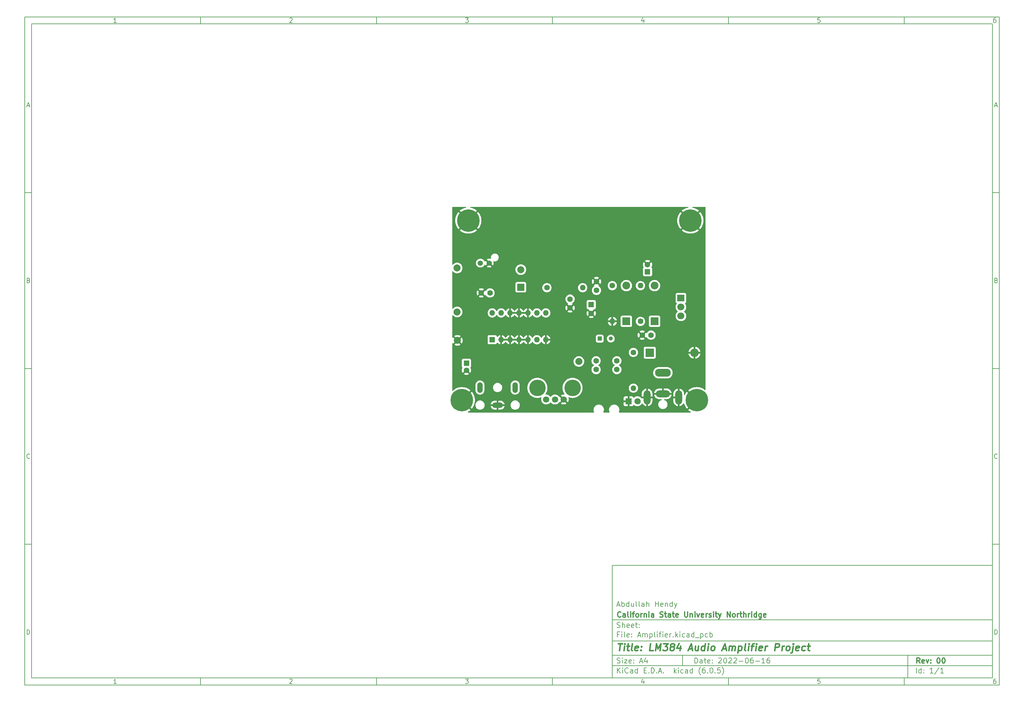
<source format=gbl>
%TF.GenerationSoftware,KiCad,Pcbnew,(6.0.5)*%
%TF.CreationDate,2022-06-17T11:53:50-07:00*%
%TF.ProjectId,Amplifier,416d706c-6966-4696-9572-2e6b69636164,00*%
%TF.SameCoordinates,Original*%
%TF.FileFunction,Copper,L2,Bot*%
%TF.FilePolarity,Positive*%
%FSLAX46Y46*%
G04 Gerber Fmt 4.6, Leading zero omitted, Abs format (unit mm)*
G04 Created by KiCad (PCBNEW (6.0.5)) date 2022-06-17 11:53:50*
%MOMM*%
%LPD*%
G01*
G04 APERTURE LIST*
%ADD10C,0.100000*%
%ADD11C,0.150000*%
%ADD12C,0.300000*%
%ADD13C,0.400000*%
%TA.AperFunction,ComponentPad*%
%ADD14C,1.498600*%
%TD*%
%TA.AperFunction,ComponentPad*%
%ADD15C,1.600000*%
%TD*%
%TA.AperFunction,ComponentPad*%
%ADD16O,1.600000X1.600000*%
%TD*%
%TA.AperFunction,ComponentPad*%
%ADD17R,1.189000X1.189000*%
%TD*%
%TA.AperFunction,ComponentPad*%
%ADD18C,1.189000*%
%TD*%
%TA.AperFunction,ComponentPad*%
%ADD19R,2.000000X1.905000*%
%TD*%
%TA.AperFunction,ComponentPad*%
%ADD20O,2.000000X1.905000*%
%TD*%
%TA.AperFunction,ComponentPad*%
%ADD21R,1.600000X1.600000*%
%TD*%
%TA.AperFunction,ComponentPad*%
%ADD22C,2.000000*%
%TD*%
%TA.AperFunction,ComponentPad*%
%ADD23C,6.400000*%
%TD*%
%TA.AperFunction,ComponentPad*%
%ADD24R,1.800000X1.800000*%
%TD*%
%TA.AperFunction,ComponentPad*%
%ADD25C,1.800000*%
%TD*%
%TA.AperFunction,ComponentPad*%
%ADD26R,2.200000X2.200000*%
%TD*%
%TA.AperFunction,ComponentPad*%
%ADD27O,2.200000X2.200000*%
%TD*%
%TA.AperFunction,ComponentPad*%
%ADD28O,4.500000X2.250000*%
%TD*%
%TA.AperFunction,ComponentPad*%
%ADD29O,4.000000X2.000000*%
%TD*%
%TA.AperFunction,ComponentPad*%
%ADD30O,2.000000X4.000000*%
%TD*%
%TA.AperFunction,ComponentPad*%
%ADD31C,1.600200*%
%TD*%
%TA.AperFunction,ComponentPad*%
%ADD32R,2.400000X2.400000*%
%TD*%
%TA.AperFunction,ComponentPad*%
%ADD33O,2.400000X2.400000*%
%TD*%
%TA.AperFunction,ComponentPad*%
%ADD34O,3.016000X1.508000*%
%TD*%
%TA.AperFunction,ComponentPad*%
%ADD35O,1.508000X3.016000*%
%TD*%
%TA.AperFunction,ComponentPad*%
%ADD36R,2.000000X2.000000*%
%TD*%
%TA.AperFunction,ComponentPad*%
%ADD37C,4.686000*%
%TD*%
G04 APERTURE END LIST*
D10*
D11*
X177002200Y-166007200D02*
X177002200Y-198007200D01*
X285002200Y-198007200D01*
X285002200Y-166007200D01*
X177002200Y-166007200D01*
D10*
D11*
X10000000Y-10000000D02*
X10000000Y-200007200D01*
X287002200Y-200007200D01*
X287002200Y-10000000D01*
X10000000Y-10000000D01*
D10*
D11*
X12000000Y-12000000D02*
X12000000Y-198007200D01*
X285002200Y-198007200D01*
X285002200Y-12000000D01*
X12000000Y-12000000D01*
D10*
D11*
X60000000Y-12000000D02*
X60000000Y-10000000D01*
D10*
D11*
X110000000Y-12000000D02*
X110000000Y-10000000D01*
D10*
D11*
X160000000Y-12000000D02*
X160000000Y-10000000D01*
D10*
D11*
X210000000Y-12000000D02*
X210000000Y-10000000D01*
D10*
D11*
X260000000Y-12000000D02*
X260000000Y-10000000D01*
D10*
D11*
X36065476Y-11588095D02*
X35322619Y-11588095D01*
X35694047Y-11588095D02*
X35694047Y-10288095D01*
X35570238Y-10473809D01*
X35446428Y-10597619D01*
X35322619Y-10659523D01*
D10*
D11*
X85322619Y-10411904D02*
X85384523Y-10350000D01*
X85508333Y-10288095D01*
X85817857Y-10288095D01*
X85941666Y-10350000D01*
X86003571Y-10411904D01*
X86065476Y-10535714D01*
X86065476Y-10659523D01*
X86003571Y-10845238D01*
X85260714Y-11588095D01*
X86065476Y-11588095D01*
D10*
D11*
X135260714Y-10288095D02*
X136065476Y-10288095D01*
X135632142Y-10783333D01*
X135817857Y-10783333D01*
X135941666Y-10845238D01*
X136003571Y-10907142D01*
X136065476Y-11030952D01*
X136065476Y-11340476D01*
X136003571Y-11464285D01*
X135941666Y-11526190D01*
X135817857Y-11588095D01*
X135446428Y-11588095D01*
X135322619Y-11526190D01*
X135260714Y-11464285D01*
D10*
D11*
X185941666Y-10721428D02*
X185941666Y-11588095D01*
X185632142Y-10226190D02*
X185322619Y-11154761D01*
X186127380Y-11154761D01*
D10*
D11*
X236003571Y-10288095D02*
X235384523Y-10288095D01*
X235322619Y-10907142D01*
X235384523Y-10845238D01*
X235508333Y-10783333D01*
X235817857Y-10783333D01*
X235941666Y-10845238D01*
X236003571Y-10907142D01*
X236065476Y-11030952D01*
X236065476Y-11340476D01*
X236003571Y-11464285D01*
X235941666Y-11526190D01*
X235817857Y-11588095D01*
X235508333Y-11588095D01*
X235384523Y-11526190D01*
X235322619Y-11464285D01*
D10*
D11*
X285941666Y-10288095D02*
X285694047Y-10288095D01*
X285570238Y-10350000D01*
X285508333Y-10411904D01*
X285384523Y-10597619D01*
X285322619Y-10845238D01*
X285322619Y-11340476D01*
X285384523Y-11464285D01*
X285446428Y-11526190D01*
X285570238Y-11588095D01*
X285817857Y-11588095D01*
X285941666Y-11526190D01*
X286003571Y-11464285D01*
X286065476Y-11340476D01*
X286065476Y-11030952D01*
X286003571Y-10907142D01*
X285941666Y-10845238D01*
X285817857Y-10783333D01*
X285570238Y-10783333D01*
X285446428Y-10845238D01*
X285384523Y-10907142D01*
X285322619Y-11030952D01*
D10*
D11*
X60000000Y-198007200D02*
X60000000Y-200007200D01*
D10*
D11*
X110000000Y-198007200D02*
X110000000Y-200007200D01*
D10*
D11*
X160000000Y-198007200D02*
X160000000Y-200007200D01*
D10*
D11*
X210000000Y-198007200D02*
X210000000Y-200007200D01*
D10*
D11*
X260000000Y-198007200D02*
X260000000Y-200007200D01*
D10*
D11*
X36065476Y-199595295D02*
X35322619Y-199595295D01*
X35694047Y-199595295D02*
X35694047Y-198295295D01*
X35570238Y-198481009D01*
X35446428Y-198604819D01*
X35322619Y-198666723D01*
D10*
D11*
X85322619Y-198419104D02*
X85384523Y-198357200D01*
X85508333Y-198295295D01*
X85817857Y-198295295D01*
X85941666Y-198357200D01*
X86003571Y-198419104D01*
X86065476Y-198542914D01*
X86065476Y-198666723D01*
X86003571Y-198852438D01*
X85260714Y-199595295D01*
X86065476Y-199595295D01*
D10*
D11*
X135260714Y-198295295D02*
X136065476Y-198295295D01*
X135632142Y-198790533D01*
X135817857Y-198790533D01*
X135941666Y-198852438D01*
X136003571Y-198914342D01*
X136065476Y-199038152D01*
X136065476Y-199347676D01*
X136003571Y-199471485D01*
X135941666Y-199533390D01*
X135817857Y-199595295D01*
X135446428Y-199595295D01*
X135322619Y-199533390D01*
X135260714Y-199471485D01*
D10*
D11*
X185941666Y-198728628D02*
X185941666Y-199595295D01*
X185632142Y-198233390D02*
X185322619Y-199161961D01*
X186127380Y-199161961D01*
D10*
D11*
X236003571Y-198295295D02*
X235384523Y-198295295D01*
X235322619Y-198914342D01*
X235384523Y-198852438D01*
X235508333Y-198790533D01*
X235817857Y-198790533D01*
X235941666Y-198852438D01*
X236003571Y-198914342D01*
X236065476Y-199038152D01*
X236065476Y-199347676D01*
X236003571Y-199471485D01*
X235941666Y-199533390D01*
X235817857Y-199595295D01*
X235508333Y-199595295D01*
X235384523Y-199533390D01*
X235322619Y-199471485D01*
D10*
D11*
X285941666Y-198295295D02*
X285694047Y-198295295D01*
X285570238Y-198357200D01*
X285508333Y-198419104D01*
X285384523Y-198604819D01*
X285322619Y-198852438D01*
X285322619Y-199347676D01*
X285384523Y-199471485D01*
X285446428Y-199533390D01*
X285570238Y-199595295D01*
X285817857Y-199595295D01*
X285941666Y-199533390D01*
X286003571Y-199471485D01*
X286065476Y-199347676D01*
X286065476Y-199038152D01*
X286003571Y-198914342D01*
X285941666Y-198852438D01*
X285817857Y-198790533D01*
X285570238Y-198790533D01*
X285446428Y-198852438D01*
X285384523Y-198914342D01*
X285322619Y-199038152D01*
D10*
D11*
X10000000Y-60000000D02*
X12000000Y-60000000D01*
D10*
D11*
X10000000Y-110000000D02*
X12000000Y-110000000D01*
D10*
D11*
X10000000Y-160000000D02*
X12000000Y-160000000D01*
D10*
D11*
X10690476Y-35216666D02*
X11309523Y-35216666D01*
X10566666Y-35588095D02*
X11000000Y-34288095D01*
X11433333Y-35588095D01*
D10*
D11*
X11092857Y-84907142D02*
X11278571Y-84969047D01*
X11340476Y-85030952D01*
X11402380Y-85154761D01*
X11402380Y-85340476D01*
X11340476Y-85464285D01*
X11278571Y-85526190D01*
X11154761Y-85588095D01*
X10659523Y-85588095D01*
X10659523Y-84288095D01*
X11092857Y-84288095D01*
X11216666Y-84350000D01*
X11278571Y-84411904D01*
X11340476Y-84535714D01*
X11340476Y-84659523D01*
X11278571Y-84783333D01*
X11216666Y-84845238D01*
X11092857Y-84907142D01*
X10659523Y-84907142D01*
D10*
D11*
X11402380Y-135464285D02*
X11340476Y-135526190D01*
X11154761Y-135588095D01*
X11030952Y-135588095D01*
X10845238Y-135526190D01*
X10721428Y-135402380D01*
X10659523Y-135278571D01*
X10597619Y-135030952D01*
X10597619Y-134845238D01*
X10659523Y-134597619D01*
X10721428Y-134473809D01*
X10845238Y-134350000D01*
X11030952Y-134288095D01*
X11154761Y-134288095D01*
X11340476Y-134350000D01*
X11402380Y-134411904D01*
D10*
D11*
X10659523Y-185588095D02*
X10659523Y-184288095D01*
X10969047Y-184288095D01*
X11154761Y-184350000D01*
X11278571Y-184473809D01*
X11340476Y-184597619D01*
X11402380Y-184845238D01*
X11402380Y-185030952D01*
X11340476Y-185278571D01*
X11278571Y-185402380D01*
X11154761Y-185526190D01*
X10969047Y-185588095D01*
X10659523Y-185588095D01*
D10*
D11*
X287002200Y-60000000D02*
X285002200Y-60000000D01*
D10*
D11*
X287002200Y-110000000D02*
X285002200Y-110000000D01*
D10*
D11*
X287002200Y-160000000D02*
X285002200Y-160000000D01*
D10*
D11*
X285692676Y-35216666D02*
X286311723Y-35216666D01*
X285568866Y-35588095D02*
X286002200Y-34288095D01*
X286435533Y-35588095D01*
D10*
D11*
X286095057Y-84907142D02*
X286280771Y-84969047D01*
X286342676Y-85030952D01*
X286404580Y-85154761D01*
X286404580Y-85340476D01*
X286342676Y-85464285D01*
X286280771Y-85526190D01*
X286156961Y-85588095D01*
X285661723Y-85588095D01*
X285661723Y-84288095D01*
X286095057Y-84288095D01*
X286218866Y-84350000D01*
X286280771Y-84411904D01*
X286342676Y-84535714D01*
X286342676Y-84659523D01*
X286280771Y-84783333D01*
X286218866Y-84845238D01*
X286095057Y-84907142D01*
X285661723Y-84907142D01*
D10*
D11*
X286404580Y-135464285D02*
X286342676Y-135526190D01*
X286156961Y-135588095D01*
X286033152Y-135588095D01*
X285847438Y-135526190D01*
X285723628Y-135402380D01*
X285661723Y-135278571D01*
X285599819Y-135030952D01*
X285599819Y-134845238D01*
X285661723Y-134597619D01*
X285723628Y-134473809D01*
X285847438Y-134350000D01*
X286033152Y-134288095D01*
X286156961Y-134288095D01*
X286342676Y-134350000D01*
X286404580Y-134411904D01*
D10*
D11*
X285661723Y-185588095D02*
X285661723Y-184288095D01*
X285971247Y-184288095D01*
X286156961Y-184350000D01*
X286280771Y-184473809D01*
X286342676Y-184597619D01*
X286404580Y-184845238D01*
X286404580Y-185030952D01*
X286342676Y-185278571D01*
X286280771Y-185402380D01*
X286156961Y-185526190D01*
X285971247Y-185588095D01*
X285661723Y-185588095D01*
D10*
D11*
X200434342Y-193785771D02*
X200434342Y-192285771D01*
X200791485Y-192285771D01*
X201005771Y-192357200D01*
X201148628Y-192500057D01*
X201220057Y-192642914D01*
X201291485Y-192928628D01*
X201291485Y-193142914D01*
X201220057Y-193428628D01*
X201148628Y-193571485D01*
X201005771Y-193714342D01*
X200791485Y-193785771D01*
X200434342Y-193785771D01*
X202577200Y-193785771D02*
X202577200Y-193000057D01*
X202505771Y-192857200D01*
X202362914Y-192785771D01*
X202077200Y-192785771D01*
X201934342Y-192857200D01*
X202577200Y-193714342D02*
X202434342Y-193785771D01*
X202077200Y-193785771D01*
X201934342Y-193714342D01*
X201862914Y-193571485D01*
X201862914Y-193428628D01*
X201934342Y-193285771D01*
X202077200Y-193214342D01*
X202434342Y-193214342D01*
X202577200Y-193142914D01*
X203077200Y-192785771D02*
X203648628Y-192785771D01*
X203291485Y-192285771D02*
X203291485Y-193571485D01*
X203362914Y-193714342D01*
X203505771Y-193785771D01*
X203648628Y-193785771D01*
X204720057Y-193714342D02*
X204577200Y-193785771D01*
X204291485Y-193785771D01*
X204148628Y-193714342D01*
X204077200Y-193571485D01*
X204077200Y-193000057D01*
X204148628Y-192857200D01*
X204291485Y-192785771D01*
X204577200Y-192785771D01*
X204720057Y-192857200D01*
X204791485Y-193000057D01*
X204791485Y-193142914D01*
X204077200Y-193285771D01*
X205434342Y-193642914D02*
X205505771Y-193714342D01*
X205434342Y-193785771D01*
X205362914Y-193714342D01*
X205434342Y-193642914D01*
X205434342Y-193785771D01*
X205434342Y-192857200D02*
X205505771Y-192928628D01*
X205434342Y-193000057D01*
X205362914Y-192928628D01*
X205434342Y-192857200D01*
X205434342Y-193000057D01*
X207220057Y-192428628D02*
X207291485Y-192357200D01*
X207434342Y-192285771D01*
X207791485Y-192285771D01*
X207934342Y-192357200D01*
X208005771Y-192428628D01*
X208077200Y-192571485D01*
X208077200Y-192714342D01*
X208005771Y-192928628D01*
X207148628Y-193785771D01*
X208077200Y-193785771D01*
X209005771Y-192285771D02*
X209148628Y-192285771D01*
X209291485Y-192357200D01*
X209362914Y-192428628D01*
X209434342Y-192571485D01*
X209505771Y-192857200D01*
X209505771Y-193214342D01*
X209434342Y-193500057D01*
X209362914Y-193642914D01*
X209291485Y-193714342D01*
X209148628Y-193785771D01*
X209005771Y-193785771D01*
X208862914Y-193714342D01*
X208791485Y-193642914D01*
X208720057Y-193500057D01*
X208648628Y-193214342D01*
X208648628Y-192857200D01*
X208720057Y-192571485D01*
X208791485Y-192428628D01*
X208862914Y-192357200D01*
X209005771Y-192285771D01*
X210077200Y-192428628D02*
X210148628Y-192357200D01*
X210291485Y-192285771D01*
X210648628Y-192285771D01*
X210791485Y-192357200D01*
X210862914Y-192428628D01*
X210934342Y-192571485D01*
X210934342Y-192714342D01*
X210862914Y-192928628D01*
X210005771Y-193785771D01*
X210934342Y-193785771D01*
X211505771Y-192428628D02*
X211577200Y-192357200D01*
X211720057Y-192285771D01*
X212077200Y-192285771D01*
X212220057Y-192357200D01*
X212291485Y-192428628D01*
X212362914Y-192571485D01*
X212362914Y-192714342D01*
X212291485Y-192928628D01*
X211434342Y-193785771D01*
X212362914Y-193785771D01*
X213005771Y-193214342D02*
X214148628Y-193214342D01*
X215148628Y-192285771D02*
X215291485Y-192285771D01*
X215434342Y-192357200D01*
X215505771Y-192428628D01*
X215577200Y-192571485D01*
X215648628Y-192857200D01*
X215648628Y-193214342D01*
X215577200Y-193500057D01*
X215505771Y-193642914D01*
X215434342Y-193714342D01*
X215291485Y-193785771D01*
X215148628Y-193785771D01*
X215005771Y-193714342D01*
X214934342Y-193642914D01*
X214862914Y-193500057D01*
X214791485Y-193214342D01*
X214791485Y-192857200D01*
X214862914Y-192571485D01*
X214934342Y-192428628D01*
X215005771Y-192357200D01*
X215148628Y-192285771D01*
X216934342Y-192285771D02*
X216648628Y-192285771D01*
X216505771Y-192357200D01*
X216434342Y-192428628D01*
X216291485Y-192642914D01*
X216220057Y-192928628D01*
X216220057Y-193500057D01*
X216291485Y-193642914D01*
X216362914Y-193714342D01*
X216505771Y-193785771D01*
X216791485Y-193785771D01*
X216934342Y-193714342D01*
X217005771Y-193642914D01*
X217077200Y-193500057D01*
X217077200Y-193142914D01*
X217005771Y-193000057D01*
X216934342Y-192928628D01*
X216791485Y-192857200D01*
X216505771Y-192857200D01*
X216362914Y-192928628D01*
X216291485Y-193000057D01*
X216220057Y-193142914D01*
X217720057Y-193214342D02*
X218862914Y-193214342D01*
X220362914Y-193785771D02*
X219505771Y-193785771D01*
X219934342Y-193785771D02*
X219934342Y-192285771D01*
X219791485Y-192500057D01*
X219648628Y-192642914D01*
X219505771Y-192714342D01*
X221648628Y-192285771D02*
X221362914Y-192285771D01*
X221220057Y-192357200D01*
X221148628Y-192428628D01*
X221005771Y-192642914D01*
X220934342Y-192928628D01*
X220934342Y-193500057D01*
X221005771Y-193642914D01*
X221077200Y-193714342D01*
X221220057Y-193785771D01*
X221505771Y-193785771D01*
X221648628Y-193714342D01*
X221720057Y-193642914D01*
X221791485Y-193500057D01*
X221791485Y-193142914D01*
X221720057Y-193000057D01*
X221648628Y-192928628D01*
X221505771Y-192857200D01*
X221220057Y-192857200D01*
X221077200Y-192928628D01*
X221005771Y-193000057D01*
X220934342Y-193142914D01*
D10*
D11*
X177002200Y-194507200D02*
X285002200Y-194507200D01*
D10*
D11*
X178434342Y-196585771D02*
X178434342Y-195085771D01*
X179291485Y-196585771D02*
X178648628Y-195728628D01*
X179291485Y-195085771D02*
X178434342Y-195942914D01*
X179934342Y-196585771D02*
X179934342Y-195585771D01*
X179934342Y-195085771D02*
X179862914Y-195157200D01*
X179934342Y-195228628D01*
X180005771Y-195157200D01*
X179934342Y-195085771D01*
X179934342Y-195228628D01*
X181505771Y-196442914D02*
X181434342Y-196514342D01*
X181220057Y-196585771D01*
X181077200Y-196585771D01*
X180862914Y-196514342D01*
X180720057Y-196371485D01*
X180648628Y-196228628D01*
X180577200Y-195942914D01*
X180577200Y-195728628D01*
X180648628Y-195442914D01*
X180720057Y-195300057D01*
X180862914Y-195157200D01*
X181077200Y-195085771D01*
X181220057Y-195085771D01*
X181434342Y-195157200D01*
X181505771Y-195228628D01*
X182791485Y-196585771D02*
X182791485Y-195800057D01*
X182720057Y-195657200D01*
X182577200Y-195585771D01*
X182291485Y-195585771D01*
X182148628Y-195657200D01*
X182791485Y-196514342D02*
X182648628Y-196585771D01*
X182291485Y-196585771D01*
X182148628Y-196514342D01*
X182077200Y-196371485D01*
X182077200Y-196228628D01*
X182148628Y-196085771D01*
X182291485Y-196014342D01*
X182648628Y-196014342D01*
X182791485Y-195942914D01*
X184148628Y-196585771D02*
X184148628Y-195085771D01*
X184148628Y-196514342D02*
X184005771Y-196585771D01*
X183720057Y-196585771D01*
X183577200Y-196514342D01*
X183505771Y-196442914D01*
X183434342Y-196300057D01*
X183434342Y-195871485D01*
X183505771Y-195728628D01*
X183577200Y-195657200D01*
X183720057Y-195585771D01*
X184005771Y-195585771D01*
X184148628Y-195657200D01*
X186005771Y-195800057D02*
X186505771Y-195800057D01*
X186720057Y-196585771D02*
X186005771Y-196585771D01*
X186005771Y-195085771D01*
X186720057Y-195085771D01*
X187362914Y-196442914D02*
X187434342Y-196514342D01*
X187362914Y-196585771D01*
X187291485Y-196514342D01*
X187362914Y-196442914D01*
X187362914Y-196585771D01*
X188077200Y-196585771D02*
X188077200Y-195085771D01*
X188434342Y-195085771D01*
X188648628Y-195157200D01*
X188791485Y-195300057D01*
X188862914Y-195442914D01*
X188934342Y-195728628D01*
X188934342Y-195942914D01*
X188862914Y-196228628D01*
X188791485Y-196371485D01*
X188648628Y-196514342D01*
X188434342Y-196585771D01*
X188077200Y-196585771D01*
X189577200Y-196442914D02*
X189648628Y-196514342D01*
X189577200Y-196585771D01*
X189505771Y-196514342D01*
X189577200Y-196442914D01*
X189577200Y-196585771D01*
X190220057Y-196157200D02*
X190934342Y-196157200D01*
X190077200Y-196585771D02*
X190577200Y-195085771D01*
X191077200Y-196585771D01*
X191577200Y-196442914D02*
X191648628Y-196514342D01*
X191577200Y-196585771D01*
X191505771Y-196514342D01*
X191577200Y-196442914D01*
X191577200Y-196585771D01*
X194577200Y-196585771D02*
X194577200Y-195085771D01*
X194720057Y-196014342D02*
X195148628Y-196585771D01*
X195148628Y-195585771D02*
X194577200Y-196157200D01*
X195791485Y-196585771D02*
X195791485Y-195585771D01*
X195791485Y-195085771D02*
X195720057Y-195157200D01*
X195791485Y-195228628D01*
X195862914Y-195157200D01*
X195791485Y-195085771D01*
X195791485Y-195228628D01*
X197148628Y-196514342D02*
X197005771Y-196585771D01*
X196720057Y-196585771D01*
X196577200Y-196514342D01*
X196505771Y-196442914D01*
X196434342Y-196300057D01*
X196434342Y-195871485D01*
X196505771Y-195728628D01*
X196577200Y-195657200D01*
X196720057Y-195585771D01*
X197005771Y-195585771D01*
X197148628Y-195657200D01*
X198434342Y-196585771D02*
X198434342Y-195800057D01*
X198362914Y-195657200D01*
X198220057Y-195585771D01*
X197934342Y-195585771D01*
X197791485Y-195657200D01*
X198434342Y-196514342D02*
X198291485Y-196585771D01*
X197934342Y-196585771D01*
X197791485Y-196514342D01*
X197720057Y-196371485D01*
X197720057Y-196228628D01*
X197791485Y-196085771D01*
X197934342Y-196014342D01*
X198291485Y-196014342D01*
X198434342Y-195942914D01*
X199791485Y-196585771D02*
X199791485Y-195085771D01*
X199791485Y-196514342D02*
X199648628Y-196585771D01*
X199362914Y-196585771D01*
X199220057Y-196514342D01*
X199148628Y-196442914D01*
X199077200Y-196300057D01*
X199077200Y-195871485D01*
X199148628Y-195728628D01*
X199220057Y-195657200D01*
X199362914Y-195585771D01*
X199648628Y-195585771D01*
X199791485Y-195657200D01*
X202077200Y-197157200D02*
X202005771Y-197085771D01*
X201862914Y-196871485D01*
X201791485Y-196728628D01*
X201720057Y-196514342D01*
X201648628Y-196157200D01*
X201648628Y-195871485D01*
X201720057Y-195514342D01*
X201791485Y-195300057D01*
X201862914Y-195157200D01*
X202005771Y-194942914D01*
X202077200Y-194871485D01*
X203291485Y-195085771D02*
X203005771Y-195085771D01*
X202862914Y-195157200D01*
X202791485Y-195228628D01*
X202648628Y-195442914D01*
X202577200Y-195728628D01*
X202577200Y-196300057D01*
X202648628Y-196442914D01*
X202720057Y-196514342D01*
X202862914Y-196585771D01*
X203148628Y-196585771D01*
X203291485Y-196514342D01*
X203362914Y-196442914D01*
X203434342Y-196300057D01*
X203434342Y-195942914D01*
X203362914Y-195800057D01*
X203291485Y-195728628D01*
X203148628Y-195657200D01*
X202862914Y-195657200D01*
X202720057Y-195728628D01*
X202648628Y-195800057D01*
X202577200Y-195942914D01*
X204077200Y-196442914D02*
X204148628Y-196514342D01*
X204077200Y-196585771D01*
X204005771Y-196514342D01*
X204077200Y-196442914D01*
X204077200Y-196585771D01*
X205077200Y-195085771D02*
X205220057Y-195085771D01*
X205362914Y-195157200D01*
X205434342Y-195228628D01*
X205505771Y-195371485D01*
X205577200Y-195657200D01*
X205577200Y-196014342D01*
X205505771Y-196300057D01*
X205434342Y-196442914D01*
X205362914Y-196514342D01*
X205220057Y-196585771D01*
X205077200Y-196585771D01*
X204934342Y-196514342D01*
X204862914Y-196442914D01*
X204791485Y-196300057D01*
X204720057Y-196014342D01*
X204720057Y-195657200D01*
X204791485Y-195371485D01*
X204862914Y-195228628D01*
X204934342Y-195157200D01*
X205077200Y-195085771D01*
X206220057Y-196442914D02*
X206291485Y-196514342D01*
X206220057Y-196585771D01*
X206148628Y-196514342D01*
X206220057Y-196442914D01*
X206220057Y-196585771D01*
X207648628Y-195085771D02*
X206934342Y-195085771D01*
X206862914Y-195800057D01*
X206934342Y-195728628D01*
X207077200Y-195657200D01*
X207434342Y-195657200D01*
X207577200Y-195728628D01*
X207648628Y-195800057D01*
X207720057Y-195942914D01*
X207720057Y-196300057D01*
X207648628Y-196442914D01*
X207577200Y-196514342D01*
X207434342Y-196585771D01*
X207077200Y-196585771D01*
X206934342Y-196514342D01*
X206862914Y-196442914D01*
X208220057Y-197157200D02*
X208291485Y-197085771D01*
X208434342Y-196871485D01*
X208505771Y-196728628D01*
X208577200Y-196514342D01*
X208648628Y-196157200D01*
X208648628Y-195871485D01*
X208577200Y-195514342D01*
X208505771Y-195300057D01*
X208434342Y-195157200D01*
X208291485Y-194942914D01*
X208220057Y-194871485D01*
D10*
D11*
X177002200Y-191507200D02*
X285002200Y-191507200D01*
D10*
D12*
X264411485Y-193785771D02*
X263911485Y-193071485D01*
X263554342Y-193785771D02*
X263554342Y-192285771D01*
X264125771Y-192285771D01*
X264268628Y-192357200D01*
X264340057Y-192428628D01*
X264411485Y-192571485D01*
X264411485Y-192785771D01*
X264340057Y-192928628D01*
X264268628Y-193000057D01*
X264125771Y-193071485D01*
X263554342Y-193071485D01*
X265625771Y-193714342D02*
X265482914Y-193785771D01*
X265197200Y-193785771D01*
X265054342Y-193714342D01*
X264982914Y-193571485D01*
X264982914Y-193000057D01*
X265054342Y-192857200D01*
X265197200Y-192785771D01*
X265482914Y-192785771D01*
X265625771Y-192857200D01*
X265697200Y-193000057D01*
X265697200Y-193142914D01*
X264982914Y-193285771D01*
X266197200Y-192785771D02*
X266554342Y-193785771D01*
X266911485Y-192785771D01*
X267482914Y-193642914D02*
X267554342Y-193714342D01*
X267482914Y-193785771D01*
X267411485Y-193714342D01*
X267482914Y-193642914D01*
X267482914Y-193785771D01*
X267482914Y-192857200D02*
X267554342Y-192928628D01*
X267482914Y-193000057D01*
X267411485Y-192928628D01*
X267482914Y-192857200D01*
X267482914Y-193000057D01*
X269625771Y-192285771D02*
X269768628Y-192285771D01*
X269911485Y-192357200D01*
X269982914Y-192428628D01*
X270054342Y-192571485D01*
X270125771Y-192857200D01*
X270125771Y-193214342D01*
X270054342Y-193500057D01*
X269982914Y-193642914D01*
X269911485Y-193714342D01*
X269768628Y-193785771D01*
X269625771Y-193785771D01*
X269482914Y-193714342D01*
X269411485Y-193642914D01*
X269340057Y-193500057D01*
X269268628Y-193214342D01*
X269268628Y-192857200D01*
X269340057Y-192571485D01*
X269411485Y-192428628D01*
X269482914Y-192357200D01*
X269625771Y-192285771D01*
X271054342Y-192285771D02*
X271197200Y-192285771D01*
X271340057Y-192357200D01*
X271411485Y-192428628D01*
X271482914Y-192571485D01*
X271554342Y-192857200D01*
X271554342Y-193214342D01*
X271482914Y-193500057D01*
X271411485Y-193642914D01*
X271340057Y-193714342D01*
X271197200Y-193785771D01*
X271054342Y-193785771D01*
X270911485Y-193714342D01*
X270840057Y-193642914D01*
X270768628Y-193500057D01*
X270697200Y-193214342D01*
X270697200Y-192857200D01*
X270768628Y-192571485D01*
X270840057Y-192428628D01*
X270911485Y-192357200D01*
X271054342Y-192285771D01*
D10*
D11*
X178362914Y-193714342D02*
X178577200Y-193785771D01*
X178934342Y-193785771D01*
X179077200Y-193714342D01*
X179148628Y-193642914D01*
X179220057Y-193500057D01*
X179220057Y-193357200D01*
X179148628Y-193214342D01*
X179077200Y-193142914D01*
X178934342Y-193071485D01*
X178648628Y-193000057D01*
X178505771Y-192928628D01*
X178434342Y-192857200D01*
X178362914Y-192714342D01*
X178362914Y-192571485D01*
X178434342Y-192428628D01*
X178505771Y-192357200D01*
X178648628Y-192285771D01*
X179005771Y-192285771D01*
X179220057Y-192357200D01*
X179862914Y-193785771D02*
X179862914Y-192785771D01*
X179862914Y-192285771D02*
X179791485Y-192357200D01*
X179862914Y-192428628D01*
X179934342Y-192357200D01*
X179862914Y-192285771D01*
X179862914Y-192428628D01*
X180434342Y-192785771D02*
X181220057Y-192785771D01*
X180434342Y-193785771D01*
X181220057Y-193785771D01*
X182362914Y-193714342D02*
X182220057Y-193785771D01*
X181934342Y-193785771D01*
X181791485Y-193714342D01*
X181720057Y-193571485D01*
X181720057Y-193000057D01*
X181791485Y-192857200D01*
X181934342Y-192785771D01*
X182220057Y-192785771D01*
X182362914Y-192857200D01*
X182434342Y-193000057D01*
X182434342Y-193142914D01*
X181720057Y-193285771D01*
X183077200Y-193642914D02*
X183148628Y-193714342D01*
X183077200Y-193785771D01*
X183005771Y-193714342D01*
X183077200Y-193642914D01*
X183077200Y-193785771D01*
X183077200Y-192857200D02*
X183148628Y-192928628D01*
X183077200Y-193000057D01*
X183005771Y-192928628D01*
X183077200Y-192857200D01*
X183077200Y-193000057D01*
X184862914Y-193357200D02*
X185577200Y-193357200D01*
X184720057Y-193785771D02*
X185220057Y-192285771D01*
X185720057Y-193785771D01*
X186862914Y-192785771D02*
X186862914Y-193785771D01*
X186505771Y-192214342D02*
X186148628Y-193285771D01*
X187077200Y-193285771D01*
D10*
D11*
X263434342Y-196585771D02*
X263434342Y-195085771D01*
X264791485Y-196585771D02*
X264791485Y-195085771D01*
X264791485Y-196514342D02*
X264648628Y-196585771D01*
X264362914Y-196585771D01*
X264220057Y-196514342D01*
X264148628Y-196442914D01*
X264077200Y-196300057D01*
X264077200Y-195871485D01*
X264148628Y-195728628D01*
X264220057Y-195657200D01*
X264362914Y-195585771D01*
X264648628Y-195585771D01*
X264791485Y-195657200D01*
X265505771Y-196442914D02*
X265577200Y-196514342D01*
X265505771Y-196585771D01*
X265434342Y-196514342D01*
X265505771Y-196442914D01*
X265505771Y-196585771D01*
X265505771Y-195657200D02*
X265577200Y-195728628D01*
X265505771Y-195800057D01*
X265434342Y-195728628D01*
X265505771Y-195657200D01*
X265505771Y-195800057D01*
X268148628Y-196585771D02*
X267291485Y-196585771D01*
X267720057Y-196585771D02*
X267720057Y-195085771D01*
X267577200Y-195300057D01*
X267434342Y-195442914D01*
X267291485Y-195514342D01*
X269862914Y-195014342D02*
X268577200Y-196942914D01*
X271148628Y-196585771D02*
X270291485Y-196585771D01*
X270720057Y-196585771D02*
X270720057Y-195085771D01*
X270577200Y-195300057D01*
X270434342Y-195442914D01*
X270291485Y-195514342D01*
D10*
D11*
X177002200Y-187507200D02*
X285002200Y-187507200D01*
D10*
D13*
X178714580Y-188211961D02*
X179857438Y-188211961D01*
X179036009Y-190211961D02*
X179286009Y-188211961D01*
X180274104Y-190211961D02*
X180440771Y-188878628D01*
X180524104Y-188211961D02*
X180416961Y-188307200D01*
X180500295Y-188402438D01*
X180607438Y-188307200D01*
X180524104Y-188211961D01*
X180500295Y-188402438D01*
X181107438Y-188878628D02*
X181869342Y-188878628D01*
X181476485Y-188211961D02*
X181262200Y-189926247D01*
X181333628Y-190116723D01*
X181512200Y-190211961D01*
X181702676Y-190211961D01*
X182655057Y-190211961D02*
X182476485Y-190116723D01*
X182405057Y-189926247D01*
X182619342Y-188211961D01*
X184190771Y-190116723D02*
X183988390Y-190211961D01*
X183607438Y-190211961D01*
X183428866Y-190116723D01*
X183357438Y-189926247D01*
X183452676Y-189164342D01*
X183571723Y-188973866D01*
X183774104Y-188878628D01*
X184155057Y-188878628D01*
X184333628Y-188973866D01*
X184405057Y-189164342D01*
X184381247Y-189354819D01*
X183405057Y-189545295D01*
X185155057Y-190021485D02*
X185238390Y-190116723D01*
X185131247Y-190211961D01*
X185047914Y-190116723D01*
X185155057Y-190021485D01*
X185131247Y-190211961D01*
X185286009Y-188973866D02*
X185369342Y-189069104D01*
X185262200Y-189164342D01*
X185178866Y-189069104D01*
X185286009Y-188973866D01*
X185262200Y-189164342D01*
X188559819Y-190211961D02*
X187607438Y-190211961D01*
X187857438Y-188211961D01*
X189226485Y-190211961D02*
X189476485Y-188211961D01*
X189964580Y-189640533D01*
X190809819Y-188211961D01*
X190559819Y-190211961D01*
X191571723Y-188211961D02*
X192809819Y-188211961D01*
X192047914Y-188973866D01*
X192333628Y-188973866D01*
X192512200Y-189069104D01*
X192595533Y-189164342D01*
X192666961Y-189354819D01*
X192607438Y-189831009D01*
X192488390Y-190021485D01*
X192381247Y-190116723D01*
X192178866Y-190211961D01*
X191607438Y-190211961D01*
X191428866Y-190116723D01*
X191345533Y-190021485D01*
X193845533Y-189069104D02*
X193666961Y-188973866D01*
X193583628Y-188878628D01*
X193512200Y-188688152D01*
X193524104Y-188592914D01*
X193643152Y-188402438D01*
X193750295Y-188307200D01*
X193952676Y-188211961D01*
X194333628Y-188211961D01*
X194512200Y-188307200D01*
X194595533Y-188402438D01*
X194666961Y-188592914D01*
X194655057Y-188688152D01*
X194536009Y-188878628D01*
X194428866Y-188973866D01*
X194226485Y-189069104D01*
X193845533Y-189069104D01*
X193643152Y-189164342D01*
X193536009Y-189259580D01*
X193416961Y-189450057D01*
X193369342Y-189831009D01*
X193440771Y-190021485D01*
X193524104Y-190116723D01*
X193702676Y-190211961D01*
X194083628Y-190211961D01*
X194286009Y-190116723D01*
X194393152Y-190021485D01*
X194512200Y-189831009D01*
X194559819Y-189450057D01*
X194488390Y-189259580D01*
X194405057Y-189164342D01*
X194226485Y-189069104D01*
X196345533Y-188878628D02*
X196178866Y-190211961D01*
X195964580Y-188116723D02*
X195309819Y-189545295D01*
X196547914Y-189545295D01*
X198726485Y-189640533D02*
X199678866Y-189640533D01*
X198464580Y-190211961D02*
X199381247Y-188211961D01*
X199797914Y-190211961D01*
X201488390Y-188878628D02*
X201321723Y-190211961D01*
X200631247Y-188878628D02*
X200500295Y-189926247D01*
X200571723Y-190116723D01*
X200750295Y-190211961D01*
X201036009Y-190211961D01*
X201238390Y-190116723D01*
X201345533Y-190021485D01*
X203131247Y-190211961D02*
X203381247Y-188211961D01*
X203143152Y-190116723D02*
X202940771Y-190211961D01*
X202559819Y-190211961D01*
X202381247Y-190116723D01*
X202297914Y-190021485D01*
X202226485Y-189831009D01*
X202297914Y-189259580D01*
X202416961Y-189069104D01*
X202524104Y-188973866D01*
X202726485Y-188878628D01*
X203107438Y-188878628D01*
X203286009Y-188973866D01*
X204083628Y-190211961D02*
X204250295Y-188878628D01*
X204333628Y-188211961D02*
X204226485Y-188307200D01*
X204309819Y-188402438D01*
X204416961Y-188307200D01*
X204333628Y-188211961D01*
X204309819Y-188402438D01*
X205321723Y-190211961D02*
X205143152Y-190116723D01*
X205059819Y-190021485D01*
X204988390Y-189831009D01*
X205059819Y-189259580D01*
X205178866Y-189069104D01*
X205286009Y-188973866D01*
X205488390Y-188878628D01*
X205774104Y-188878628D01*
X205952676Y-188973866D01*
X206036009Y-189069104D01*
X206107438Y-189259580D01*
X206036009Y-189831009D01*
X205916961Y-190021485D01*
X205809819Y-190116723D01*
X205607438Y-190211961D01*
X205321723Y-190211961D01*
X208345533Y-189640533D02*
X209297914Y-189640533D01*
X208083628Y-190211961D02*
X209000295Y-188211961D01*
X209416961Y-190211961D01*
X210083628Y-190211961D02*
X210250295Y-188878628D01*
X210226485Y-189069104D02*
X210333628Y-188973866D01*
X210536009Y-188878628D01*
X210821723Y-188878628D01*
X211000295Y-188973866D01*
X211071723Y-189164342D01*
X210940771Y-190211961D01*
X211071723Y-189164342D02*
X211190771Y-188973866D01*
X211393152Y-188878628D01*
X211678866Y-188878628D01*
X211857438Y-188973866D01*
X211928866Y-189164342D01*
X211797914Y-190211961D01*
X212916961Y-188878628D02*
X212666961Y-190878628D01*
X212905057Y-188973866D02*
X213107438Y-188878628D01*
X213488390Y-188878628D01*
X213666961Y-188973866D01*
X213750295Y-189069104D01*
X213821723Y-189259580D01*
X213750295Y-189831009D01*
X213631247Y-190021485D01*
X213524104Y-190116723D01*
X213321723Y-190211961D01*
X212940771Y-190211961D01*
X212762200Y-190116723D01*
X214845533Y-190211961D02*
X214666961Y-190116723D01*
X214595533Y-189926247D01*
X214809819Y-188211961D01*
X215607438Y-190211961D02*
X215774104Y-188878628D01*
X215857438Y-188211961D02*
X215750295Y-188307200D01*
X215833628Y-188402438D01*
X215940771Y-188307200D01*
X215857438Y-188211961D01*
X215833628Y-188402438D01*
X216440771Y-188878628D02*
X217202676Y-188878628D01*
X216559819Y-190211961D02*
X216774104Y-188497676D01*
X216893152Y-188307200D01*
X217095533Y-188211961D01*
X217286009Y-188211961D01*
X217702676Y-190211961D02*
X217869342Y-188878628D01*
X217952676Y-188211961D02*
X217845533Y-188307200D01*
X217928866Y-188402438D01*
X218036009Y-188307200D01*
X217952676Y-188211961D01*
X217928866Y-188402438D01*
X219428866Y-190116723D02*
X219226485Y-190211961D01*
X218845533Y-190211961D01*
X218666961Y-190116723D01*
X218595533Y-189926247D01*
X218690771Y-189164342D01*
X218809819Y-188973866D01*
X219012200Y-188878628D01*
X219393152Y-188878628D01*
X219571723Y-188973866D01*
X219643152Y-189164342D01*
X219619342Y-189354819D01*
X218643152Y-189545295D01*
X220369342Y-190211961D02*
X220536009Y-188878628D01*
X220488390Y-189259580D02*
X220607438Y-189069104D01*
X220714580Y-188973866D01*
X220916961Y-188878628D01*
X221107438Y-188878628D01*
X223131247Y-190211961D02*
X223381247Y-188211961D01*
X224143152Y-188211961D01*
X224321723Y-188307200D01*
X224405057Y-188402438D01*
X224476485Y-188592914D01*
X224440771Y-188878628D01*
X224321723Y-189069104D01*
X224214580Y-189164342D01*
X224012200Y-189259580D01*
X223250295Y-189259580D01*
X225131247Y-190211961D02*
X225297914Y-188878628D01*
X225250295Y-189259580D02*
X225369342Y-189069104D01*
X225476485Y-188973866D01*
X225678866Y-188878628D01*
X225869342Y-188878628D01*
X226655057Y-190211961D02*
X226476485Y-190116723D01*
X226393152Y-190021485D01*
X226321723Y-189831009D01*
X226393152Y-189259580D01*
X226512200Y-189069104D01*
X226619342Y-188973866D01*
X226821723Y-188878628D01*
X227107438Y-188878628D01*
X227286009Y-188973866D01*
X227369342Y-189069104D01*
X227440771Y-189259580D01*
X227369342Y-189831009D01*
X227250295Y-190021485D01*
X227143152Y-190116723D01*
X226940771Y-190211961D01*
X226655057Y-190211961D01*
X228345533Y-188878628D02*
X228131247Y-190592914D01*
X228012200Y-190783390D01*
X227809819Y-190878628D01*
X227714580Y-190878628D01*
X228428866Y-188211961D02*
X228321723Y-188307200D01*
X228405057Y-188402438D01*
X228512200Y-188307200D01*
X228428866Y-188211961D01*
X228405057Y-188402438D01*
X229905057Y-190116723D02*
X229702676Y-190211961D01*
X229321723Y-190211961D01*
X229143152Y-190116723D01*
X229071723Y-189926247D01*
X229166961Y-189164342D01*
X229286009Y-188973866D01*
X229488390Y-188878628D01*
X229869342Y-188878628D01*
X230047914Y-188973866D01*
X230119342Y-189164342D01*
X230095533Y-189354819D01*
X229119342Y-189545295D01*
X231714580Y-190116723D02*
X231512200Y-190211961D01*
X231131247Y-190211961D01*
X230952676Y-190116723D01*
X230869342Y-190021485D01*
X230797914Y-189831009D01*
X230869342Y-189259580D01*
X230988390Y-189069104D01*
X231095533Y-188973866D01*
X231297914Y-188878628D01*
X231678866Y-188878628D01*
X231857438Y-188973866D01*
X232440771Y-188878628D02*
X233202676Y-188878628D01*
X232809819Y-188211961D02*
X232595533Y-189926247D01*
X232666961Y-190116723D01*
X232845533Y-190211961D01*
X233036009Y-190211961D01*
D10*
D11*
X178934342Y-185600057D02*
X178434342Y-185600057D01*
X178434342Y-186385771D02*
X178434342Y-184885771D01*
X179148628Y-184885771D01*
X179720057Y-186385771D02*
X179720057Y-185385771D01*
X179720057Y-184885771D02*
X179648628Y-184957200D01*
X179720057Y-185028628D01*
X179791485Y-184957200D01*
X179720057Y-184885771D01*
X179720057Y-185028628D01*
X180648628Y-186385771D02*
X180505771Y-186314342D01*
X180434342Y-186171485D01*
X180434342Y-184885771D01*
X181791485Y-186314342D02*
X181648628Y-186385771D01*
X181362914Y-186385771D01*
X181220057Y-186314342D01*
X181148628Y-186171485D01*
X181148628Y-185600057D01*
X181220057Y-185457200D01*
X181362914Y-185385771D01*
X181648628Y-185385771D01*
X181791485Y-185457200D01*
X181862914Y-185600057D01*
X181862914Y-185742914D01*
X181148628Y-185885771D01*
X182505771Y-186242914D02*
X182577200Y-186314342D01*
X182505771Y-186385771D01*
X182434342Y-186314342D01*
X182505771Y-186242914D01*
X182505771Y-186385771D01*
X182505771Y-185457200D02*
X182577200Y-185528628D01*
X182505771Y-185600057D01*
X182434342Y-185528628D01*
X182505771Y-185457200D01*
X182505771Y-185600057D01*
X184291485Y-185957200D02*
X185005771Y-185957200D01*
X184148628Y-186385771D02*
X184648628Y-184885771D01*
X185148628Y-186385771D01*
X185648628Y-186385771D02*
X185648628Y-185385771D01*
X185648628Y-185528628D02*
X185720057Y-185457200D01*
X185862914Y-185385771D01*
X186077200Y-185385771D01*
X186220057Y-185457200D01*
X186291485Y-185600057D01*
X186291485Y-186385771D01*
X186291485Y-185600057D02*
X186362914Y-185457200D01*
X186505771Y-185385771D01*
X186720057Y-185385771D01*
X186862914Y-185457200D01*
X186934342Y-185600057D01*
X186934342Y-186385771D01*
X187648628Y-185385771D02*
X187648628Y-186885771D01*
X187648628Y-185457200D02*
X187791485Y-185385771D01*
X188077200Y-185385771D01*
X188220057Y-185457200D01*
X188291485Y-185528628D01*
X188362914Y-185671485D01*
X188362914Y-186100057D01*
X188291485Y-186242914D01*
X188220057Y-186314342D01*
X188077200Y-186385771D01*
X187791485Y-186385771D01*
X187648628Y-186314342D01*
X189220057Y-186385771D02*
X189077200Y-186314342D01*
X189005771Y-186171485D01*
X189005771Y-184885771D01*
X189791485Y-186385771D02*
X189791485Y-185385771D01*
X189791485Y-184885771D02*
X189720057Y-184957200D01*
X189791485Y-185028628D01*
X189862914Y-184957200D01*
X189791485Y-184885771D01*
X189791485Y-185028628D01*
X190291485Y-185385771D02*
X190862914Y-185385771D01*
X190505771Y-186385771D02*
X190505771Y-185100057D01*
X190577200Y-184957200D01*
X190720057Y-184885771D01*
X190862914Y-184885771D01*
X191362914Y-186385771D02*
X191362914Y-185385771D01*
X191362914Y-184885771D02*
X191291485Y-184957200D01*
X191362914Y-185028628D01*
X191434342Y-184957200D01*
X191362914Y-184885771D01*
X191362914Y-185028628D01*
X192648628Y-186314342D02*
X192505771Y-186385771D01*
X192220057Y-186385771D01*
X192077200Y-186314342D01*
X192005771Y-186171485D01*
X192005771Y-185600057D01*
X192077200Y-185457200D01*
X192220057Y-185385771D01*
X192505771Y-185385771D01*
X192648628Y-185457200D01*
X192720057Y-185600057D01*
X192720057Y-185742914D01*
X192005771Y-185885771D01*
X193362914Y-186385771D02*
X193362914Y-185385771D01*
X193362914Y-185671485D02*
X193434342Y-185528628D01*
X193505771Y-185457200D01*
X193648628Y-185385771D01*
X193791485Y-185385771D01*
X194291485Y-186242914D02*
X194362914Y-186314342D01*
X194291485Y-186385771D01*
X194220057Y-186314342D01*
X194291485Y-186242914D01*
X194291485Y-186385771D01*
X195005771Y-186385771D02*
X195005771Y-184885771D01*
X195148628Y-185814342D02*
X195577200Y-186385771D01*
X195577200Y-185385771D02*
X195005771Y-185957200D01*
X196220057Y-186385771D02*
X196220057Y-185385771D01*
X196220057Y-184885771D02*
X196148628Y-184957200D01*
X196220057Y-185028628D01*
X196291485Y-184957200D01*
X196220057Y-184885771D01*
X196220057Y-185028628D01*
X197577200Y-186314342D02*
X197434342Y-186385771D01*
X197148628Y-186385771D01*
X197005771Y-186314342D01*
X196934342Y-186242914D01*
X196862914Y-186100057D01*
X196862914Y-185671485D01*
X196934342Y-185528628D01*
X197005771Y-185457200D01*
X197148628Y-185385771D01*
X197434342Y-185385771D01*
X197577200Y-185457200D01*
X198862914Y-186385771D02*
X198862914Y-185600057D01*
X198791485Y-185457200D01*
X198648628Y-185385771D01*
X198362914Y-185385771D01*
X198220057Y-185457200D01*
X198862914Y-186314342D02*
X198720057Y-186385771D01*
X198362914Y-186385771D01*
X198220057Y-186314342D01*
X198148628Y-186171485D01*
X198148628Y-186028628D01*
X198220057Y-185885771D01*
X198362914Y-185814342D01*
X198720057Y-185814342D01*
X198862914Y-185742914D01*
X200220057Y-186385771D02*
X200220057Y-184885771D01*
X200220057Y-186314342D02*
X200077200Y-186385771D01*
X199791485Y-186385771D01*
X199648628Y-186314342D01*
X199577200Y-186242914D01*
X199505771Y-186100057D01*
X199505771Y-185671485D01*
X199577200Y-185528628D01*
X199648628Y-185457200D01*
X199791485Y-185385771D01*
X200077200Y-185385771D01*
X200220057Y-185457200D01*
X200577200Y-186528628D02*
X201720057Y-186528628D01*
X202077200Y-185385771D02*
X202077200Y-186885771D01*
X202077200Y-185457200D02*
X202220057Y-185385771D01*
X202505771Y-185385771D01*
X202648628Y-185457200D01*
X202720057Y-185528628D01*
X202791485Y-185671485D01*
X202791485Y-186100057D01*
X202720057Y-186242914D01*
X202648628Y-186314342D01*
X202505771Y-186385771D01*
X202220057Y-186385771D01*
X202077200Y-186314342D01*
X204077200Y-186314342D02*
X203934342Y-186385771D01*
X203648628Y-186385771D01*
X203505771Y-186314342D01*
X203434342Y-186242914D01*
X203362914Y-186100057D01*
X203362914Y-185671485D01*
X203434342Y-185528628D01*
X203505771Y-185457200D01*
X203648628Y-185385771D01*
X203934342Y-185385771D01*
X204077200Y-185457200D01*
X204720057Y-186385771D02*
X204720057Y-184885771D01*
X204720057Y-185457200D02*
X204862914Y-185385771D01*
X205148628Y-185385771D01*
X205291485Y-185457200D01*
X205362914Y-185528628D01*
X205434342Y-185671485D01*
X205434342Y-186100057D01*
X205362914Y-186242914D01*
X205291485Y-186314342D01*
X205148628Y-186385771D01*
X204862914Y-186385771D01*
X204720057Y-186314342D01*
D10*
D11*
X177002200Y-181507200D02*
X285002200Y-181507200D01*
D10*
D11*
X178362914Y-183614342D02*
X178577200Y-183685771D01*
X178934342Y-183685771D01*
X179077200Y-183614342D01*
X179148628Y-183542914D01*
X179220057Y-183400057D01*
X179220057Y-183257200D01*
X179148628Y-183114342D01*
X179077200Y-183042914D01*
X178934342Y-182971485D01*
X178648628Y-182900057D01*
X178505771Y-182828628D01*
X178434342Y-182757200D01*
X178362914Y-182614342D01*
X178362914Y-182471485D01*
X178434342Y-182328628D01*
X178505771Y-182257200D01*
X178648628Y-182185771D01*
X179005771Y-182185771D01*
X179220057Y-182257200D01*
X179862914Y-183685771D02*
X179862914Y-182185771D01*
X180505771Y-183685771D02*
X180505771Y-182900057D01*
X180434342Y-182757200D01*
X180291485Y-182685771D01*
X180077200Y-182685771D01*
X179934342Y-182757200D01*
X179862914Y-182828628D01*
X181791485Y-183614342D02*
X181648628Y-183685771D01*
X181362914Y-183685771D01*
X181220057Y-183614342D01*
X181148628Y-183471485D01*
X181148628Y-182900057D01*
X181220057Y-182757200D01*
X181362914Y-182685771D01*
X181648628Y-182685771D01*
X181791485Y-182757200D01*
X181862914Y-182900057D01*
X181862914Y-183042914D01*
X181148628Y-183185771D01*
X183077200Y-183614342D02*
X182934342Y-183685771D01*
X182648628Y-183685771D01*
X182505771Y-183614342D01*
X182434342Y-183471485D01*
X182434342Y-182900057D01*
X182505771Y-182757200D01*
X182648628Y-182685771D01*
X182934342Y-182685771D01*
X183077200Y-182757200D01*
X183148628Y-182900057D01*
X183148628Y-183042914D01*
X182434342Y-183185771D01*
X183577200Y-182685771D02*
X184148628Y-182685771D01*
X183791485Y-182185771D02*
X183791485Y-183471485D01*
X183862914Y-183614342D01*
X184005771Y-183685771D01*
X184148628Y-183685771D01*
X184648628Y-183542914D02*
X184720057Y-183614342D01*
X184648628Y-183685771D01*
X184577200Y-183614342D01*
X184648628Y-183542914D01*
X184648628Y-183685771D01*
X184648628Y-182757200D02*
X184720057Y-182828628D01*
X184648628Y-182900057D01*
X184577200Y-182828628D01*
X184648628Y-182757200D01*
X184648628Y-182900057D01*
D10*
D12*
X179411485Y-180542914D02*
X179340057Y-180614342D01*
X179125771Y-180685771D01*
X178982914Y-180685771D01*
X178768628Y-180614342D01*
X178625771Y-180471485D01*
X178554342Y-180328628D01*
X178482914Y-180042914D01*
X178482914Y-179828628D01*
X178554342Y-179542914D01*
X178625771Y-179400057D01*
X178768628Y-179257200D01*
X178982914Y-179185771D01*
X179125771Y-179185771D01*
X179340057Y-179257200D01*
X179411485Y-179328628D01*
X180697200Y-180685771D02*
X180697200Y-179900057D01*
X180625771Y-179757200D01*
X180482914Y-179685771D01*
X180197200Y-179685771D01*
X180054342Y-179757200D01*
X180697200Y-180614342D02*
X180554342Y-180685771D01*
X180197200Y-180685771D01*
X180054342Y-180614342D01*
X179982914Y-180471485D01*
X179982914Y-180328628D01*
X180054342Y-180185771D01*
X180197200Y-180114342D01*
X180554342Y-180114342D01*
X180697200Y-180042914D01*
X181625771Y-180685771D02*
X181482914Y-180614342D01*
X181411485Y-180471485D01*
X181411485Y-179185771D01*
X182197200Y-180685771D02*
X182197200Y-179685771D01*
X182197200Y-179185771D02*
X182125771Y-179257200D01*
X182197200Y-179328628D01*
X182268628Y-179257200D01*
X182197200Y-179185771D01*
X182197200Y-179328628D01*
X182697200Y-179685771D02*
X183268628Y-179685771D01*
X182911485Y-180685771D02*
X182911485Y-179400057D01*
X182982914Y-179257200D01*
X183125771Y-179185771D01*
X183268628Y-179185771D01*
X183982914Y-180685771D02*
X183840057Y-180614342D01*
X183768628Y-180542914D01*
X183697200Y-180400057D01*
X183697200Y-179971485D01*
X183768628Y-179828628D01*
X183840057Y-179757200D01*
X183982914Y-179685771D01*
X184197200Y-179685771D01*
X184340057Y-179757200D01*
X184411485Y-179828628D01*
X184482914Y-179971485D01*
X184482914Y-180400057D01*
X184411485Y-180542914D01*
X184340057Y-180614342D01*
X184197200Y-180685771D01*
X183982914Y-180685771D01*
X185125771Y-180685771D02*
X185125771Y-179685771D01*
X185125771Y-179971485D02*
X185197200Y-179828628D01*
X185268628Y-179757200D01*
X185411485Y-179685771D01*
X185554342Y-179685771D01*
X186054342Y-179685771D02*
X186054342Y-180685771D01*
X186054342Y-179828628D02*
X186125771Y-179757200D01*
X186268628Y-179685771D01*
X186482914Y-179685771D01*
X186625771Y-179757200D01*
X186697200Y-179900057D01*
X186697200Y-180685771D01*
X187411485Y-180685771D02*
X187411485Y-179685771D01*
X187411485Y-179185771D02*
X187340057Y-179257200D01*
X187411485Y-179328628D01*
X187482914Y-179257200D01*
X187411485Y-179185771D01*
X187411485Y-179328628D01*
X188768628Y-180685771D02*
X188768628Y-179900057D01*
X188697200Y-179757200D01*
X188554342Y-179685771D01*
X188268628Y-179685771D01*
X188125771Y-179757200D01*
X188768628Y-180614342D02*
X188625771Y-180685771D01*
X188268628Y-180685771D01*
X188125771Y-180614342D01*
X188054342Y-180471485D01*
X188054342Y-180328628D01*
X188125771Y-180185771D01*
X188268628Y-180114342D01*
X188625771Y-180114342D01*
X188768628Y-180042914D01*
X190554342Y-180614342D02*
X190768628Y-180685771D01*
X191125771Y-180685771D01*
X191268628Y-180614342D01*
X191340057Y-180542914D01*
X191411485Y-180400057D01*
X191411485Y-180257200D01*
X191340057Y-180114342D01*
X191268628Y-180042914D01*
X191125771Y-179971485D01*
X190840057Y-179900057D01*
X190697200Y-179828628D01*
X190625771Y-179757200D01*
X190554342Y-179614342D01*
X190554342Y-179471485D01*
X190625771Y-179328628D01*
X190697200Y-179257200D01*
X190840057Y-179185771D01*
X191197200Y-179185771D01*
X191411485Y-179257200D01*
X191840057Y-179685771D02*
X192411485Y-179685771D01*
X192054342Y-179185771D02*
X192054342Y-180471485D01*
X192125771Y-180614342D01*
X192268628Y-180685771D01*
X192411485Y-180685771D01*
X193554342Y-180685771D02*
X193554342Y-179900057D01*
X193482914Y-179757200D01*
X193340057Y-179685771D01*
X193054342Y-179685771D01*
X192911485Y-179757200D01*
X193554342Y-180614342D02*
X193411485Y-180685771D01*
X193054342Y-180685771D01*
X192911485Y-180614342D01*
X192840057Y-180471485D01*
X192840057Y-180328628D01*
X192911485Y-180185771D01*
X193054342Y-180114342D01*
X193411485Y-180114342D01*
X193554342Y-180042914D01*
X194054342Y-179685771D02*
X194625771Y-179685771D01*
X194268628Y-179185771D02*
X194268628Y-180471485D01*
X194340057Y-180614342D01*
X194482914Y-180685771D01*
X194625771Y-180685771D01*
X195697200Y-180614342D02*
X195554342Y-180685771D01*
X195268628Y-180685771D01*
X195125771Y-180614342D01*
X195054342Y-180471485D01*
X195054342Y-179900057D01*
X195125771Y-179757200D01*
X195268628Y-179685771D01*
X195554342Y-179685771D01*
X195697200Y-179757200D01*
X195768628Y-179900057D01*
X195768628Y-180042914D01*
X195054342Y-180185771D01*
X197554342Y-179185771D02*
X197554342Y-180400057D01*
X197625771Y-180542914D01*
X197697200Y-180614342D01*
X197840057Y-180685771D01*
X198125771Y-180685771D01*
X198268628Y-180614342D01*
X198340057Y-180542914D01*
X198411485Y-180400057D01*
X198411485Y-179185771D01*
X199125771Y-179685771D02*
X199125771Y-180685771D01*
X199125771Y-179828628D02*
X199197200Y-179757200D01*
X199340057Y-179685771D01*
X199554342Y-179685771D01*
X199697200Y-179757200D01*
X199768628Y-179900057D01*
X199768628Y-180685771D01*
X200482914Y-180685771D02*
X200482914Y-179685771D01*
X200482914Y-179185771D02*
X200411485Y-179257200D01*
X200482914Y-179328628D01*
X200554342Y-179257200D01*
X200482914Y-179185771D01*
X200482914Y-179328628D01*
X201054342Y-179685771D02*
X201411485Y-180685771D01*
X201768628Y-179685771D01*
X202911485Y-180614342D02*
X202768628Y-180685771D01*
X202482914Y-180685771D01*
X202340057Y-180614342D01*
X202268628Y-180471485D01*
X202268628Y-179900057D01*
X202340057Y-179757200D01*
X202482914Y-179685771D01*
X202768628Y-179685771D01*
X202911485Y-179757200D01*
X202982914Y-179900057D01*
X202982914Y-180042914D01*
X202268628Y-180185771D01*
X203625771Y-180685771D02*
X203625771Y-179685771D01*
X203625771Y-179971485D02*
X203697200Y-179828628D01*
X203768628Y-179757200D01*
X203911485Y-179685771D01*
X204054342Y-179685771D01*
X204482914Y-180614342D02*
X204625771Y-180685771D01*
X204911485Y-180685771D01*
X205054342Y-180614342D01*
X205125771Y-180471485D01*
X205125771Y-180400057D01*
X205054342Y-180257200D01*
X204911485Y-180185771D01*
X204697200Y-180185771D01*
X204554342Y-180114342D01*
X204482914Y-179971485D01*
X204482914Y-179900057D01*
X204554342Y-179757200D01*
X204697200Y-179685771D01*
X204911485Y-179685771D01*
X205054342Y-179757200D01*
X205768628Y-180685771D02*
X205768628Y-179685771D01*
X205768628Y-179185771D02*
X205697200Y-179257200D01*
X205768628Y-179328628D01*
X205840057Y-179257200D01*
X205768628Y-179185771D01*
X205768628Y-179328628D01*
X206268628Y-179685771D02*
X206840057Y-179685771D01*
X206482914Y-179185771D02*
X206482914Y-180471485D01*
X206554342Y-180614342D01*
X206697200Y-180685771D01*
X206840057Y-180685771D01*
X207197200Y-179685771D02*
X207554342Y-180685771D01*
X207911485Y-179685771D02*
X207554342Y-180685771D01*
X207411485Y-181042914D01*
X207340057Y-181114342D01*
X207197200Y-181185771D01*
X209625771Y-180685771D02*
X209625771Y-179185771D01*
X210482914Y-180685771D01*
X210482914Y-179185771D01*
X211411485Y-180685771D02*
X211268628Y-180614342D01*
X211197200Y-180542914D01*
X211125771Y-180400057D01*
X211125771Y-179971485D01*
X211197200Y-179828628D01*
X211268628Y-179757200D01*
X211411485Y-179685771D01*
X211625771Y-179685771D01*
X211768628Y-179757200D01*
X211840057Y-179828628D01*
X211911485Y-179971485D01*
X211911485Y-180400057D01*
X211840057Y-180542914D01*
X211768628Y-180614342D01*
X211625771Y-180685771D01*
X211411485Y-180685771D01*
X212554342Y-180685771D02*
X212554342Y-179685771D01*
X212554342Y-179971485D02*
X212625771Y-179828628D01*
X212697200Y-179757200D01*
X212840057Y-179685771D01*
X212982914Y-179685771D01*
X213268628Y-179685771D02*
X213840057Y-179685771D01*
X213482914Y-179185771D02*
X213482914Y-180471485D01*
X213554342Y-180614342D01*
X213697200Y-180685771D01*
X213840057Y-180685771D01*
X214340057Y-180685771D02*
X214340057Y-179185771D01*
X214982914Y-180685771D02*
X214982914Y-179900057D01*
X214911485Y-179757200D01*
X214768628Y-179685771D01*
X214554342Y-179685771D01*
X214411485Y-179757200D01*
X214340057Y-179828628D01*
X215697200Y-180685771D02*
X215697200Y-179685771D01*
X215697200Y-179971485D02*
X215768628Y-179828628D01*
X215840057Y-179757200D01*
X215982914Y-179685771D01*
X216125771Y-179685771D01*
X216625771Y-180685771D02*
X216625771Y-179685771D01*
X216625771Y-179185771D02*
X216554342Y-179257200D01*
X216625771Y-179328628D01*
X216697200Y-179257200D01*
X216625771Y-179185771D01*
X216625771Y-179328628D01*
X217982914Y-180685771D02*
X217982914Y-179185771D01*
X217982914Y-180614342D02*
X217840057Y-180685771D01*
X217554342Y-180685771D01*
X217411485Y-180614342D01*
X217340057Y-180542914D01*
X217268628Y-180400057D01*
X217268628Y-179971485D01*
X217340057Y-179828628D01*
X217411485Y-179757200D01*
X217554342Y-179685771D01*
X217840057Y-179685771D01*
X217982914Y-179757200D01*
X219340057Y-179685771D02*
X219340057Y-180900057D01*
X219268628Y-181042914D01*
X219197200Y-181114342D01*
X219054342Y-181185771D01*
X218840057Y-181185771D01*
X218697200Y-181114342D01*
X219340057Y-180614342D02*
X219197200Y-180685771D01*
X218911485Y-180685771D01*
X218768628Y-180614342D01*
X218697200Y-180542914D01*
X218625771Y-180400057D01*
X218625771Y-179971485D01*
X218697200Y-179828628D01*
X218768628Y-179757200D01*
X218911485Y-179685771D01*
X219197200Y-179685771D01*
X219340057Y-179757200D01*
X220625771Y-180614342D02*
X220482914Y-180685771D01*
X220197200Y-180685771D01*
X220054342Y-180614342D01*
X219982914Y-180471485D01*
X219982914Y-179900057D01*
X220054342Y-179757200D01*
X220197200Y-179685771D01*
X220482914Y-179685771D01*
X220625771Y-179757200D01*
X220697200Y-179900057D01*
X220697200Y-180042914D01*
X219982914Y-180185771D01*
D10*
D11*
X178362914Y-177257200D02*
X179077200Y-177257200D01*
X178220057Y-177685771D02*
X178720057Y-176185771D01*
X179220057Y-177685771D01*
X179720057Y-177685771D02*
X179720057Y-176185771D01*
X179720057Y-176757200D02*
X179862914Y-176685771D01*
X180148628Y-176685771D01*
X180291485Y-176757200D01*
X180362914Y-176828628D01*
X180434342Y-176971485D01*
X180434342Y-177400057D01*
X180362914Y-177542914D01*
X180291485Y-177614342D01*
X180148628Y-177685771D01*
X179862914Y-177685771D01*
X179720057Y-177614342D01*
X181720057Y-177685771D02*
X181720057Y-176185771D01*
X181720057Y-177614342D02*
X181577200Y-177685771D01*
X181291485Y-177685771D01*
X181148628Y-177614342D01*
X181077200Y-177542914D01*
X181005771Y-177400057D01*
X181005771Y-176971485D01*
X181077200Y-176828628D01*
X181148628Y-176757200D01*
X181291485Y-176685771D01*
X181577200Y-176685771D01*
X181720057Y-176757200D01*
X183077200Y-176685771D02*
X183077200Y-177685771D01*
X182434342Y-176685771D02*
X182434342Y-177471485D01*
X182505771Y-177614342D01*
X182648628Y-177685771D01*
X182862914Y-177685771D01*
X183005771Y-177614342D01*
X183077200Y-177542914D01*
X184005771Y-177685771D02*
X183862914Y-177614342D01*
X183791485Y-177471485D01*
X183791485Y-176185771D01*
X184791485Y-177685771D02*
X184648628Y-177614342D01*
X184577200Y-177471485D01*
X184577200Y-176185771D01*
X186005771Y-177685771D02*
X186005771Y-176900057D01*
X185934342Y-176757200D01*
X185791485Y-176685771D01*
X185505771Y-176685771D01*
X185362914Y-176757200D01*
X186005771Y-177614342D02*
X185862914Y-177685771D01*
X185505771Y-177685771D01*
X185362914Y-177614342D01*
X185291485Y-177471485D01*
X185291485Y-177328628D01*
X185362914Y-177185771D01*
X185505771Y-177114342D01*
X185862914Y-177114342D01*
X186005771Y-177042914D01*
X186720057Y-177685771D02*
X186720057Y-176185771D01*
X187362914Y-177685771D02*
X187362914Y-176900057D01*
X187291485Y-176757200D01*
X187148628Y-176685771D01*
X186934342Y-176685771D01*
X186791485Y-176757200D01*
X186720057Y-176828628D01*
X189220057Y-177685771D02*
X189220057Y-176185771D01*
X189220057Y-176900057D02*
X190077200Y-176900057D01*
X190077200Y-177685771D02*
X190077200Y-176185771D01*
X191362914Y-177614342D02*
X191220057Y-177685771D01*
X190934342Y-177685771D01*
X190791485Y-177614342D01*
X190720057Y-177471485D01*
X190720057Y-176900057D01*
X190791485Y-176757200D01*
X190934342Y-176685771D01*
X191220057Y-176685771D01*
X191362914Y-176757200D01*
X191434342Y-176900057D01*
X191434342Y-177042914D01*
X190720057Y-177185771D01*
X192077200Y-176685771D02*
X192077200Y-177685771D01*
X192077200Y-176828628D02*
X192148628Y-176757200D01*
X192291485Y-176685771D01*
X192505771Y-176685771D01*
X192648628Y-176757200D01*
X192720057Y-176900057D01*
X192720057Y-177685771D01*
X194077200Y-177685771D02*
X194077200Y-176185771D01*
X194077200Y-177614342D02*
X193934342Y-177685771D01*
X193648628Y-177685771D01*
X193505771Y-177614342D01*
X193434342Y-177542914D01*
X193362914Y-177400057D01*
X193362914Y-176971485D01*
X193434342Y-176828628D01*
X193505771Y-176757200D01*
X193648628Y-176685771D01*
X193934342Y-176685771D01*
X194077200Y-176757200D01*
X194648628Y-176685771D02*
X195005771Y-177685771D01*
X195362914Y-176685771D02*
X195005771Y-177685771D01*
X194862914Y-178042914D01*
X194791485Y-178114342D01*
X194648628Y-178185771D01*
D10*
D11*
D10*
D11*
D10*
D11*
D10*
D11*
X197002200Y-191507200D02*
X197002200Y-194507200D01*
D10*
D11*
X261002200Y-191507200D02*
X261002200Y-198007200D01*
D14*
%TO.P,J3,1,1*%
%TO.N,GNDREF*%
X142000000Y-80000000D03*
%TO.P,J3,2,2*%
%TO.N,Net-(C8-Pad2)*%
X139500000Y-80000000D03*
%TD*%
D15*
%TO.P,R2,1*%
%TO.N,Net-(C2-Pad1)*%
X177000000Y-86420000D03*
D16*
%TO.P,R2,2*%
%TO.N,GNDREF*%
X177000000Y-96580000D03*
%TD*%
D17*
%TO.P,FB1,1*%
%TO.N,/24VSW*%
X173425000Y-101500000D03*
D18*
%TO.P,FB1,2*%
%TO.N,/24V*%
X176575000Y-101500000D03*
%TD*%
D19*
%TO.P,U1,1,ADJ*%
%TO.N,Net-(C2-Pad1)*%
X196500000Y-89960000D03*
D20*
%TO.P,U1,2,VO*%
%TO.N,VS*%
X196500000Y-92500000D03*
%TO.P,U1,3,VI*%
%TO.N,/24V*%
X196500000Y-95040000D03*
%TD*%
D15*
%TO.P,R3,1*%
%TO.N,VS*%
X185000000Y-96580000D03*
D16*
%TO.P,R3,2*%
%TO.N,Net-(C2-Pad1)*%
X185000000Y-86420000D03*
%TD*%
D21*
%TO.P,C6,1*%
%TO.N,Net-(C6-Pad1)*%
X135544888Y-108500000D03*
D15*
%TO.P,C6,2*%
%TO.N,GNDREF*%
X135544888Y-110500000D03*
%TD*%
D22*
%TO.P,TP1,1,1*%
%TO.N,/24V*%
X167500000Y-108000000D03*
%TD*%
D23*
%TO.P,H4,1*%
%TO.N,GNDREF*%
X199175000Y-67900000D03*
%TD*%
%TO.P,H2,1*%
%TO.N,GNDREF*%
X134250000Y-119000000D03*
%TD*%
D22*
%TO.P,TP3,1,1*%
%TO.N,Net-(C8-Pad1)*%
X132900000Y-81400000D03*
%TD*%
%TO.P,TP2,1,1*%
%TO.N,VS*%
X132900000Y-93900000D03*
%TD*%
D24*
%TO.P,D1,1,K*%
%TO.N,GNDREF*%
X181600000Y-119300000D03*
D25*
%TO.P,D1,2,A*%
%TO.N,Net-(D1-Pad2)*%
X184140000Y-119300000D03*
%TD*%
D21*
%TO.P,C4,1*%
%TO.N,VS*%
X171000000Y-91817621D03*
D15*
%TO.P,C4,2*%
%TO.N,GNDREF*%
X171000000Y-94317621D03*
%TD*%
D26*
%TO.P,D3,1,K*%
%TO.N,/24V*%
X189000000Y-96580000D03*
D27*
%TO.P,D3,2,A*%
%TO.N,VS*%
X189000000Y-86420000D03*
%TD*%
D28*
%TO.P,J1,1*%
%TO.N,/24Vin*%
X191375000Y-111187900D03*
D29*
%TO.P,J1,2*%
%TO.N,GNDREF*%
X191375000Y-117187900D03*
D30*
%TO.P,J1,S1,SHIELD*%
X195875000Y-118187900D03*
%TO.P,J1,S2,SHIELD*%
X186875000Y-118187900D03*
%TD*%
D23*
%TO.P,H1,1*%
%TO.N,GNDREF*%
X201000000Y-119000000D03*
%TD*%
D15*
%TO.P,C5,1*%
%TO.N,VS*%
X142250000Y-88500000D03*
%TO.P,C5,2*%
%TO.N,GNDREF*%
X139750000Y-88500000D03*
%TD*%
D31*
%TO.P,SW1,1,1*%
%TO.N,/24VSW*%
X172400000Y-107800000D03*
%TO.P,SW1,2,2*%
%TO.N,/24Vin*%
X172400000Y-110289200D03*
%TO.P,SW1,3,3*%
%TO.N,/24VSW*%
X178292800Y-107800000D03*
%TO.P,SW1,4,4*%
%TO.N,/24Vin*%
X178292800Y-110289200D03*
%TD*%
D15*
%TO.P,C1,1*%
%TO.N,/24V*%
X188000000Y-100500000D03*
%TO.P,C1,2*%
%TO.N,GNDREF*%
X185500000Y-100500000D03*
%TD*%
D26*
%TO.P,D4,1,K*%
%TO.N,VS*%
X181000000Y-96580000D03*
D27*
%TO.P,D4,2,A*%
%TO.N,Net-(C2-Pad1)*%
X181000000Y-86420000D03*
%TD*%
D32*
%TO.P,D2,1,K*%
%TO.N,/24V*%
X187650000Y-105500000D03*
D33*
%TO.P,D2,2,A*%
%TO.N,GNDREF*%
X200350000Y-105500000D03*
%TD*%
D21*
%TO.P,U2,1,BYPASS*%
%TO.N,Net-(C6-Pad1)*%
X142875000Y-101800000D03*
D16*
%TO.P,U2,2,+*%
%TO.N,GNDREF*%
X145415000Y-101800000D03*
%TO.P,U2,3,GND*%
X147955000Y-101800000D03*
%TO.P,U2,4,GND*%
X150495000Y-101800000D03*
%TO.P,U2,5,GND*%
X153035000Y-101800000D03*
%TO.P,U2,6,-*%
%TO.N,Net-(RV1-Pad2)*%
X155575000Y-101800000D03*
%TO.P,U2,7,GND*%
%TO.N,GNDREF*%
X158115000Y-101800000D03*
%TO.P,U2,8*%
%TO.N,Net-(C8-Pad1)*%
X158115000Y-94180000D03*
%TO.P,U2,9,NC*%
%TO.N,unconnected-(U2-Pad9)*%
X155575000Y-94180000D03*
%TO.P,U2,10,GND*%
%TO.N,GNDREF*%
X153035000Y-94180000D03*
%TO.P,U2,11,GND*%
X150495000Y-94180000D03*
%TO.P,U2,12,GND*%
X147955000Y-94180000D03*
%TO.P,U2,13,NC*%
%TO.N,unconnected-(U2-Pad13)*%
X145415000Y-94180000D03*
%TO.P,U2,14,VS*%
%TO.N,VS*%
X142875000Y-94180000D03*
%TD*%
D15*
%TO.P,C3,1*%
%TO.N,VS*%
X172500000Y-87750000D03*
%TO.P,C3,2*%
%TO.N,GNDREF*%
X172500000Y-85250000D03*
%TD*%
D23*
%TO.P,H3,1*%
%TO.N,GNDREF*%
X136075000Y-67900000D03*
%TD*%
D34*
%TO.P,J2,1*%
%TO.N,GNDREF*%
X144400000Y-120400000D03*
D35*
%TO.P,J2,2*%
%TO.N,Net-(J2-Pad2)*%
X149400000Y-115400000D03*
%TO.P,J2,3*%
%TO.N,unconnected-(J2-Pad3)*%
X139400000Y-115400000D03*
%TD*%
D15*
%TO.P,R1,1*%
%TO.N,/24VSW*%
X183000000Y-105420000D03*
D16*
%TO.P,R1,2*%
%TO.N,Net-(D1-Pad2)*%
X183000000Y-115580000D03*
%TD*%
D36*
%TO.P,C8,1*%
%TO.N,Net-(C8-Pad1)*%
X151000000Y-86867677D03*
D22*
%TO.P,C8,2*%
%TO.N,Net-(C8-Pad2)*%
X151000000Y-81867677D03*
%TD*%
D25*
%TO.P,RV1,1,1*%
%TO.N,Net-(J2-Pad2)*%
X158200000Y-118800000D03*
%TO.P,RV1,2,2*%
%TO.N,Net-(RV1-Pad2)*%
X160700000Y-118800000D03*
%TO.P,RV1,3,3*%
%TO.N,GNDREF*%
X163200000Y-118800000D03*
D37*
%TO.P,RV1,MH1*%
%TO.N,N/C*%
X155700000Y-115500000D03*
%TO.P,RV1,MH2*%
X165700000Y-115500000D03*
%TD*%
D15*
%TO.P,C7,1*%
%TO.N,Net-(C7-Pad1)*%
X165000000Y-90250000D03*
%TO.P,C7,2*%
%TO.N,GNDREF*%
X165000000Y-92750000D03*
%TD*%
D22*
%TO.P,TP4,1,1*%
%TO.N,GNDREF*%
X133000000Y-102000000D03*
%TD*%
D15*
%TO.P,R4,1*%
%TO.N,Net-(C8-Pad1)*%
X158420000Y-87000000D03*
D16*
%TO.P,R4,2*%
%TO.N,Net-(C7-Pad1)*%
X168580000Y-87000000D03*
%TD*%
D21*
%TO.P,C2,1*%
%TO.N,Net-(C2-Pad1)*%
X187000000Y-82455112D03*
D15*
%TO.P,C2,2*%
%TO.N,GNDREF*%
X187000000Y-80455112D03*
%TD*%
%TA.AperFunction,Conductor*%
%TO.N,GNDREF*%
G36*
X135462550Y-64020002D02*
G01*
X135509043Y-64073658D01*
X135519147Y-64143932D01*
X135489653Y-64208512D01*
X135429927Y-64246896D01*
X135414140Y-64250449D01*
X135306266Y-64267535D01*
X135299816Y-64268906D01*
X134930784Y-64367788D01*
X134924502Y-64369829D01*
X134567836Y-64506740D01*
X134561811Y-64509422D01*
X134221397Y-64682872D01*
X134215687Y-64686169D01*
X133895265Y-64894253D01*
X133889939Y-64898123D01*
X133651165Y-65091478D01*
X133642700Y-65103733D01*
X133649034Y-65114824D01*
X136062188Y-67527978D01*
X136076132Y-67535592D01*
X136077965Y-67535461D01*
X136084580Y-67531210D01*
X138500100Y-65115690D01*
X138507241Y-65102614D01*
X138499784Y-65092247D01*
X138260065Y-64898126D01*
X138254728Y-64894249D01*
X137934315Y-64686170D01*
X137928606Y-64682873D01*
X137588189Y-64509422D01*
X137582164Y-64506740D01*
X137225498Y-64369829D01*
X137219216Y-64367788D01*
X136850184Y-64268906D01*
X136843734Y-64267535D01*
X136735860Y-64250449D01*
X136671707Y-64220037D01*
X136634180Y-64159768D01*
X136635194Y-64088779D01*
X136674427Y-64029607D01*
X136739422Y-64001039D01*
X136755571Y-64000000D01*
X198494429Y-64000000D01*
X198562550Y-64020002D01*
X198609043Y-64073658D01*
X198619147Y-64143932D01*
X198589653Y-64208512D01*
X198529927Y-64246896D01*
X198514140Y-64250449D01*
X198406266Y-64267535D01*
X198399816Y-64268906D01*
X198030784Y-64367788D01*
X198024502Y-64369829D01*
X197667836Y-64506740D01*
X197661811Y-64509422D01*
X197321397Y-64682872D01*
X197315687Y-64686169D01*
X196995265Y-64894253D01*
X196989939Y-64898123D01*
X196751165Y-65091478D01*
X196742700Y-65103733D01*
X196749034Y-65114824D01*
X199162188Y-67527978D01*
X199176132Y-67535592D01*
X199177965Y-67535461D01*
X199184580Y-67531210D01*
X201600100Y-65115690D01*
X201607241Y-65102614D01*
X201599784Y-65092247D01*
X201360065Y-64898126D01*
X201354728Y-64894249D01*
X201034315Y-64686170D01*
X201028606Y-64682873D01*
X200688189Y-64509422D01*
X200682164Y-64506740D01*
X200325498Y-64369829D01*
X200319216Y-64367788D01*
X199950184Y-64268906D01*
X199943734Y-64267535D01*
X199835860Y-64250449D01*
X199771707Y-64220037D01*
X199734180Y-64159768D01*
X199735194Y-64088779D01*
X199774427Y-64029607D01*
X199839422Y-64001039D01*
X199855571Y-64000000D01*
X203374000Y-64000000D01*
X203442121Y-64020002D01*
X203488614Y-64073658D01*
X203500000Y-64126000D01*
X203500000Y-115988992D01*
X203479998Y-116057113D01*
X203426342Y-116103606D01*
X203356068Y-116113710D01*
X203294705Y-116086912D01*
X203185061Y-115998123D01*
X203179727Y-115994248D01*
X202859315Y-115786170D01*
X202853606Y-115782873D01*
X202513189Y-115609422D01*
X202507164Y-115606740D01*
X202150498Y-115469829D01*
X202144216Y-115467788D01*
X201775184Y-115368906D01*
X201768734Y-115367535D01*
X201391371Y-115307766D01*
X201384833Y-115307080D01*
X201003301Y-115287084D01*
X200996699Y-115287084D01*
X200615167Y-115307080D01*
X200608629Y-115307766D01*
X200231266Y-115367535D01*
X200224816Y-115368906D01*
X199855784Y-115467788D01*
X199849502Y-115469829D01*
X199492836Y-115606740D01*
X199486811Y-115609422D01*
X199146397Y-115782872D01*
X199140687Y-115786169D01*
X198820265Y-115994253D01*
X198814939Y-115998123D01*
X198576165Y-116191478D01*
X198567700Y-116203733D01*
X198574034Y-116214824D01*
X201270115Y-118910905D01*
X201304141Y-118973217D01*
X201299076Y-119044032D01*
X201270115Y-119089095D01*
X198574900Y-121784310D01*
X198567759Y-121797386D01*
X198575216Y-121807753D01*
X198814935Y-122001874D01*
X198820272Y-122005751D01*
X199140685Y-122213830D01*
X199146394Y-122217127D01*
X199233939Y-122261733D01*
X199285554Y-122310481D01*
X199302620Y-122379396D01*
X199279719Y-122446598D01*
X199224122Y-122490750D01*
X199176736Y-122500000D01*
X178994148Y-122500000D01*
X178926027Y-122479998D01*
X178879534Y-122426342D01*
X178869430Y-122356068D01*
X178878957Y-122323261D01*
X178880674Y-122320150D01*
X178890684Y-122291885D01*
X178959144Y-122098560D01*
X178959145Y-122098556D01*
X178960870Y-122093685D01*
X178966183Y-122063859D01*
X179002095Y-121862252D01*
X179002096Y-121862246D01*
X179003001Y-121857163D01*
X179005000Y-121693543D01*
X179005873Y-121622107D01*
X179005873Y-121622105D01*
X179005936Y-121616937D01*
X178969596Y-121379456D01*
X178923946Y-121239789D01*
X178896566Y-121156017D01*
X178896563Y-121156011D01*
X178894958Y-121151099D01*
X178859715Y-121083397D01*
X178786416Y-120942593D01*
X178784025Y-120938000D01*
X178713935Y-120844649D01*
X178642882Y-120750015D01*
X178642880Y-120750012D01*
X178639777Y-120745880D01*
X178466088Y-120579899D01*
X178282151Y-120454425D01*
X178271891Y-120447426D01*
X178271890Y-120447425D01*
X178267622Y-120444514D01*
X178262939Y-120442340D01*
X178262935Y-120442338D01*
X178054405Y-120345542D01*
X178054401Y-120345541D01*
X178049710Y-120343363D01*
X177818202Y-120279160D01*
X177813065Y-120278611D01*
X177625407Y-120258556D01*
X177625399Y-120258556D01*
X177622072Y-120258200D01*
X177482598Y-120258200D01*
X177480025Y-120258412D01*
X177480014Y-120258412D01*
X177379054Y-120266713D01*
X177304063Y-120272878D01*
X177071056Y-120331406D01*
X176960461Y-120379494D01*
X176855474Y-120425143D01*
X176855471Y-120425145D01*
X176850737Y-120427203D01*
X176721218Y-120510993D01*
X176661323Y-120549741D01*
X176649023Y-120557698D01*
X176471330Y-120719386D01*
X176447141Y-120750015D01*
X176325633Y-120903870D01*
X176325630Y-120903875D01*
X176322432Y-120907924D01*
X176319939Y-120912440D01*
X176319937Y-120912443D01*
X176208823Y-121113726D01*
X176206326Y-121118250D01*
X176204602Y-121123119D01*
X176204600Y-121123123D01*
X176132138Y-121327749D01*
X176126130Y-121344715D01*
X176125223Y-121349808D01*
X176125222Y-121349811D01*
X176091786Y-121537523D01*
X176083999Y-121581237D01*
X176083936Y-121586401D01*
X176081232Y-121807753D01*
X176081064Y-121821463D01*
X176117404Y-122058944D01*
X176154094Y-122171197D01*
X176190434Y-122282383D01*
X176190437Y-122282389D01*
X176192042Y-122287301D01*
X176206889Y-122315821D01*
X176220601Y-122385478D01*
X176194477Y-122451493D01*
X176136809Y-122492905D01*
X176095125Y-122500000D01*
X174599948Y-122500000D01*
X174531827Y-122479998D01*
X174485334Y-122426342D01*
X174475230Y-122356068D01*
X174484757Y-122323261D01*
X174486474Y-122320150D01*
X174496484Y-122291885D01*
X174564944Y-122098560D01*
X174564945Y-122098556D01*
X174566670Y-122093685D01*
X174571983Y-122063859D01*
X174607895Y-121862252D01*
X174607896Y-121862246D01*
X174608801Y-121857163D01*
X174610800Y-121693543D01*
X174611673Y-121622107D01*
X174611673Y-121622105D01*
X174611736Y-121616937D01*
X174575396Y-121379456D01*
X174529746Y-121239789D01*
X174502366Y-121156017D01*
X174502363Y-121156011D01*
X174500758Y-121151099D01*
X174465515Y-121083397D01*
X174392216Y-120942593D01*
X174389825Y-120938000D01*
X174319735Y-120844649D01*
X174248682Y-120750015D01*
X174248680Y-120750012D01*
X174245577Y-120745880D01*
X174071888Y-120579899D01*
X173887951Y-120454425D01*
X173877691Y-120447426D01*
X173877690Y-120447425D01*
X173873422Y-120444514D01*
X173868739Y-120442340D01*
X173868735Y-120442338D01*
X173660205Y-120345542D01*
X173660201Y-120345541D01*
X173655510Y-120343363D01*
X173424002Y-120279160D01*
X173418865Y-120278611D01*
X173231207Y-120258556D01*
X173231199Y-120258556D01*
X173227872Y-120258200D01*
X173088398Y-120258200D01*
X173085825Y-120258412D01*
X173085814Y-120258412D01*
X172984854Y-120266713D01*
X172909863Y-120272878D01*
X172676856Y-120331406D01*
X172566261Y-120379494D01*
X172461274Y-120425143D01*
X172461271Y-120425145D01*
X172456537Y-120427203D01*
X172327018Y-120510993D01*
X172267123Y-120549741D01*
X172254823Y-120557698D01*
X172077130Y-120719386D01*
X172052941Y-120750015D01*
X171931433Y-120903870D01*
X171931430Y-120903875D01*
X171928232Y-120907924D01*
X171925739Y-120912440D01*
X171925737Y-120912443D01*
X171814623Y-121113726D01*
X171812126Y-121118250D01*
X171810402Y-121123119D01*
X171810400Y-121123123D01*
X171737938Y-121327749D01*
X171731930Y-121344715D01*
X171731023Y-121349808D01*
X171731022Y-121349811D01*
X171697586Y-121537523D01*
X171689799Y-121581237D01*
X171689736Y-121586401D01*
X171687032Y-121807753D01*
X171686864Y-121821463D01*
X171723204Y-122058944D01*
X171759894Y-122171197D01*
X171796234Y-122282383D01*
X171796237Y-122282389D01*
X171797842Y-122287301D01*
X171812689Y-122315821D01*
X171826401Y-122385478D01*
X171800277Y-122451493D01*
X171742609Y-122492905D01*
X171700925Y-122500000D01*
X136073264Y-122500000D01*
X136005143Y-122479998D01*
X135958650Y-122426342D01*
X135948546Y-122356068D01*
X135978040Y-122291488D01*
X136016061Y-122261733D01*
X136103606Y-122217127D01*
X136109315Y-122213830D01*
X136429728Y-122005751D01*
X136435065Y-122001874D01*
X136673835Y-121808522D01*
X136682300Y-121796267D01*
X136675966Y-121785176D01*
X133979885Y-119089095D01*
X133945859Y-119026783D01*
X133947694Y-119001132D01*
X134614408Y-119001132D01*
X134614539Y-119002965D01*
X134618790Y-119009580D01*
X137034310Y-121425100D01*
X137047386Y-121432241D01*
X137057753Y-121424784D01*
X137251877Y-121185061D01*
X137255747Y-121179735D01*
X137463831Y-120859313D01*
X137467128Y-120853603D01*
X137640578Y-120513189D01*
X137643260Y-120507164D01*
X137684396Y-120400000D01*
X138086502Y-120400000D01*
X138106457Y-120628087D01*
X138107881Y-120633400D01*
X138107881Y-120633402D01*
X138137063Y-120742308D01*
X138165716Y-120849243D01*
X138168039Y-120854224D01*
X138168039Y-120854225D01*
X138260151Y-121051762D01*
X138260154Y-121051767D01*
X138262477Y-121056749D01*
X138302373Y-121113726D01*
X138363795Y-121201445D01*
X138393802Y-121244300D01*
X138555700Y-121406198D01*
X138560208Y-121409355D01*
X138560211Y-121409357D01*
X138592893Y-121432241D01*
X138743251Y-121537523D01*
X138748233Y-121539846D01*
X138748238Y-121539849D01*
X138907594Y-121614157D01*
X138950757Y-121634284D01*
X138956065Y-121635706D01*
X138956067Y-121635707D01*
X139166598Y-121692119D01*
X139166600Y-121692119D01*
X139171913Y-121693543D01*
X139271480Y-121702254D01*
X139340149Y-121708262D01*
X139340156Y-121708262D01*
X139342873Y-121708500D01*
X139457127Y-121708500D01*
X139459844Y-121708262D01*
X139459851Y-121708262D01*
X139528520Y-121702254D01*
X139628087Y-121693543D01*
X139633400Y-121692119D01*
X139633402Y-121692119D01*
X139843933Y-121635707D01*
X139843935Y-121635706D01*
X139849243Y-121634284D01*
X139892406Y-121614157D01*
X140051762Y-121539849D01*
X140051767Y-121539846D01*
X140056749Y-121537523D01*
X140207107Y-121432241D01*
X140239789Y-121409357D01*
X140239792Y-121409355D01*
X140244300Y-121406198D01*
X140406198Y-121244300D01*
X140436206Y-121201445D01*
X140497627Y-121113726D01*
X140537523Y-121056749D01*
X140539846Y-121051767D01*
X140539849Y-121051762D01*
X140631961Y-120854225D01*
X140631961Y-120854224D01*
X140634284Y-120849243D01*
X140662938Y-120742308D01*
X140682866Y-120667936D01*
X142408053Y-120667936D01*
X142408238Y-120668809D01*
X142471179Y-120873401D01*
X142475400Y-120883746D01*
X142573580Y-121073966D01*
X142579565Y-121083397D01*
X142709875Y-121253219D01*
X142717439Y-121261445D01*
X142875759Y-121405505D01*
X142884670Y-121412268D01*
X143065992Y-121526012D01*
X143075958Y-121531089D01*
X143274562Y-121610927D01*
X143285259Y-121614157D01*
X143495840Y-121657767D01*
X143504975Y-121658970D01*
X143555706Y-121661895D01*
X143559353Y-121662000D01*
X144127885Y-121662000D01*
X144143124Y-121657525D01*
X144144329Y-121656135D01*
X144146000Y-121648452D01*
X144146000Y-121643885D01*
X144654000Y-121643885D01*
X144658475Y-121659124D01*
X144659865Y-121660329D01*
X144667548Y-121662000D01*
X145208353Y-121662000D01*
X145213948Y-121661751D01*
X145372789Y-121647574D01*
X145383803Y-121645592D01*
X145590265Y-121589111D01*
X145600738Y-121585217D01*
X145793940Y-121493064D01*
X145803569Y-121487369D01*
X145977390Y-121362466D01*
X145985855Y-121355159D01*
X146134813Y-121201445D01*
X146141856Y-121192748D01*
X146261238Y-121015091D01*
X146266624Y-121005293D01*
X146352663Y-120809291D01*
X146356228Y-120798699D01*
X146386738Y-120671615D01*
X146386033Y-120657530D01*
X146377154Y-120654000D01*
X144672115Y-120654000D01*
X144656876Y-120658475D01*
X144655671Y-120659865D01*
X144654000Y-120667548D01*
X144654000Y-121643885D01*
X144146000Y-121643885D01*
X144146000Y-120672115D01*
X144141525Y-120656876D01*
X144140135Y-120655671D01*
X144132452Y-120654000D01*
X142423560Y-120654000D01*
X142409578Y-120658105D01*
X142408053Y-120667936D01*
X140682866Y-120667936D01*
X140692119Y-120633402D01*
X140692119Y-120633400D01*
X140693543Y-120628087D01*
X140713498Y-120400000D01*
X148086502Y-120400000D01*
X148106457Y-120628087D01*
X148107881Y-120633400D01*
X148107881Y-120633402D01*
X148137063Y-120742308D01*
X148165716Y-120849243D01*
X148168039Y-120854224D01*
X148168039Y-120854225D01*
X148260151Y-121051762D01*
X148260154Y-121051767D01*
X148262477Y-121056749D01*
X148302373Y-121113726D01*
X148363795Y-121201445D01*
X148393802Y-121244300D01*
X148555700Y-121406198D01*
X148560208Y-121409355D01*
X148560211Y-121409357D01*
X148592893Y-121432241D01*
X148743251Y-121537523D01*
X148748233Y-121539846D01*
X148748238Y-121539849D01*
X148907594Y-121614157D01*
X148950757Y-121634284D01*
X148956065Y-121635706D01*
X148956067Y-121635707D01*
X149166598Y-121692119D01*
X149166600Y-121692119D01*
X149171913Y-121693543D01*
X149271480Y-121702254D01*
X149340149Y-121708262D01*
X149340156Y-121708262D01*
X149342873Y-121708500D01*
X149457127Y-121708500D01*
X149459844Y-121708262D01*
X149459851Y-121708262D01*
X149528520Y-121702254D01*
X149628087Y-121693543D01*
X149633400Y-121692119D01*
X149633402Y-121692119D01*
X149843933Y-121635707D01*
X149843935Y-121635706D01*
X149849243Y-121634284D01*
X149892406Y-121614157D01*
X150051762Y-121539849D01*
X150051767Y-121539846D01*
X150056749Y-121537523D01*
X150207107Y-121432241D01*
X150239789Y-121409357D01*
X150239792Y-121409355D01*
X150244300Y-121406198D01*
X150406198Y-121244300D01*
X150436206Y-121201445D01*
X150497627Y-121113726D01*
X150537523Y-121056749D01*
X150539846Y-121051767D01*
X150539849Y-121051762D01*
X150631961Y-120854225D01*
X150631961Y-120854224D01*
X150634284Y-120849243D01*
X150662938Y-120742308D01*
X150692119Y-120633402D01*
X150692119Y-120633400D01*
X150693543Y-120628087D01*
X150713498Y-120400000D01*
X150699908Y-120244669D01*
X180192001Y-120244669D01*
X180192371Y-120251490D01*
X180197895Y-120302352D01*
X180201521Y-120317604D01*
X180246676Y-120438054D01*
X180255214Y-120453649D01*
X180331715Y-120555724D01*
X180344276Y-120568285D01*
X180446351Y-120644786D01*
X180461946Y-120653324D01*
X180582394Y-120698478D01*
X180597649Y-120702105D01*
X180648514Y-120707631D01*
X180655328Y-120708000D01*
X181327885Y-120708000D01*
X181343124Y-120703525D01*
X181344329Y-120702135D01*
X181346000Y-120694452D01*
X181346000Y-120689884D01*
X181854000Y-120689884D01*
X181858475Y-120705123D01*
X181859865Y-120706328D01*
X181867548Y-120707999D01*
X182544669Y-120707999D01*
X182551490Y-120707629D01*
X182602352Y-120702105D01*
X182617604Y-120698479D01*
X182738054Y-120653324D01*
X182753649Y-120644786D01*
X182855724Y-120568285D01*
X182868285Y-120555724D01*
X182944786Y-120453649D01*
X182953324Y-120438054D01*
X182974773Y-120380840D01*
X183017415Y-120324075D01*
X183083977Y-120299376D01*
X183153325Y-120314584D01*
X183173240Y-120328126D01*
X183292347Y-120427010D01*
X183329349Y-120457730D01*
X183529322Y-120574584D01*
X183534147Y-120576426D01*
X183534148Y-120576427D01*
X183552597Y-120583472D01*
X183745694Y-120657209D01*
X183750760Y-120658240D01*
X183750761Y-120658240D01*
X183796512Y-120667548D01*
X183972656Y-120703385D01*
X184103324Y-120708176D01*
X184198949Y-120711683D01*
X184198953Y-120711683D01*
X184204113Y-120711872D01*
X184209233Y-120711216D01*
X184209235Y-120711216D01*
X184308668Y-120698478D01*
X184433847Y-120682442D01*
X184438795Y-120680957D01*
X184438802Y-120680956D01*
X184650747Y-120617369D01*
X184655690Y-120615886D01*
X184660324Y-120613616D01*
X184859049Y-120516262D01*
X184859052Y-120516260D01*
X184863684Y-120513991D01*
X185052243Y-120379494D01*
X185216303Y-120216005D01*
X185225372Y-120203385D01*
X185247986Y-120171913D01*
X185351458Y-120027917D01*
X185370669Y-119989046D01*
X185418783Y-119936840D01*
X185487484Y-119918933D01*
X185554961Y-119941012D01*
X185590246Y-119977732D01*
X185660870Y-120089882D01*
X185666914Y-120097960D01*
X185820703Y-120272400D01*
X185827956Y-120279404D01*
X186007654Y-120427010D01*
X186015936Y-120432766D01*
X186216919Y-120549741D01*
X186226024Y-120554103D01*
X186443115Y-120637437D01*
X186452804Y-120640288D01*
X186603264Y-120671721D01*
X186617325Y-120670598D01*
X186621000Y-120660490D01*
X186621000Y-120658490D01*
X187129000Y-120658490D01*
X187133136Y-120672576D01*
X187146114Y-120674625D01*
X187163830Y-120672575D01*
X187173727Y-120670615D01*
X187397494Y-120607296D01*
X187406938Y-120603784D01*
X187617705Y-120505501D01*
X187626471Y-120500522D01*
X187818802Y-120369813D01*
X187826677Y-120363481D01*
X187995626Y-120203714D01*
X188002387Y-120196205D01*
X188143625Y-120011474D01*
X188149089Y-120002995D01*
X188258978Y-119798053D01*
X188263020Y-119788801D01*
X188338727Y-119568929D01*
X188341236Y-119559157D01*
X188381004Y-119328929D01*
X188381859Y-119321057D01*
X188382936Y-119297349D01*
X188383000Y-119294516D01*
X188383000Y-118460015D01*
X188378525Y-118444776D01*
X188377135Y-118443571D01*
X188369452Y-118441900D01*
X187147115Y-118441900D01*
X187131876Y-118446375D01*
X187130671Y-118447765D01*
X187129000Y-118455448D01*
X187129000Y-120658490D01*
X186621000Y-120658490D01*
X186621000Y-118460015D01*
X186616525Y-118444776D01*
X186615135Y-118443571D01*
X186607452Y-118441900D01*
X185385115Y-118441900D01*
X185364872Y-118447844D01*
X185293876Y-118447844D01*
X185236180Y-118411747D01*
X185175021Y-118344533D01*
X185111335Y-118274543D01*
X185107365Y-118270180D01*
X185107363Y-118270178D01*
X185103887Y-118266358D01*
X185099836Y-118263159D01*
X185099832Y-118263155D01*
X184926177Y-118126011D01*
X184926172Y-118126008D01*
X184922123Y-118122810D01*
X184917607Y-118120317D01*
X184917604Y-118120315D01*
X184723879Y-118013373D01*
X184723875Y-118013371D01*
X184719355Y-118010876D01*
X184714486Y-118009152D01*
X184714482Y-118009150D01*
X184505903Y-117935288D01*
X184505899Y-117935287D01*
X184501028Y-117933562D01*
X184495935Y-117932655D01*
X184495932Y-117932654D01*
X184401231Y-117915785D01*
X185367000Y-117915785D01*
X185371475Y-117931024D01*
X185372865Y-117932229D01*
X185380548Y-117933900D01*
X186602885Y-117933900D01*
X186618124Y-117929425D01*
X186619329Y-117928035D01*
X186621000Y-117920352D01*
X186621000Y-117915785D01*
X187129000Y-117915785D01*
X187133475Y-117931024D01*
X187134865Y-117932229D01*
X187142548Y-117933900D01*
X188364885Y-117933900D01*
X188380124Y-117929425D01*
X188381329Y-117928035D01*
X188383000Y-117920352D01*
X188383000Y-117459014D01*
X188888275Y-117459014D01*
X188890325Y-117476730D01*
X188892285Y-117486627D01*
X188955604Y-117710394D01*
X188959116Y-117719838D01*
X189057399Y-117930605D01*
X189062378Y-117939371D01*
X189193087Y-118131702D01*
X189199419Y-118139577D01*
X189359186Y-118308526D01*
X189366695Y-118315287D01*
X189551426Y-118456525D01*
X189559905Y-118461989D01*
X189764847Y-118571878D01*
X189774099Y-118575920D01*
X189993971Y-118651627D01*
X190003743Y-118654136D01*
X190233971Y-118693904D01*
X190241843Y-118694759D01*
X190265551Y-118695836D01*
X190268384Y-118695900D01*
X190930500Y-118695900D01*
X190998621Y-118715902D01*
X191045114Y-118769558D01*
X191055218Y-118839832D01*
X191025724Y-118904412D01*
X190963111Y-118943607D01*
X190931067Y-118952193D01*
X190931065Y-118952194D01*
X190925757Y-118953616D01*
X190920776Y-118955939D01*
X190920775Y-118955939D01*
X190723238Y-119048051D01*
X190723233Y-119048054D01*
X190718251Y-119050377D01*
X190638845Y-119105978D01*
X190535211Y-119178543D01*
X190535208Y-119178545D01*
X190530700Y-119181702D01*
X190368802Y-119343600D01*
X190237477Y-119531151D01*
X190235154Y-119536133D01*
X190235151Y-119536138D01*
X190148184Y-119722642D01*
X190140716Y-119738657D01*
X190139294Y-119743965D01*
X190139293Y-119743967D01*
X190082901Y-119954425D01*
X190081457Y-119959813D01*
X190061502Y-120187900D01*
X190081457Y-120415987D01*
X190082881Y-120421300D01*
X190082881Y-120421302D01*
X190135418Y-120617369D01*
X190140716Y-120637143D01*
X190143039Y-120642124D01*
X190143039Y-120642125D01*
X190235151Y-120839662D01*
X190235154Y-120839667D01*
X190237477Y-120844649D01*
X190368802Y-121032200D01*
X190530700Y-121194098D01*
X190535208Y-121197255D01*
X190535211Y-121197257D01*
X190595953Y-121239789D01*
X190718251Y-121325423D01*
X190723233Y-121327746D01*
X190723238Y-121327749D01*
X190898249Y-121409357D01*
X190925757Y-121422184D01*
X190931065Y-121423606D01*
X190931067Y-121423607D01*
X191141598Y-121480019D01*
X191141600Y-121480019D01*
X191146913Y-121481443D01*
X191246480Y-121490154D01*
X191315149Y-121496162D01*
X191315156Y-121496162D01*
X191317873Y-121496400D01*
X191432127Y-121496400D01*
X191434844Y-121496162D01*
X191434851Y-121496162D01*
X191503520Y-121490154D01*
X191603087Y-121481443D01*
X191608400Y-121480019D01*
X191608402Y-121480019D01*
X191818933Y-121423607D01*
X191818935Y-121423606D01*
X191824243Y-121422184D01*
X191851751Y-121409357D01*
X192026762Y-121327749D01*
X192026767Y-121327746D01*
X192031749Y-121325423D01*
X192154047Y-121239789D01*
X192214789Y-121197257D01*
X192214792Y-121197255D01*
X192219300Y-121194098D01*
X192381198Y-121032200D01*
X192512523Y-120844649D01*
X192514846Y-120839667D01*
X192514849Y-120839662D01*
X192606961Y-120642125D01*
X192606961Y-120642124D01*
X192609284Y-120637143D01*
X192614583Y-120617369D01*
X192667119Y-120421302D01*
X192667119Y-120421300D01*
X192668543Y-120415987D01*
X192688498Y-120187900D01*
X192668543Y-119959813D01*
X192667099Y-119954425D01*
X192610707Y-119743967D01*
X192610706Y-119743965D01*
X192609284Y-119738657D01*
X192601816Y-119722642D01*
X192514849Y-119536138D01*
X192514846Y-119536133D01*
X192512523Y-119531151D01*
X192381198Y-119343600D01*
X192283954Y-119246356D01*
X194367000Y-119246356D01*
X194367202Y-119251388D01*
X194381150Y-119424743D01*
X194382762Y-119434696D01*
X194438233Y-119660533D01*
X194441416Y-119670103D01*
X194532280Y-119884165D01*
X194536955Y-119893107D01*
X194660874Y-120089887D01*
X194666914Y-120097960D01*
X194820703Y-120272400D01*
X194827956Y-120279404D01*
X195007654Y-120427010D01*
X195015936Y-120432766D01*
X195216919Y-120549741D01*
X195226024Y-120554103D01*
X195443115Y-120637437D01*
X195452804Y-120640288D01*
X195603264Y-120671721D01*
X195617325Y-120670598D01*
X195621000Y-120660490D01*
X195621000Y-120658490D01*
X196129000Y-120658490D01*
X196133136Y-120672576D01*
X196146114Y-120674625D01*
X196163830Y-120672575D01*
X196173727Y-120670615D01*
X196397494Y-120607296D01*
X196406938Y-120603784D01*
X196617705Y-120505501D01*
X196626471Y-120500522D01*
X196818802Y-120369813D01*
X196826677Y-120363481D01*
X196995626Y-120203714D01*
X197002387Y-120196205D01*
X197143625Y-120011474D01*
X197149089Y-120002995D01*
X197185978Y-119934197D01*
X197235796Y-119883614D01*
X197305053Y-119867994D01*
X197371761Y-119892298D01*
X197414739Y-119948808D01*
X197418729Y-119961127D01*
X197467788Y-120144216D01*
X197469829Y-120150498D01*
X197606740Y-120507164D01*
X197609422Y-120513189D01*
X197782872Y-120853603D01*
X197786169Y-120859313D01*
X197994253Y-121179735D01*
X197998123Y-121185061D01*
X198191478Y-121423835D01*
X198203733Y-121432300D01*
X198214824Y-121425966D01*
X200627978Y-119012812D01*
X200635592Y-118998868D01*
X200635461Y-118997035D01*
X200631210Y-118990420D01*
X198215690Y-116574900D01*
X198202614Y-116567759D01*
X198192247Y-116575216D01*
X197998123Y-116814939D01*
X197994253Y-116820265D01*
X197786169Y-117140687D01*
X197782872Y-117146397D01*
X197621267Y-117463564D01*
X197572518Y-117515179D01*
X197503604Y-117532245D01*
X197436402Y-117509344D01*
X197392250Y-117453746D01*
X197383000Y-117406361D01*
X197383000Y-117129444D01*
X197382798Y-117124412D01*
X197368850Y-116951057D01*
X197367238Y-116941104D01*
X197311767Y-116715267D01*
X197308584Y-116705697D01*
X197217720Y-116491635D01*
X197213045Y-116482693D01*
X197089126Y-116285913D01*
X197083086Y-116277840D01*
X196929297Y-116103400D01*
X196922044Y-116096396D01*
X196742346Y-115948790D01*
X196734064Y-115943034D01*
X196533081Y-115826059D01*
X196523976Y-115821697D01*
X196306885Y-115738363D01*
X196297196Y-115735512D01*
X196146736Y-115704079D01*
X196132675Y-115705202D01*
X196129000Y-115715310D01*
X196129000Y-120658490D01*
X195621000Y-120658490D01*
X195621000Y-118460015D01*
X195616525Y-118444776D01*
X195615135Y-118443571D01*
X195607452Y-118441900D01*
X194385115Y-118441900D01*
X194369876Y-118446375D01*
X194368671Y-118447765D01*
X194367000Y-118455448D01*
X194367000Y-119246356D01*
X192283954Y-119246356D01*
X192219300Y-119181702D01*
X192214792Y-119178545D01*
X192214789Y-119178543D01*
X192111155Y-119105978D01*
X192031749Y-119050377D01*
X192026767Y-119048054D01*
X192026762Y-119048051D01*
X191829225Y-118955939D01*
X191829224Y-118955939D01*
X191824243Y-118953616D01*
X191818935Y-118952194D01*
X191818933Y-118952193D01*
X191786889Y-118943607D01*
X191726266Y-118906655D01*
X191695245Y-118842795D01*
X191703673Y-118772300D01*
X191748876Y-118717553D01*
X191819500Y-118695900D01*
X192433456Y-118695900D01*
X192438488Y-118695698D01*
X192611843Y-118681750D01*
X192621796Y-118680138D01*
X192847633Y-118624667D01*
X192857203Y-118621484D01*
X193071265Y-118530620D01*
X193080207Y-118525945D01*
X193276987Y-118402026D01*
X193285060Y-118395986D01*
X193459500Y-118242197D01*
X193466504Y-118234944D01*
X193614110Y-118055246D01*
X193619866Y-118046964D01*
X193696214Y-117915785D01*
X194367000Y-117915785D01*
X194371475Y-117931024D01*
X194372865Y-117932229D01*
X194380548Y-117933900D01*
X195602885Y-117933900D01*
X195618124Y-117929425D01*
X195619329Y-117928035D01*
X195621000Y-117920352D01*
X195621000Y-115717310D01*
X195616864Y-115703224D01*
X195603886Y-115701175D01*
X195586170Y-115703225D01*
X195576273Y-115705185D01*
X195352506Y-115768504D01*
X195343062Y-115772016D01*
X195132295Y-115870299D01*
X195123529Y-115875278D01*
X194931198Y-116005987D01*
X194923323Y-116012319D01*
X194754374Y-116172086D01*
X194747613Y-116179595D01*
X194606375Y-116364326D01*
X194600911Y-116372805D01*
X194491022Y-116577747D01*
X194486980Y-116586999D01*
X194411273Y-116806871D01*
X194408764Y-116816643D01*
X194368996Y-117046871D01*
X194368141Y-117054743D01*
X194367064Y-117078451D01*
X194367000Y-117081284D01*
X194367000Y-117915785D01*
X193696214Y-117915785D01*
X193736841Y-117845981D01*
X193741203Y-117836876D01*
X193824537Y-117619785D01*
X193827388Y-117610096D01*
X193858821Y-117459636D01*
X193857698Y-117445575D01*
X193847590Y-117441900D01*
X188904410Y-117441900D01*
X188890324Y-117446036D01*
X188888275Y-117459014D01*
X188383000Y-117459014D01*
X188383000Y-117129444D01*
X188382798Y-117124412D01*
X188368850Y-116951057D01*
X188367238Y-116941104D01*
X188361112Y-116916164D01*
X188891179Y-116916164D01*
X188892302Y-116930225D01*
X188902410Y-116933900D01*
X191102885Y-116933900D01*
X191118124Y-116929425D01*
X191119329Y-116928035D01*
X191121000Y-116920352D01*
X191121000Y-116915785D01*
X191629000Y-116915785D01*
X191633475Y-116931024D01*
X191634865Y-116932229D01*
X191642548Y-116933900D01*
X193845590Y-116933900D01*
X193859676Y-116929764D01*
X193861725Y-116916786D01*
X193859675Y-116899070D01*
X193857715Y-116889173D01*
X193794396Y-116665406D01*
X193790884Y-116655962D01*
X193692601Y-116445195D01*
X193687622Y-116436429D01*
X193556913Y-116244098D01*
X193550581Y-116236223D01*
X193390814Y-116067274D01*
X193383305Y-116060513D01*
X193198574Y-115919275D01*
X193190095Y-115913811D01*
X192985153Y-115803922D01*
X192975901Y-115799880D01*
X192756029Y-115724173D01*
X192746257Y-115721664D01*
X192516029Y-115681896D01*
X192508157Y-115681041D01*
X192484449Y-115679964D01*
X192481616Y-115679900D01*
X191647115Y-115679900D01*
X191631876Y-115684375D01*
X191630671Y-115685765D01*
X191629000Y-115693448D01*
X191629000Y-116915785D01*
X191121000Y-116915785D01*
X191121000Y-115698015D01*
X191116525Y-115682776D01*
X191115135Y-115681571D01*
X191107452Y-115679900D01*
X190316544Y-115679900D01*
X190311512Y-115680102D01*
X190138157Y-115694050D01*
X190128204Y-115695662D01*
X189902367Y-115751133D01*
X189892797Y-115754316D01*
X189678735Y-115845180D01*
X189669793Y-115849855D01*
X189473013Y-115973774D01*
X189464940Y-115979814D01*
X189290500Y-116133603D01*
X189283496Y-116140856D01*
X189135890Y-116320554D01*
X189130134Y-116328836D01*
X189013159Y-116529819D01*
X189008797Y-116538924D01*
X188925463Y-116756015D01*
X188922612Y-116765704D01*
X188891179Y-116916164D01*
X188361112Y-116916164D01*
X188311767Y-116715267D01*
X188308584Y-116705697D01*
X188217720Y-116491635D01*
X188213045Y-116482693D01*
X188089126Y-116285913D01*
X188083086Y-116277840D01*
X187929297Y-116103400D01*
X187922044Y-116096396D01*
X187742346Y-115948790D01*
X187734064Y-115943034D01*
X187533081Y-115826059D01*
X187523976Y-115821697D01*
X187306885Y-115738363D01*
X187297196Y-115735512D01*
X187146736Y-115704079D01*
X187132675Y-115705202D01*
X187129000Y-115715310D01*
X187129000Y-117915785D01*
X186621000Y-117915785D01*
X186621000Y-115717310D01*
X186616864Y-115703224D01*
X186603886Y-115701175D01*
X186586170Y-115703225D01*
X186576273Y-115705185D01*
X186352506Y-115768504D01*
X186343062Y-115772016D01*
X186132295Y-115870299D01*
X186123529Y-115875278D01*
X185931198Y-116005987D01*
X185923323Y-116012319D01*
X185754374Y-116172086D01*
X185747613Y-116179595D01*
X185606375Y-116364326D01*
X185600911Y-116372805D01*
X185491022Y-116577747D01*
X185486980Y-116586999D01*
X185411273Y-116806871D01*
X185408764Y-116816643D01*
X185368996Y-117046871D01*
X185368141Y-117054743D01*
X185367064Y-117078451D01*
X185367000Y-117081284D01*
X185367000Y-117915785D01*
X184401231Y-117915785D01*
X184278095Y-117893851D01*
X184278089Y-117893850D01*
X184273006Y-117892945D01*
X184195644Y-117892000D01*
X184046581Y-117890179D01*
X184046579Y-117890179D01*
X184041411Y-117890116D01*
X183812464Y-117925150D01*
X183592314Y-117997106D01*
X183587726Y-117999494D01*
X183587722Y-117999496D01*
X183446530Y-118072996D01*
X183386872Y-118104052D01*
X183382739Y-118107155D01*
X183382736Y-118107157D01*
X183217439Y-118231266D01*
X183201655Y-118243117D01*
X183187566Y-118257861D01*
X183183787Y-118261815D01*
X183122263Y-118297245D01*
X183051351Y-118293788D01*
X182993564Y-118252543D01*
X182974711Y-118218994D01*
X182953324Y-118161946D01*
X182944786Y-118146351D01*
X182868285Y-118044276D01*
X182855724Y-118031715D01*
X182753649Y-117955214D01*
X182738054Y-117946676D01*
X182617606Y-117901522D01*
X182602351Y-117897895D01*
X182551486Y-117892369D01*
X182544672Y-117892000D01*
X181872115Y-117892000D01*
X181856876Y-117896475D01*
X181855671Y-117897865D01*
X181854000Y-117905548D01*
X181854000Y-120689884D01*
X181346000Y-120689884D01*
X181346000Y-119572115D01*
X181341525Y-119556876D01*
X181340135Y-119555671D01*
X181332452Y-119554000D01*
X180210116Y-119554000D01*
X180194877Y-119558475D01*
X180193672Y-119559865D01*
X180192001Y-119567548D01*
X180192001Y-120244669D01*
X150699908Y-120244669D01*
X150693543Y-120171913D01*
X150689879Y-120158240D01*
X150635707Y-119956067D01*
X150635706Y-119956065D01*
X150634284Y-119950757D01*
X150627980Y-119937237D01*
X150539849Y-119748238D01*
X150539846Y-119748233D01*
X150537523Y-119743251D01*
X150436287Y-119598671D01*
X150409357Y-119560211D01*
X150409355Y-119560208D01*
X150406198Y-119555700D01*
X150244300Y-119393802D01*
X150239792Y-119390645D01*
X150239789Y-119390643D01*
X150073188Y-119273988D01*
X150056749Y-119262477D01*
X150051767Y-119260154D01*
X150051762Y-119260151D01*
X149854225Y-119168039D01*
X149854224Y-119168039D01*
X149849243Y-119165716D01*
X149843935Y-119164294D01*
X149843933Y-119164293D01*
X149633402Y-119107881D01*
X149633400Y-119107881D01*
X149628087Y-119106457D01*
X149528520Y-119097746D01*
X149459851Y-119091738D01*
X149459844Y-119091738D01*
X149457127Y-119091500D01*
X149342873Y-119091500D01*
X149340156Y-119091738D01*
X149340149Y-119091738D01*
X149271480Y-119097746D01*
X149171913Y-119106457D01*
X149166600Y-119107881D01*
X149166598Y-119107881D01*
X148956067Y-119164293D01*
X148956065Y-119164294D01*
X148950757Y-119165716D01*
X148945776Y-119168039D01*
X148945775Y-119168039D01*
X148748238Y-119260151D01*
X148748233Y-119260154D01*
X148743251Y-119262477D01*
X148726812Y-119273988D01*
X148560211Y-119390643D01*
X148560208Y-119390645D01*
X148555700Y-119393802D01*
X148393802Y-119555700D01*
X148390645Y-119560208D01*
X148390643Y-119560211D01*
X148363713Y-119598671D01*
X148262477Y-119743251D01*
X148260154Y-119748233D01*
X148260151Y-119748238D01*
X148172020Y-119937237D01*
X148165716Y-119950757D01*
X148164294Y-119956065D01*
X148164293Y-119956067D01*
X148110121Y-120158240D01*
X148106457Y-120171913D01*
X148086502Y-120400000D01*
X140713498Y-120400000D01*
X140693543Y-120171913D01*
X140689879Y-120158240D01*
X140681879Y-120128385D01*
X142413262Y-120128385D01*
X142413967Y-120142470D01*
X142422846Y-120146000D01*
X144127885Y-120146000D01*
X144143124Y-120141525D01*
X144144329Y-120140135D01*
X144146000Y-120132452D01*
X144146000Y-120127885D01*
X144654000Y-120127885D01*
X144658475Y-120143124D01*
X144659865Y-120144329D01*
X144667548Y-120146000D01*
X146376440Y-120146000D01*
X146390422Y-120141895D01*
X146391947Y-120132064D01*
X146391762Y-120131191D01*
X146328821Y-119926599D01*
X146324600Y-119916254D01*
X146226420Y-119726034D01*
X146220435Y-119716603D01*
X146090125Y-119546781D01*
X146082561Y-119538555D01*
X145924241Y-119394495D01*
X145915330Y-119387732D01*
X145734008Y-119273988D01*
X145724042Y-119268911D01*
X145525438Y-119189073D01*
X145514741Y-119185843D01*
X145304160Y-119142233D01*
X145295025Y-119141030D01*
X145244294Y-119138105D01*
X145240647Y-119138000D01*
X144672115Y-119138000D01*
X144656876Y-119142475D01*
X144655671Y-119143865D01*
X144654000Y-119151548D01*
X144654000Y-120127885D01*
X144146000Y-120127885D01*
X144146000Y-119156115D01*
X144141525Y-119140876D01*
X144140135Y-119139671D01*
X144132452Y-119138000D01*
X143591647Y-119138000D01*
X143586052Y-119138249D01*
X143427211Y-119152426D01*
X143416197Y-119154408D01*
X143209735Y-119210889D01*
X143199262Y-119214783D01*
X143006060Y-119306936D01*
X142996431Y-119312631D01*
X142822610Y-119437534D01*
X142814145Y-119444841D01*
X142665187Y-119598555D01*
X142658144Y-119607252D01*
X142538762Y-119784909D01*
X142533376Y-119794707D01*
X142447337Y-119990709D01*
X142443772Y-120001301D01*
X142413262Y-120128385D01*
X140681879Y-120128385D01*
X140635707Y-119956067D01*
X140635706Y-119956065D01*
X140634284Y-119950757D01*
X140627980Y-119937237D01*
X140539849Y-119748238D01*
X140539846Y-119748233D01*
X140537523Y-119743251D01*
X140436287Y-119598671D01*
X140409357Y-119560211D01*
X140409355Y-119560208D01*
X140406198Y-119555700D01*
X140244300Y-119393802D01*
X140239792Y-119390645D01*
X140239789Y-119390643D01*
X140073188Y-119273988D01*
X140056749Y-119262477D01*
X140051767Y-119260154D01*
X140051762Y-119260151D01*
X139854225Y-119168039D01*
X139854224Y-119168039D01*
X139849243Y-119165716D01*
X139843935Y-119164294D01*
X139843933Y-119164293D01*
X139633402Y-119107881D01*
X139633400Y-119107881D01*
X139628087Y-119106457D01*
X139528520Y-119097746D01*
X139459851Y-119091738D01*
X139459844Y-119091738D01*
X139457127Y-119091500D01*
X139342873Y-119091500D01*
X139340156Y-119091738D01*
X139340149Y-119091738D01*
X139271480Y-119097746D01*
X139171913Y-119106457D01*
X139166600Y-119107881D01*
X139166598Y-119107881D01*
X138956067Y-119164293D01*
X138956065Y-119164294D01*
X138950757Y-119165716D01*
X138945776Y-119168039D01*
X138945775Y-119168039D01*
X138748238Y-119260151D01*
X138748233Y-119260154D01*
X138743251Y-119262477D01*
X138726812Y-119273988D01*
X138560211Y-119390643D01*
X138560208Y-119390645D01*
X138555700Y-119393802D01*
X138393802Y-119555700D01*
X138390645Y-119560208D01*
X138390643Y-119560211D01*
X138363713Y-119598671D01*
X138262477Y-119743251D01*
X138260154Y-119748233D01*
X138260151Y-119748238D01*
X138172020Y-119937237D01*
X138165716Y-119950757D01*
X138164294Y-119956065D01*
X138164293Y-119956067D01*
X138110121Y-120158240D01*
X138106457Y-120171913D01*
X138086502Y-120400000D01*
X137684396Y-120400000D01*
X137780171Y-120150498D01*
X137782212Y-120144216D01*
X137881094Y-119775184D01*
X137882465Y-119768734D01*
X137942234Y-119391371D01*
X137942920Y-119384833D01*
X137962916Y-119003301D01*
X137962916Y-118996697D01*
X137942920Y-118615167D01*
X137942234Y-118608629D01*
X137882465Y-118231266D01*
X137881094Y-118224816D01*
X137782212Y-117855784D01*
X137780171Y-117849502D01*
X137643260Y-117492836D01*
X137640578Y-117486811D01*
X137467128Y-117146397D01*
X137463831Y-117140687D01*
X137255747Y-116820265D01*
X137251877Y-116814939D01*
X137058522Y-116576165D01*
X137046267Y-116567700D01*
X137035176Y-116574034D01*
X134622022Y-118987188D01*
X134614408Y-119001132D01*
X133947694Y-119001132D01*
X133950924Y-118955968D01*
X133979885Y-118910905D01*
X136675100Y-116215690D01*
X136677565Y-116211177D01*
X138137500Y-116211177D01*
X138137749Y-116213964D01*
X138137749Y-116213970D01*
X138140295Y-116242499D01*
X138152431Y-116378473D01*
X138211899Y-116595851D01*
X138214311Y-116600909D01*
X138214313Y-116600913D01*
X138240570Y-116655962D01*
X138308921Y-116799262D01*
X138440431Y-116982278D01*
X138444463Y-116986185D01*
X138587102Y-117124412D01*
X138602272Y-117139113D01*
X138613112Y-117146397D01*
X138784675Y-117261683D01*
X138784681Y-117261686D01*
X138789328Y-117264809D01*
X138995686Y-117355394D01*
X139001144Y-117356704D01*
X139001143Y-117356704D01*
X139151834Y-117392882D01*
X139214825Y-117408005D01*
X139301897Y-117413026D01*
X139434209Y-117420655D01*
X139434212Y-117420655D01*
X139439816Y-117420978D01*
X139663549Y-117393903D01*
X139878952Y-117327636D01*
X140079216Y-117224273D01*
X140258010Y-117087079D01*
X140261781Y-117082934D01*
X140261785Y-117082931D01*
X140405905Y-116924545D01*
X140409684Y-116920392D01*
X140412669Y-116915634D01*
X140526460Y-116734236D01*
X140526462Y-116734232D01*
X140529443Y-116729480D01*
X140613501Y-116520378D01*
X140659202Y-116299695D01*
X140662500Y-116242499D01*
X140662500Y-115400000D01*
X143086502Y-115400000D01*
X143106457Y-115628087D01*
X143107881Y-115633400D01*
X143107881Y-115633402D01*
X143148816Y-115786170D01*
X143165716Y-115849243D01*
X143168039Y-115854224D01*
X143168039Y-115854225D01*
X143260151Y-116051762D01*
X143260154Y-116051767D01*
X143262477Y-116056749D01*
X143295287Y-116103606D01*
X143388515Y-116236749D01*
X143393802Y-116244300D01*
X143555700Y-116406198D01*
X143560208Y-116409355D01*
X143560211Y-116409357D01*
X143598874Y-116436429D01*
X143743251Y-116537523D01*
X143748233Y-116539846D01*
X143748238Y-116539849D01*
X143879192Y-116600913D01*
X143950757Y-116634284D01*
X143956065Y-116635706D01*
X143956067Y-116635707D01*
X144166598Y-116692119D01*
X144166600Y-116692119D01*
X144171913Y-116693543D01*
X144271480Y-116702254D01*
X144340149Y-116708262D01*
X144340156Y-116708262D01*
X144342873Y-116708500D01*
X144457127Y-116708500D01*
X144459844Y-116708262D01*
X144459851Y-116708262D01*
X144528520Y-116702254D01*
X144628087Y-116693543D01*
X144633400Y-116692119D01*
X144633402Y-116692119D01*
X144843933Y-116635707D01*
X144843935Y-116635706D01*
X144849243Y-116634284D01*
X144920808Y-116600913D01*
X145051762Y-116539849D01*
X145051767Y-116539846D01*
X145056749Y-116537523D01*
X145201126Y-116436429D01*
X145239789Y-116409357D01*
X145239792Y-116409355D01*
X145244300Y-116406198D01*
X145406198Y-116244300D01*
X145411486Y-116236749D01*
X145429392Y-116211177D01*
X148137500Y-116211177D01*
X148137749Y-116213964D01*
X148137749Y-116213970D01*
X148140295Y-116242499D01*
X148152431Y-116378473D01*
X148211899Y-116595851D01*
X148214311Y-116600909D01*
X148214313Y-116600913D01*
X148240570Y-116655962D01*
X148308921Y-116799262D01*
X148440431Y-116982278D01*
X148444463Y-116986185D01*
X148587102Y-117124412D01*
X148602272Y-117139113D01*
X148613112Y-117146397D01*
X148784675Y-117261683D01*
X148784681Y-117261686D01*
X148789328Y-117264809D01*
X148995686Y-117355394D01*
X149001144Y-117356704D01*
X149001143Y-117356704D01*
X149151834Y-117392882D01*
X149214825Y-117408005D01*
X149301897Y-117413026D01*
X149434209Y-117420655D01*
X149434212Y-117420655D01*
X149439816Y-117420978D01*
X149663549Y-117393903D01*
X149878952Y-117327636D01*
X150079216Y-117224273D01*
X150258010Y-117087079D01*
X150261781Y-117082934D01*
X150261785Y-117082931D01*
X150405905Y-116924545D01*
X150409684Y-116920392D01*
X150412669Y-116915634D01*
X150526460Y-116734236D01*
X150526462Y-116734232D01*
X150529443Y-116729480D01*
X150613501Y-116520378D01*
X150659202Y-116299695D01*
X150662500Y-116242499D01*
X150662500Y-115410280D01*
X152845077Y-115410280D01*
X152845172Y-115413910D01*
X152845172Y-115413912D01*
X152850781Y-115628087D01*
X152853686Y-115739012D01*
X152900020Y-116064575D01*
X152900939Y-116068078D01*
X152900940Y-116068083D01*
X152968491Y-116325571D01*
X152983467Y-116382655D01*
X153102920Y-116689036D01*
X153124334Y-116729480D01*
X153230200Y-116929425D01*
X153256796Y-116979657D01*
X153258848Y-116982642D01*
X153258853Y-116982651D01*
X153440998Y-117247674D01*
X153441004Y-117247681D01*
X153443055Y-117250666D01*
X153455393Y-117264809D01*
X153620803Y-117454422D01*
X153659229Y-117498471D01*
X153902452Y-117719787D01*
X154169501Y-117911681D01*
X154172681Y-117913451D01*
X154206418Y-117932229D01*
X154456835Y-118071609D01*
X154760648Y-118197452D01*
X154764142Y-118198447D01*
X154764144Y-118198448D01*
X155073409Y-118286545D01*
X155073414Y-118286546D01*
X155076910Y-118287542D01*
X155080491Y-118288128D01*
X155080498Y-118288130D01*
X155397852Y-118340099D01*
X155397856Y-118340099D01*
X155401432Y-118340685D01*
X155405058Y-118340856D01*
X155726284Y-118356004D01*
X155726285Y-118356004D01*
X155729911Y-118356175D01*
X155742335Y-118355328D01*
X156054362Y-118334057D01*
X156054370Y-118334056D01*
X156057993Y-118333809D01*
X156061569Y-118333146D01*
X156061571Y-118333146D01*
X156377766Y-118274543D01*
X156377770Y-118274542D01*
X156381331Y-118273882D01*
X156695637Y-118177189D01*
X156698971Y-118175725D01*
X156702360Y-118174465D01*
X156702777Y-118175586D01*
X156768254Y-118167146D01*
X156832397Y-118197580D01*
X156869903Y-118257861D01*
X156869919Y-118325260D01*
X156832549Y-118460015D01*
X156811707Y-118535169D01*
X156787095Y-118765469D01*
X156787392Y-118770622D01*
X156787392Y-118770625D01*
X156792872Y-118865663D01*
X156800427Y-118996697D01*
X156801564Y-119001743D01*
X156801565Y-119001749D01*
X156825483Y-119107881D01*
X156851346Y-119222642D01*
X156853288Y-119227424D01*
X156853289Y-119227428D01*
X156910792Y-119369041D01*
X156938484Y-119437237D01*
X157059501Y-119634719D01*
X157211147Y-119809784D01*
X157389349Y-119957730D01*
X157589322Y-120074584D01*
X157805694Y-120157209D01*
X157810760Y-120158240D01*
X157810761Y-120158240D01*
X157851842Y-120166598D01*
X158032656Y-120203385D01*
X158163324Y-120208176D01*
X158258949Y-120211683D01*
X158258953Y-120211683D01*
X158264113Y-120211872D01*
X158269233Y-120211216D01*
X158269235Y-120211216D01*
X158386411Y-120196205D01*
X158493847Y-120182442D01*
X158498795Y-120180957D01*
X158498802Y-120180956D01*
X158710747Y-120117369D01*
X158715690Y-120115886D01*
X158797161Y-120075974D01*
X158919049Y-120016262D01*
X158919052Y-120016260D01*
X158923684Y-120013991D01*
X159112243Y-119879494D01*
X159276303Y-119716005D01*
X159345370Y-119619888D01*
X159401365Y-119576240D01*
X159472068Y-119569794D01*
X159535033Y-119602597D01*
X159555128Y-119627584D01*
X159556799Y-119630311D01*
X159556804Y-119630317D01*
X159559501Y-119634719D01*
X159711147Y-119809784D01*
X159889349Y-119957730D01*
X160089322Y-120074584D01*
X160305694Y-120157209D01*
X160310760Y-120158240D01*
X160310761Y-120158240D01*
X160351842Y-120166598D01*
X160532656Y-120203385D01*
X160663324Y-120208176D01*
X160758949Y-120211683D01*
X160758953Y-120211683D01*
X160764113Y-120211872D01*
X160769233Y-120211216D01*
X160769235Y-120211216D01*
X160886411Y-120196205D01*
X160993847Y-120182442D01*
X160998795Y-120180957D01*
X160998802Y-120180956D01*
X161210747Y-120117369D01*
X161215690Y-120115886D01*
X161297161Y-120075974D01*
X161419049Y-120016262D01*
X161419052Y-120016260D01*
X161423684Y-120013991D01*
X161497406Y-119961406D01*
X162403423Y-119961406D01*
X162408704Y-119968461D01*
X162585080Y-120071527D01*
X162594363Y-120075974D01*
X162801003Y-120154883D01*
X162810901Y-120157759D01*
X163027653Y-120201857D01*
X163037883Y-120203076D01*
X163258914Y-120211182D01*
X163269223Y-120210714D01*
X163488623Y-120182608D01*
X163498688Y-120180468D01*
X163710557Y-120116905D01*
X163720152Y-120113144D01*
X163918778Y-120015838D01*
X163927636Y-120010559D01*
X163985097Y-119969572D01*
X163993497Y-119958874D01*
X163986510Y-119945721D01*
X163212811Y-119172021D01*
X163198868Y-119164408D01*
X163197034Y-119164539D01*
X163190420Y-119168790D01*
X162410180Y-119949031D01*
X162403423Y-119961406D01*
X161497406Y-119961406D01*
X161612243Y-119879494D01*
X161776303Y-119716005D01*
X161850714Y-119612451D01*
X161906709Y-119568803D01*
X161977412Y-119562357D01*
X162037572Y-119592543D01*
X162040555Y-119595242D01*
X162049330Y-119591459D01*
X162827979Y-118812811D01*
X162835592Y-118798868D01*
X162835461Y-118797034D01*
X162831210Y-118790420D01*
X162053862Y-118013073D01*
X162042331Y-118006776D01*
X162032877Y-118014183D01*
X161966918Y-118040450D01*
X161897229Y-118026887D01*
X161849377Y-117983440D01*
X161822571Y-117942004D01*
X161819764Y-117937665D01*
X161815205Y-117932654D01*
X161728053Y-117836876D01*
X161663887Y-117766358D01*
X161659836Y-117763159D01*
X161659832Y-117763155D01*
X161504790Y-117640711D01*
X162405508Y-117640711D01*
X162412251Y-117653040D01*
X163200000Y-118440790D01*
X164346304Y-119587093D01*
X164358314Y-119593651D01*
X164370052Y-119584683D01*
X164408010Y-119531859D01*
X164413321Y-119523020D01*
X164511318Y-119324737D01*
X164515117Y-119315142D01*
X164579415Y-119103517D01*
X164581594Y-119093436D01*
X164590224Y-119027885D01*
X180192000Y-119027885D01*
X180196475Y-119043124D01*
X180197865Y-119044329D01*
X180205548Y-119046000D01*
X181327885Y-119046000D01*
X181343124Y-119041525D01*
X181344329Y-119040135D01*
X181346000Y-119032452D01*
X181346000Y-117910116D01*
X181341525Y-117894877D01*
X181340135Y-117893672D01*
X181332452Y-117892001D01*
X180655331Y-117892001D01*
X180648510Y-117892371D01*
X180597648Y-117897895D01*
X180582396Y-117901521D01*
X180461946Y-117946676D01*
X180446351Y-117955214D01*
X180344276Y-118031715D01*
X180331715Y-118044276D01*
X180255214Y-118146351D01*
X180246676Y-118161946D01*
X180201522Y-118282394D01*
X180197895Y-118297649D01*
X180192369Y-118348514D01*
X180192000Y-118355328D01*
X180192000Y-119027885D01*
X164590224Y-119027885D01*
X164610702Y-118872338D01*
X164611221Y-118865663D01*
X164612744Y-118803364D01*
X164612550Y-118796646D01*
X164594279Y-118574400D01*
X164592596Y-118564238D01*
X164538710Y-118349708D01*
X164535389Y-118339954D01*
X164534689Y-118338343D01*
X164534601Y-118337637D01*
X164533723Y-118335059D01*
X164534255Y-118334878D01*
X164525868Y-118267897D01*
X164556534Y-118203865D01*
X164616950Y-118166577D01*
X164687935Y-118167871D01*
X164698450Y-118171689D01*
X164760648Y-118197452D01*
X164764142Y-118198447D01*
X164764144Y-118198448D01*
X165073409Y-118286545D01*
X165073414Y-118286546D01*
X165076910Y-118287542D01*
X165080491Y-118288128D01*
X165080498Y-118288130D01*
X165397852Y-118340099D01*
X165397856Y-118340099D01*
X165401432Y-118340685D01*
X165405058Y-118340856D01*
X165726284Y-118356004D01*
X165726285Y-118356004D01*
X165729911Y-118356175D01*
X165742335Y-118355328D01*
X166054362Y-118334057D01*
X166054370Y-118334056D01*
X166057993Y-118333809D01*
X166061569Y-118333146D01*
X166061571Y-118333146D01*
X166377766Y-118274543D01*
X166377770Y-118274542D01*
X166381331Y-118273882D01*
X166695637Y-118177189D01*
X166878956Y-118096717D01*
X166993425Y-118046469D01*
X166993429Y-118046467D01*
X166996748Y-118045010D01*
X167018662Y-118032205D01*
X167277530Y-117880935D01*
X167277532Y-117880934D01*
X167280670Y-117879100D01*
X167490039Y-117721901D01*
X167540734Y-117683838D01*
X167540738Y-117683835D01*
X167543641Y-117681655D01*
X167782176Y-117455294D01*
X167834361Y-117392882D01*
X167955773Y-117247674D01*
X167993113Y-117203016D01*
X168030305Y-117146397D01*
X168171669Y-116931192D01*
X168171674Y-116931183D01*
X168173656Y-116928166D01*
X168278429Y-116719849D01*
X168319785Y-116637622D01*
X168319788Y-116637614D01*
X168321412Y-116634386D01*
X168339046Y-116586198D01*
X168433174Y-116328983D01*
X168433177Y-116328973D01*
X168434422Y-116325571D01*
X168435267Y-116322049D01*
X168435270Y-116322041D01*
X168496239Y-116068083D01*
X168511189Y-116005813D01*
X168550696Y-115679351D01*
X168553818Y-115580000D01*
X181686502Y-115580000D01*
X181706457Y-115808087D01*
X181707881Y-115813400D01*
X181707881Y-115813402D01*
X181759485Y-116005987D01*
X181765716Y-116029243D01*
X181768039Y-116034224D01*
X181768039Y-116034225D01*
X181860151Y-116231762D01*
X181860154Y-116231767D01*
X181862477Y-116236749D01*
X181909720Y-116304219D01*
X181983339Y-116409357D01*
X181993802Y-116424300D01*
X182155700Y-116586198D01*
X182160208Y-116589355D01*
X182160211Y-116589357D01*
X182176715Y-116600913D01*
X182343251Y-116717523D01*
X182348233Y-116719846D01*
X182348238Y-116719849D01*
X182545775Y-116811961D01*
X182550757Y-116814284D01*
X182556065Y-116815706D01*
X182556067Y-116815707D01*
X182766598Y-116872119D01*
X182766600Y-116872119D01*
X182771913Y-116873543D01*
X183000000Y-116893498D01*
X183228087Y-116873543D01*
X183233400Y-116872119D01*
X183233402Y-116872119D01*
X183443933Y-116815707D01*
X183443935Y-116815706D01*
X183449243Y-116814284D01*
X183454225Y-116811961D01*
X183651762Y-116719849D01*
X183651767Y-116719846D01*
X183656749Y-116717523D01*
X183823285Y-116600913D01*
X183839789Y-116589357D01*
X183839792Y-116589355D01*
X183844300Y-116586198D01*
X184006198Y-116424300D01*
X184016662Y-116409357D01*
X184090280Y-116304219D01*
X184137523Y-116236749D01*
X184139846Y-116231767D01*
X184139849Y-116231762D01*
X184231961Y-116034225D01*
X184231961Y-116034224D01*
X184234284Y-116029243D01*
X184240516Y-116005987D01*
X184292119Y-115813402D01*
X184292119Y-115813400D01*
X184293543Y-115808087D01*
X184313498Y-115580000D01*
X184293543Y-115351913D01*
X184245255Y-115171701D01*
X184235707Y-115136067D01*
X184235706Y-115136065D01*
X184234284Y-115130757D01*
X184231961Y-115125775D01*
X184139849Y-114928238D01*
X184139846Y-114928233D01*
X184137523Y-114923251D01*
X184064098Y-114818389D01*
X184009357Y-114740211D01*
X184009355Y-114740208D01*
X184006198Y-114735700D01*
X183844300Y-114573802D01*
X183839792Y-114570645D01*
X183839789Y-114570643D01*
X183732875Y-114495781D01*
X183656749Y-114442477D01*
X183651767Y-114440154D01*
X183651762Y-114440151D01*
X183454225Y-114348039D01*
X183454224Y-114348039D01*
X183449243Y-114345716D01*
X183443935Y-114344294D01*
X183443933Y-114344293D01*
X183233402Y-114287881D01*
X183233400Y-114287881D01*
X183228087Y-114286457D01*
X183000000Y-114266502D01*
X182771913Y-114286457D01*
X182766600Y-114287881D01*
X182766598Y-114287881D01*
X182556067Y-114344293D01*
X182556065Y-114344294D01*
X182550757Y-114345716D01*
X182545776Y-114348039D01*
X182545775Y-114348039D01*
X182348238Y-114440151D01*
X182348233Y-114440154D01*
X182343251Y-114442477D01*
X182267125Y-114495781D01*
X182160211Y-114570643D01*
X182160208Y-114570645D01*
X182155700Y-114573802D01*
X181993802Y-114735700D01*
X181990645Y-114740208D01*
X181990643Y-114740211D01*
X181935902Y-114818389D01*
X181862477Y-114923251D01*
X181860154Y-114928233D01*
X181860151Y-114928238D01*
X181768039Y-115125775D01*
X181765716Y-115130757D01*
X181764294Y-115136065D01*
X181764293Y-115136067D01*
X181754745Y-115171701D01*
X181706457Y-115351913D01*
X181686502Y-115580000D01*
X168553818Y-115580000D01*
X168556332Y-115500000D01*
X168556171Y-115497204D01*
X168537611Y-115175321D01*
X168537610Y-115175316D01*
X168537402Y-115171701D01*
X168521256Y-115079188D01*
X168481489Y-114851327D01*
X168481487Y-114851320D01*
X168480865Y-114847754D01*
X168456141Y-114764285D01*
X168404166Y-114588823D01*
X168387468Y-114532452D01*
X168371827Y-114495781D01*
X168281973Y-114285123D01*
X168258450Y-114229974D01*
X168246807Y-114209560D01*
X168097313Y-113947470D01*
X168095522Y-113944330D01*
X168044929Y-113875455D01*
X167902985Y-113682222D01*
X167902983Y-113682219D01*
X167900842Y-113679305D01*
X167676991Y-113438413D01*
X167426936Y-113224846D01*
X167153991Y-113041435D01*
X167150782Y-113039779D01*
X167150774Y-113039774D01*
X166864995Y-112892273D01*
X166861775Y-112890611D01*
X166554160Y-112774373D01*
X166235223Y-112694261D01*
X166098283Y-112676233D01*
X165912797Y-112651813D01*
X165912789Y-112651812D01*
X165909193Y-112651339D01*
X165771406Y-112649174D01*
X165584031Y-112646230D01*
X165584027Y-112646230D01*
X165580389Y-112646173D01*
X165576775Y-112646534D01*
X165576769Y-112646534D01*
X165347531Y-112669416D01*
X165253171Y-112678834D01*
X165184591Y-112693787D01*
X164935420Y-112748115D01*
X164935415Y-112748116D01*
X164931876Y-112748888D01*
X164620761Y-112855406D01*
X164323952Y-112996977D01*
X164045381Y-113171724D01*
X163788741Y-113377332D01*
X163557434Y-113611074D01*
X163354525Y-113869853D01*
X163182705Y-114150238D01*
X163181180Y-114153523D01*
X163181178Y-114153527D01*
X163119697Y-114285978D01*
X163044250Y-114448514D01*
X163008206Y-114557501D01*
X162946775Y-114743251D01*
X162940995Y-114760727D01*
X162940259Y-114764282D01*
X162940258Y-114764285D01*
X162901642Y-114950757D01*
X162874310Y-115082738D01*
X162866826Y-115166598D01*
X162848770Y-115368906D01*
X162845077Y-115410280D01*
X162845172Y-115413910D01*
X162845172Y-115413912D01*
X162850781Y-115628087D01*
X162853686Y-115739012D01*
X162900020Y-116064575D01*
X162900939Y-116068078D01*
X162900940Y-116068083D01*
X162968491Y-116325571D01*
X162983467Y-116382655D01*
X163102920Y-116689036D01*
X163124334Y-116729480D01*
X163230200Y-116929425D01*
X163256796Y-116979657D01*
X163258848Y-116982642D01*
X163258853Y-116982651D01*
X163308401Y-117054743D01*
X163404768Y-117194957D01*
X163405266Y-117195682D01*
X163427366Y-117263151D01*
X163409481Y-117331858D01*
X163357289Y-117379989D01*
X163299887Y-117393040D01*
X163106616Y-117390679D01*
X163096332Y-117391399D01*
X162877693Y-117424855D01*
X162867666Y-117427244D01*
X162657426Y-117495961D01*
X162647916Y-117499958D01*
X162451725Y-117602089D01*
X162443007Y-117607578D01*
X162413961Y-117629386D01*
X162405508Y-117640711D01*
X161504790Y-117640711D01*
X161486177Y-117626011D01*
X161486172Y-117626008D01*
X161482123Y-117622810D01*
X161477607Y-117620317D01*
X161477604Y-117620315D01*
X161283879Y-117513373D01*
X161283875Y-117513371D01*
X161279355Y-117510876D01*
X161274486Y-117509152D01*
X161274482Y-117509150D01*
X161065903Y-117435288D01*
X161065899Y-117435287D01*
X161061028Y-117433562D01*
X161055935Y-117432655D01*
X161055932Y-117432654D01*
X160838095Y-117393851D01*
X160838089Y-117393850D01*
X160833006Y-117392945D01*
X160760096Y-117392054D01*
X160606581Y-117390179D01*
X160606579Y-117390179D01*
X160601411Y-117390116D01*
X160372464Y-117425150D01*
X160152314Y-117497106D01*
X160147726Y-117499494D01*
X160147722Y-117499496D01*
X160084812Y-117532245D01*
X159946872Y-117604052D01*
X159942739Y-117607155D01*
X159942736Y-117607157D01*
X159789912Y-117721901D01*
X159761655Y-117743117D01*
X159758083Y-117746855D01*
X159619025Y-117892371D01*
X159601639Y-117910564D01*
X159554836Y-117979174D01*
X159499927Y-118024175D01*
X159429402Y-118032346D01*
X159365655Y-118001092D01*
X159344959Y-117976609D01*
X159322577Y-117942013D01*
X159322576Y-117942012D01*
X159319764Y-117937665D01*
X159315205Y-117932654D01*
X159228053Y-117836876D01*
X159163887Y-117766358D01*
X159159836Y-117763159D01*
X159159832Y-117763155D01*
X158986177Y-117626011D01*
X158986172Y-117626008D01*
X158982123Y-117622810D01*
X158977607Y-117620317D01*
X158977604Y-117620315D01*
X158783879Y-117513373D01*
X158783875Y-117513371D01*
X158779355Y-117510876D01*
X158774486Y-117509152D01*
X158774482Y-117509150D01*
X158565903Y-117435288D01*
X158565899Y-117435287D01*
X158561028Y-117433562D01*
X158555935Y-117432655D01*
X158555932Y-117432654D01*
X158338095Y-117393851D01*
X158338089Y-117393850D01*
X158333006Y-117392945D01*
X158294789Y-117392478D01*
X158102180Y-117390125D01*
X158034308Y-117369292D01*
X157988475Y-117315072D01*
X157979230Y-117244680D01*
X157998407Y-117194957D01*
X158171669Y-116931192D01*
X158171674Y-116931183D01*
X158173656Y-116928166D01*
X158278429Y-116719849D01*
X158319785Y-116637622D01*
X158319788Y-116637614D01*
X158321412Y-116634386D01*
X158339046Y-116586198D01*
X158433174Y-116328983D01*
X158433177Y-116328973D01*
X158434422Y-116325571D01*
X158435267Y-116322049D01*
X158435270Y-116322041D01*
X158496239Y-116068083D01*
X158511189Y-116005813D01*
X158550696Y-115679351D01*
X158556332Y-115500000D01*
X158556171Y-115497204D01*
X158537611Y-115175321D01*
X158537610Y-115175316D01*
X158537402Y-115171701D01*
X158521256Y-115079188D01*
X158481489Y-114851327D01*
X158481487Y-114851320D01*
X158480865Y-114847754D01*
X158456141Y-114764285D01*
X158404166Y-114588823D01*
X158387468Y-114532452D01*
X158371827Y-114495781D01*
X158281973Y-114285123D01*
X158258450Y-114229974D01*
X158246807Y-114209560D01*
X158097313Y-113947470D01*
X158095522Y-113944330D01*
X158044929Y-113875455D01*
X157902985Y-113682222D01*
X157902983Y-113682219D01*
X157900842Y-113679305D01*
X157676991Y-113438413D01*
X157426936Y-113224846D01*
X157153991Y-113041435D01*
X157150782Y-113039779D01*
X157150774Y-113039774D01*
X156864995Y-112892273D01*
X156861775Y-112890611D01*
X156554160Y-112774373D01*
X156235223Y-112694261D01*
X156098283Y-112676233D01*
X155912797Y-112651813D01*
X155912789Y-112651812D01*
X155909193Y-112651339D01*
X155771406Y-112649174D01*
X155584031Y-112646230D01*
X155584027Y-112646230D01*
X155580389Y-112646173D01*
X155576775Y-112646534D01*
X155576769Y-112646534D01*
X155347531Y-112669416D01*
X155253171Y-112678834D01*
X155184591Y-112693787D01*
X154935420Y-112748115D01*
X154935415Y-112748116D01*
X154931876Y-112748888D01*
X154620761Y-112855406D01*
X154323952Y-112996977D01*
X154045381Y-113171724D01*
X153788741Y-113377332D01*
X153557434Y-113611074D01*
X153354525Y-113869853D01*
X153182705Y-114150238D01*
X153181180Y-114153523D01*
X153181178Y-114153527D01*
X153119697Y-114285978D01*
X153044250Y-114448514D01*
X153008206Y-114557501D01*
X152946775Y-114743251D01*
X152940995Y-114760727D01*
X152940259Y-114764282D01*
X152940258Y-114764285D01*
X152901642Y-114950757D01*
X152874310Y-115082738D01*
X152866826Y-115166598D01*
X152848770Y-115368906D01*
X152845077Y-115410280D01*
X150662500Y-115410280D01*
X150662500Y-114588823D01*
X150661160Y-114573802D01*
X150650284Y-114451950D01*
X150647569Y-114421527D01*
X150588101Y-114204149D01*
X150570878Y-114168039D01*
X150493493Y-114005800D01*
X150491079Y-114000738D01*
X150359569Y-113817722D01*
X150216734Y-113679305D01*
X150201756Y-113664790D01*
X150201753Y-113664788D01*
X150197728Y-113660887D01*
X150076086Y-113579147D01*
X150015325Y-113538317D01*
X150015319Y-113538314D01*
X150010672Y-113535191D01*
X149804314Y-113444606D01*
X149694744Y-113418300D01*
X149590632Y-113393305D01*
X149590631Y-113393305D01*
X149585175Y-113391995D01*
X149498103Y-113386974D01*
X149365791Y-113379345D01*
X149365788Y-113379345D01*
X149360184Y-113379022D01*
X149136451Y-113406097D01*
X148921048Y-113472364D01*
X148720784Y-113575727D01*
X148541990Y-113712921D01*
X148538219Y-113717066D01*
X148538215Y-113717069D01*
X148450183Y-113813815D01*
X148390316Y-113879608D01*
X148387333Y-113884364D01*
X148387331Y-113884366D01*
X148311156Y-114005800D01*
X148270557Y-114070520D01*
X148186499Y-114279622D01*
X148140798Y-114500305D01*
X148140532Y-114504918D01*
X148137829Y-114551803D01*
X148137500Y-114557501D01*
X148137500Y-116211177D01*
X145429392Y-116211177D01*
X145504713Y-116103606D01*
X145537523Y-116056749D01*
X145539846Y-116051767D01*
X145539849Y-116051762D01*
X145631961Y-115854225D01*
X145631961Y-115854224D01*
X145634284Y-115849243D01*
X145651185Y-115786170D01*
X145692119Y-115633402D01*
X145692119Y-115633400D01*
X145693543Y-115628087D01*
X145713498Y-115400000D01*
X145693543Y-115171913D01*
X145670616Y-115086349D01*
X145635707Y-114956067D01*
X145635706Y-114956065D01*
X145634284Y-114950757D01*
X145619356Y-114918743D01*
X145539849Y-114748238D01*
X145539846Y-114748233D01*
X145537523Y-114743251D01*
X145429391Y-114588823D01*
X145409357Y-114560211D01*
X145409355Y-114560208D01*
X145406198Y-114555700D01*
X145244300Y-114393802D01*
X145239792Y-114390645D01*
X145239789Y-114390643D01*
X145161611Y-114335902D01*
X145056749Y-114262477D01*
X145051767Y-114260154D01*
X145051762Y-114260151D01*
X144854225Y-114168039D01*
X144854224Y-114168039D01*
X144849243Y-114165716D01*
X144843935Y-114164294D01*
X144843933Y-114164293D01*
X144633402Y-114107881D01*
X144633400Y-114107881D01*
X144628087Y-114106457D01*
X144528520Y-114097746D01*
X144459851Y-114091738D01*
X144459844Y-114091738D01*
X144457127Y-114091500D01*
X144342873Y-114091500D01*
X144340156Y-114091738D01*
X144340149Y-114091738D01*
X144271480Y-114097746D01*
X144171913Y-114106457D01*
X144166600Y-114107881D01*
X144166598Y-114107881D01*
X143956067Y-114164293D01*
X143956065Y-114164294D01*
X143950757Y-114165716D01*
X143945776Y-114168039D01*
X143945775Y-114168039D01*
X143748238Y-114260151D01*
X143748233Y-114260154D01*
X143743251Y-114262477D01*
X143638389Y-114335902D01*
X143560211Y-114390643D01*
X143560208Y-114390645D01*
X143555700Y-114393802D01*
X143393802Y-114555700D01*
X143390645Y-114560208D01*
X143390643Y-114560211D01*
X143370609Y-114588823D01*
X143262477Y-114743251D01*
X143260154Y-114748233D01*
X143260151Y-114748238D01*
X143180644Y-114918743D01*
X143165716Y-114950757D01*
X143164294Y-114956065D01*
X143164293Y-114956067D01*
X143129384Y-115086349D01*
X143106457Y-115171913D01*
X143086502Y-115400000D01*
X140662500Y-115400000D01*
X140662500Y-114588823D01*
X140661160Y-114573802D01*
X140650284Y-114451950D01*
X140647569Y-114421527D01*
X140588101Y-114204149D01*
X140570878Y-114168039D01*
X140493493Y-114005800D01*
X140491079Y-114000738D01*
X140359569Y-113817722D01*
X140216734Y-113679305D01*
X140201756Y-113664790D01*
X140201753Y-113664788D01*
X140197728Y-113660887D01*
X140076086Y-113579147D01*
X140015325Y-113538317D01*
X140015319Y-113538314D01*
X140010672Y-113535191D01*
X139804314Y-113444606D01*
X139694744Y-113418300D01*
X139590632Y-113393305D01*
X139590631Y-113393305D01*
X139585175Y-113391995D01*
X139498103Y-113386974D01*
X139365791Y-113379345D01*
X139365788Y-113379345D01*
X139360184Y-113379022D01*
X139136451Y-113406097D01*
X138921048Y-113472364D01*
X138720784Y-113575727D01*
X138541990Y-113712921D01*
X138538219Y-113717066D01*
X138538215Y-113717069D01*
X138450183Y-113813815D01*
X138390316Y-113879608D01*
X138387333Y-113884364D01*
X138387331Y-113884366D01*
X138311156Y-114005800D01*
X138270557Y-114070520D01*
X138186499Y-114279622D01*
X138140798Y-114500305D01*
X138140532Y-114504918D01*
X138137829Y-114551803D01*
X138137500Y-114557501D01*
X138137500Y-116211177D01*
X136677565Y-116211177D01*
X136682241Y-116202614D01*
X136674784Y-116192247D01*
X136435065Y-115998126D01*
X136429728Y-115994249D01*
X136109315Y-115786170D01*
X136103606Y-115782873D01*
X135763189Y-115609422D01*
X135757164Y-115606740D01*
X135400498Y-115469829D01*
X135394216Y-115467788D01*
X135025184Y-115368906D01*
X135018734Y-115367535D01*
X134641371Y-115307766D01*
X134634833Y-115307080D01*
X134253301Y-115287084D01*
X134246699Y-115287084D01*
X133865167Y-115307080D01*
X133858629Y-115307766D01*
X133481266Y-115367535D01*
X133474816Y-115368906D01*
X133105784Y-115467788D01*
X133099502Y-115469829D01*
X132742836Y-115606740D01*
X132736811Y-115609422D01*
X132396397Y-115782872D01*
X132390687Y-115786169D01*
X132070276Y-115994246D01*
X132064925Y-115998134D01*
X131768034Y-116238552D01*
X131763115Y-116242981D01*
X131715095Y-116291001D01*
X131652783Y-116325027D01*
X131581968Y-116319962D01*
X131525132Y-116277415D01*
X131500321Y-116210895D01*
X131500000Y-116201906D01*
X131500000Y-111586062D01*
X134823381Y-111586062D01*
X134832677Y-111598077D01*
X134883882Y-111633931D01*
X134893377Y-111639414D01*
X135090835Y-111731490D01*
X135101127Y-111735236D01*
X135311576Y-111791625D01*
X135322369Y-111793528D01*
X135539413Y-111812517D01*
X135550363Y-111812517D01*
X135767407Y-111793528D01*
X135778200Y-111791625D01*
X135988649Y-111735236D01*
X135998941Y-111731490D01*
X136196399Y-111639414D01*
X136205894Y-111633931D01*
X136257936Y-111597491D01*
X136266312Y-111587012D01*
X136259244Y-111573566D01*
X135557700Y-110872022D01*
X135543756Y-110864408D01*
X135541923Y-110864539D01*
X135535308Y-110868790D01*
X134829811Y-111574287D01*
X134823381Y-111586062D01*
X131500000Y-111586062D01*
X131500000Y-110505475D01*
X134232371Y-110505475D01*
X134251360Y-110722519D01*
X134253263Y-110733312D01*
X134309652Y-110943761D01*
X134313398Y-110954053D01*
X134405474Y-111151511D01*
X134410957Y-111161006D01*
X134447397Y-111213048D01*
X134457876Y-111221424D01*
X134471322Y-111214356D01*
X135455793Y-110229885D01*
X135518105Y-110195859D01*
X135588920Y-110200924D01*
X135633983Y-110229885D01*
X136619175Y-111215077D01*
X136630950Y-111221507D01*
X136642965Y-111212211D01*
X136678819Y-111161006D01*
X136684302Y-111151511D01*
X136776378Y-110954053D01*
X136780124Y-110943761D01*
X136836513Y-110733312D01*
X136838416Y-110722519D01*
X136857405Y-110505475D01*
X136857405Y-110494525D01*
X136839441Y-110289200D01*
X171086401Y-110289200D01*
X171106358Y-110517304D01*
X171107782Y-110522617D01*
X171107782Y-110522619D01*
X171151660Y-110686372D01*
X171165621Y-110738477D01*
X171167943Y-110743458D01*
X171167944Y-110743459D01*
X171260064Y-110941012D01*
X171260067Y-110941017D01*
X171262390Y-110945999D01*
X171393725Y-111133565D01*
X171555635Y-111295475D01*
X171743200Y-111426810D01*
X171748182Y-111429133D01*
X171748187Y-111429136D01*
X171945741Y-111521256D01*
X171950723Y-111523579D01*
X171956031Y-111525001D01*
X171956033Y-111525002D01*
X172166581Y-111581418D01*
X172166583Y-111581418D01*
X172171896Y-111582842D01*
X172400000Y-111602799D01*
X172628104Y-111582842D01*
X172633417Y-111581418D01*
X172633419Y-111581418D01*
X172843967Y-111525002D01*
X172843969Y-111525001D01*
X172849277Y-111523579D01*
X172854259Y-111521256D01*
X173051813Y-111429136D01*
X173051818Y-111429133D01*
X173056800Y-111426810D01*
X173244365Y-111295475D01*
X173406275Y-111133565D01*
X173537610Y-110945999D01*
X173539933Y-110941017D01*
X173539936Y-110941012D01*
X173632056Y-110743459D01*
X173632057Y-110743458D01*
X173634379Y-110738477D01*
X173648341Y-110686372D01*
X173692218Y-110522619D01*
X173692218Y-110522617D01*
X173693642Y-110517304D01*
X173713599Y-110289200D01*
X176979201Y-110289200D01*
X176999158Y-110517304D01*
X177000582Y-110522617D01*
X177000582Y-110522619D01*
X177044460Y-110686372D01*
X177058421Y-110738477D01*
X177060743Y-110743458D01*
X177060744Y-110743459D01*
X177152864Y-110941012D01*
X177152867Y-110941017D01*
X177155190Y-110945999D01*
X177286525Y-111133565D01*
X177448435Y-111295475D01*
X177636000Y-111426810D01*
X177640982Y-111429133D01*
X177640987Y-111429136D01*
X177838541Y-111521256D01*
X177843523Y-111523579D01*
X177848831Y-111525001D01*
X177848833Y-111525002D01*
X178059381Y-111581418D01*
X178059383Y-111581418D01*
X178064696Y-111582842D01*
X178292800Y-111602799D01*
X178520904Y-111582842D01*
X178526217Y-111581418D01*
X178526219Y-111581418D01*
X178736767Y-111525002D01*
X178736769Y-111525001D01*
X178742077Y-111523579D01*
X178747059Y-111521256D01*
X178944613Y-111429136D01*
X178944618Y-111429133D01*
X178949600Y-111426810D01*
X179137165Y-111295475D01*
X179244740Y-111187900D01*
X188611449Y-111187900D01*
X188631622Y-111444226D01*
X188632776Y-111449033D01*
X188632777Y-111449039D01*
X188662674Y-111573566D01*
X188691645Y-111694240D01*
X188790040Y-111931787D01*
X188924384Y-112151016D01*
X189091369Y-112346531D01*
X189286884Y-112513516D01*
X189506113Y-112647860D01*
X189510683Y-112649753D01*
X189510687Y-112649755D01*
X189739087Y-112744361D01*
X189743660Y-112746255D01*
X189830502Y-112767104D01*
X189988861Y-112805123D01*
X189988867Y-112805124D01*
X189993674Y-112806278D01*
X190082965Y-112813305D01*
X190183363Y-112821207D01*
X190183372Y-112821207D01*
X190185820Y-112821400D01*
X192564180Y-112821400D01*
X192566628Y-112821207D01*
X192566637Y-112821207D01*
X192667035Y-112813305D01*
X192756326Y-112806278D01*
X192761133Y-112805124D01*
X192761139Y-112805123D01*
X192919498Y-112767104D01*
X193006340Y-112746255D01*
X193010913Y-112744361D01*
X193239313Y-112649755D01*
X193239317Y-112649753D01*
X193243887Y-112647860D01*
X193463116Y-112513516D01*
X193658631Y-112346531D01*
X193825616Y-112151016D01*
X193959960Y-111931787D01*
X194058355Y-111694240D01*
X194087326Y-111573566D01*
X194117223Y-111449039D01*
X194117224Y-111449033D01*
X194118378Y-111444226D01*
X194138551Y-111187900D01*
X194118378Y-110931574D01*
X194102285Y-110864539D01*
X194073216Y-110743459D01*
X194058355Y-110681560D01*
X193990318Y-110517304D01*
X193961855Y-110448587D01*
X193961853Y-110448583D01*
X193959960Y-110444013D01*
X193825616Y-110224784D01*
X193658631Y-110029269D01*
X193463116Y-109862284D01*
X193243887Y-109727940D01*
X193239317Y-109726047D01*
X193239313Y-109726045D01*
X193010913Y-109631439D01*
X193010911Y-109631438D01*
X193006340Y-109629545D01*
X192919498Y-109608696D01*
X192761139Y-109570677D01*
X192761133Y-109570676D01*
X192756326Y-109569522D01*
X192667035Y-109562495D01*
X192566637Y-109554593D01*
X192566628Y-109554593D01*
X192564180Y-109554400D01*
X190185820Y-109554400D01*
X190183372Y-109554593D01*
X190183363Y-109554593D01*
X190082965Y-109562495D01*
X189993674Y-109569522D01*
X189988867Y-109570676D01*
X189988861Y-109570677D01*
X189830502Y-109608696D01*
X189743660Y-109629545D01*
X189739089Y-109631438D01*
X189739087Y-109631439D01*
X189510687Y-109726045D01*
X189510683Y-109726047D01*
X189506113Y-109727940D01*
X189286884Y-109862284D01*
X189091369Y-110029269D01*
X188924384Y-110224784D01*
X188790040Y-110444013D01*
X188788147Y-110448583D01*
X188788145Y-110448587D01*
X188759682Y-110517304D01*
X188691645Y-110681560D01*
X188676784Y-110743459D01*
X188647716Y-110864539D01*
X188631622Y-110931574D01*
X188611449Y-111187900D01*
X179244740Y-111187900D01*
X179299075Y-111133565D01*
X179430410Y-110945999D01*
X179432733Y-110941017D01*
X179432736Y-110941012D01*
X179524856Y-110743459D01*
X179524857Y-110743458D01*
X179527179Y-110738477D01*
X179541141Y-110686372D01*
X179585018Y-110522619D01*
X179585018Y-110522617D01*
X179586442Y-110517304D01*
X179606399Y-110289200D01*
X179586442Y-110061096D01*
X179577053Y-110026056D01*
X179528602Y-109845233D01*
X179528601Y-109845231D01*
X179527179Y-109839923D01*
X179524525Y-109834232D01*
X179432736Y-109637388D01*
X179432733Y-109637383D01*
X179430410Y-109632401D01*
X179427253Y-109627892D01*
X179302234Y-109449346D01*
X179302232Y-109449343D01*
X179299075Y-109444835D01*
X179137165Y-109282925D01*
X178949600Y-109151590D01*
X178949896Y-109151167D01*
X178903336Y-109102337D01*
X178889900Y-109032623D01*
X178916286Y-108966712D01*
X178949703Y-108937757D01*
X178949600Y-108937610D01*
X178951017Y-108936618D01*
X178951018Y-108936617D01*
X179137165Y-108806275D01*
X179299075Y-108644365D01*
X179422852Y-108467594D01*
X179427253Y-108461308D01*
X179427254Y-108461306D01*
X179430410Y-108456799D01*
X179432733Y-108451817D01*
X179432736Y-108451812D01*
X179524856Y-108254259D01*
X179524857Y-108254258D01*
X179527179Y-108249277D01*
X179529257Y-108241524D01*
X179585018Y-108033419D01*
X179585018Y-108033417D01*
X179586442Y-108028104D01*
X179606399Y-107800000D01*
X179586442Y-107571896D01*
X179575861Y-107532406D01*
X179528602Y-107356033D01*
X179528601Y-107356031D01*
X179527179Y-107350723D01*
X179482436Y-107254771D01*
X179432736Y-107148188D01*
X179432733Y-107148183D01*
X179430410Y-107143201D01*
X179410522Y-107114798D01*
X179302234Y-106960146D01*
X179302232Y-106960143D01*
X179299075Y-106955635D01*
X179137165Y-106793725D01*
X179072055Y-106748134D01*
X185941500Y-106748134D01*
X185948255Y-106810316D01*
X185999385Y-106946705D01*
X186086739Y-107063261D01*
X186203295Y-107150615D01*
X186339684Y-107201745D01*
X186401866Y-107208500D01*
X188898134Y-107208500D01*
X188960316Y-107201745D01*
X189096705Y-107150615D01*
X189213261Y-107063261D01*
X189300615Y-106946705D01*
X189351745Y-106810316D01*
X189358500Y-106748134D01*
X189358500Y-105773460D01*
X198662852Y-105773460D01*
X198698593Y-105953143D01*
X198701082Y-105962118D01*
X198783708Y-106192250D01*
X198787505Y-106200778D01*
X198903234Y-106416160D01*
X198908245Y-106424027D01*
X199054550Y-106619953D01*
X199060656Y-106626977D01*
X199234316Y-106799127D01*
X199241398Y-106805176D01*
X199438586Y-106949760D01*
X199446505Y-106954708D01*
X199662877Y-107068547D01*
X199671451Y-107072275D01*
X199902282Y-107152885D01*
X199911291Y-107155299D01*
X200078201Y-107186988D01*
X200091261Y-107185704D01*
X200095506Y-107172360D01*
X200604000Y-107172360D01*
X200608171Y-107186565D01*
X200620933Y-107188620D01*
X200657487Y-107184617D01*
X200666649Y-107182919D01*
X200903107Y-107120665D01*
X200911926Y-107117628D01*
X201136584Y-107021107D01*
X201144856Y-107016800D01*
X201352777Y-106888135D01*
X201360317Y-106882657D01*
X201546943Y-106724668D01*
X201553593Y-106718132D01*
X201714813Y-106534295D01*
X201720420Y-106526854D01*
X201852700Y-106321202D01*
X201857147Y-106313011D01*
X201957572Y-106090076D01*
X201960767Y-106081298D01*
X202027135Y-105845973D01*
X202028993Y-105836844D01*
X202037246Y-105771969D01*
X202034958Y-105757708D01*
X202021938Y-105754000D01*
X200622115Y-105754000D01*
X200606876Y-105758475D01*
X200605671Y-105759865D01*
X200604000Y-105767548D01*
X200604000Y-107172360D01*
X200095506Y-107172360D01*
X200096000Y-107170808D01*
X200096000Y-105772115D01*
X200091525Y-105756876D01*
X200090135Y-105755671D01*
X200082452Y-105754000D01*
X198677096Y-105754000D01*
X198664695Y-105757641D01*
X198662852Y-105773460D01*
X189358500Y-105773460D01*
X189358500Y-105227976D01*
X198660675Y-105227976D01*
X198663435Y-105242703D01*
X198675614Y-105246000D01*
X200077885Y-105246000D01*
X200093124Y-105241525D01*
X200094329Y-105240135D01*
X200096000Y-105232452D01*
X200096000Y-105227885D01*
X200604000Y-105227885D01*
X200608475Y-105243124D01*
X200609865Y-105244329D01*
X200617548Y-105246000D01*
X202025671Y-105246000D01*
X202039202Y-105242027D01*
X202040634Y-105232068D01*
X201988979Y-105003786D01*
X201986255Y-104994875D01*
X201897633Y-104766983D01*
X201893619Y-104758567D01*
X201772286Y-104546281D01*
X201767070Y-104538548D01*
X201615692Y-104346525D01*
X201609399Y-104339657D01*
X201431294Y-104172112D01*
X201424060Y-104166254D01*
X201223141Y-104026872D01*
X201215115Y-104022144D01*
X200995810Y-103913995D01*
X200987177Y-103910507D01*
X200754288Y-103835958D01*
X200745238Y-103833785D01*
X200621880Y-103813696D01*
X200608286Y-103815393D01*
X200604000Y-103829500D01*
X200604000Y-105227885D01*
X200096000Y-105227885D01*
X200096000Y-103828859D01*
X200091982Y-103815175D01*
X200078290Y-103813154D01*
X199998521Y-103824010D01*
X199989403Y-103825948D01*
X199754668Y-103894367D01*
X199745915Y-103897639D01*
X199523869Y-104000004D01*
X199515714Y-104004524D01*
X199311233Y-104138587D01*
X199303828Y-104144270D01*
X199121413Y-104307082D01*
X199114935Y-104313790D01*
X198958584Y-104501781D01*
X198953163Y-104509381D01*
X198826322Y-104718409D01*
X198822084Y-104726726D01*
X198727529Y-104952214D01*
X198724572Y-104961052D01*
X198664382Y-105198048D01*
X198662764Y-105207228D01*
X198660675Y-105227976D01*
X189358500Y-105227976D01*
X189358500Y-104251866D01*
X189351745Y-104189684D01*
X189300615Y-104053295D01*
X189213261Y-103936739D01*
X189096705Y-103849385D01*
X188960316Y-103798255D01*
X188898134Y-103791500D01*
X186401866Y-103791500D01*
X186339684Y-103798255D01*
X186203295Y-103849385D01*
X186086739Y-103936739D01*
X185999385Y-104053295D01*
X185948255Y-104189684D01*
X185941500Y-104251866D01*
X185941500Y-106748134D01*
X179072055Y-106748134D01*
X178949600Y-106662390D01*
X178944618Y-106660067D01*
X178944613Y-106660064D01*
X178747059Y-106567944D01*
X178747058Y-106567944D01*
X178742077Y-106565621D01*
X178736769Y-106564199D01*
X178736767Y-106564198D01*
X178526219Y-106507782D01*
X178526217Y-106507782D01*
X178520904Y-106506358D01*
X178292800Y-106486401D01*
X178064696Y-106506358D01*
X178059383Y-106507782D01*
X178059381Y-106507782D01*
X177848833Y-106564198D01*
X177848831Y-106564199D01*
X177843523Y-106565621D01*
X177838542Y-106567943D01*
X177838541Y-106567944D01*
X177640988Y-106660064D01*
X177640983Y-106660067D01*
X177636001Y-106662390D01*
X177631494Y-106665546D01*
X177631492Y-106665547D01*
X177452946Y-106790566D01*
X177452943Y-106790568D01*
X177448435Y-106793725D01*
X177286525Y-106955635D01*
X177283368Y-106960143D01*
X177283366Y-106960146D01*
X177175078Y-107114798D01*
X177155190Y-107143201D01*
X177152867Y-107148183D01*
X177152864Y-107148188D01*
X177103164Y-107254771D01*
X177058421Y-107350723D01*
X177056999Y-107356031D01*
X177056998Y-107356033D01*
X177009739Y-107532406D01*
X176999158Y-107571896D01*
X176979201Y-107800000D01*
X176999158Y-108028104D01*
X177000582Y-108033417D01*
X177000582Y-108033419D01*
X177056344Y-108241524D01*
X177058421Y-108249277D01*
X177060743Y-108254258D01*
X177060744Y-108254259D01*
X177152864Y-108451812D01*
X177152867Y-108451817D01*
X177155190Y-108456799D01*
X177158346Y-108461306D01*
X177158347Y-108461308D01*
X177162749Y-108467594D01*
X177286525Y-108644365D01*
X177448435Y-108806275D01*
X177636000Y-108937610D01*
X177635704Y-108938033D01*
X177682264Y-108986863D01*
X177695700Y-109056577D01*
X177669314Y-109122488D01*
X177635899Y-109151444D01*
X177636001Y-109151590D01*
X177631497Y-109154744D01*
X177452946Y-109279766D01*
X177452943Y-109279768D01*
X177448435Y-109282925D01*
X177286525Y-109444835D01*
X177283368Y-109449343D01*
X177283366Y-109449346D01*
X177158347Y-109627892D01*
X177155190Y-109632401D01*
X177152867Y-109637383D01*
X177152864Y-109637388D01*
X177061075Y-109834232D01*
X177058421Y-109839923D01*
X177056999Y-109845231D01*
X177056998Y-109845233D01*
X177008547Y-110026056D01*
X176999158Y-110061096D01*
X176979201Y-110289200D01*
X173713599Y-110289200D01*
X173693642Y-110061096D01*
X173684253Y-110026056D01*
X173635802Y-109845233D01*
X173635801Y-109845231D01*
X173634379Y-109839923D01*
X173631725Y-109834232D01*
X173539936Y-109637388D01*
X173539933Y-109637383D01*
X173537610Y-109632401D01*
X173534453Y-109627892D01*
X173409434Y-109449346D01*
X173409432Y-109449343D01*
X173406275Y-109444835D01*
X173244365Y-109282925D01*
X173056800Y-109151590D01*
X173057096Y-109151167D01*
X173010536Y-109102337D01*
X172997100Y-109032623D01*
X173023486Y-108966712D01*
X173056903Y-108937757D01*
X173056800Y-108937610D01*
X173058217Y-108936618D01*
X173058218Y-108936617D01*
X173244365Y-108806275D01*
X173406275Y-108644365D01*
X173530052Y-108467594D01*
X173534453Y-108461308D01*
X173534454Y-108461306D01*
X173537610Y-108456799D01*
X173539933Y-108451817D01*
X173539936Y-108451812D01*
X173632056Y-108254259D01*
X173632057Y-108254258D01*
X173634379Y-108249277D01*
X173636457Y-108241524D01*
X173692218Y-108033419D01*
X173692218Y-108033417D01*
X173693642Y-108028104D01*
X173713599Y-107800000D01*
X173693642Y-107571896D01*
X173683061Y-107532406D01*
X173635802Y-107356033D01*
X173635801Y-107356031D01*
X173634379Y-107350723D01*
X173589636Y-107254771D01*
X173539936Y-107148188D01*
X173539933Y-107148183D01*
X173537610Y-107143201D01*
X173517722Y-107114798D01*
X173409434Y-106960146D01*
X173409432Y-106960143D01*
X173406275Y-106955635D01*
X173244365Y-106793725D01*
X173056800Y-106662390D01*
X173051818Y-106660067D01*
X173051813Y-106660064D01*
X172854259Y-106567944D01*
X172854258Y-106567944D01*
X172849277Y-106565621D01*
X172843969Y-106564199D01*
X172843967Y-106564198D01*
X172633419Y-106507782D01*
X172633417Y-106507782D01*
X172628104Y-106506358D01*
X172400000Y-106486401D01*
X172171896Y-106506358D01*
X172166583Y-106507782D01*
X172166581Y-106507782D01*
X171956033Y-106564198D01*
X171956031Y-106564199D01*
X171950723Y-106565621D01*
X171945742Y-106567943D01*
X171945741Y-106567944D01*
X171748188Y-106660064D01*
X171748183Y-106660067D01*
X171743201Y-106662390D01*
X171738694Y-106665546D01*
X171738692Y-106665547D01*
X171560146Y-106790566D01*
X171560143Y-106790568D01*
X171555635Y-106793725D01*
X171393725Y-106955635D01*
X171390568Y-106960143D01*
X171390566Y-106960146D01*
X171282278Y-107114798D01*
X171262390Y-107143201D01*
X171260067Y-107148183D01*
X171260064Y-107148188D01*
X171210364Y-107254771D01*
X171165621Y-107350723D01*
X171164199Y-107356031D01*
X171164198Y-107356033D01*
X171116939Y-107532406D01*
X171106358Y-107571896D01*
X171086401Y-107800000D01*
X171106358Y-108028104D01*
X171107782Y-108033417D01*
X171107782Y-108033419D01*
X171163544Y-108241524D01*
X171165621Y-108249277D01*
X171167943Y-108254258D01*
X171167944Y-108254259D01*
X171260064Y-108451812D01*
X171260067Y-108451817D01*
X171262390Y-108456799D01*
X171265546Y-108461306D01*
X171265547Y-108461308D01*
X171269949Y-108467594D01*
X171393725Y-108644365D01*
X171555635Y-108806275D01*
X171743200Y-108937610D01*
X171742904Y-108938033D01*
X171789464Y-108986863D01*
X171802900Y-109056577D01*
X171776514Y-109122488D01*
X171743099Y-109151444D01*
X171743201Y-109151590D01*
X171738697Y-109154744D01*
X171560146Y-109279766D01*
X171560143Y-109279768D01*
X171555635Y-109282925D01*
X171393725Y-109444835D01*
X171390568Y-109449343D01*
X171390566Y-109449346D01*
X171265547Y-109627892D01*
X171262390Y-109632401D01*
X171260067Y-109637383D01*
X171260064Y-109637388D01*
X171168275Y-109834232D01*
X171165621Y-109839923D01*
X171164199Y-109845231D01*
X171164198Y-109845233D01*
X171115747Y-110026056D01*
X171106358Y-110061096D01*
X171086401Y-110289200D01*
X136839441Y-110289200D01*
X136838416Y-110277481D01*
X136836513Y-110266688D01*
X136780124Y-110056239D01*
X136776378Y-110045947D01*
X136684302Y-109848489D01*
X136678817Y-109838989D01*
X136678187Y-109838090D01*
X136678032Y-109837630D01*
X136676070Y-109834232D01*
X136676753Y-109833838D01*
X136655500Y-109770816D01*
X136672786Y-109701956D01*
X136695822Y-109676197D01*
X136694618Y-109674993D01*
X136700969Y-109668642D01*
X136708149Y-109663261D01*
X136713530Y-109656081D01*
X136713533Y-109656078D01*
X136777537Y-109570677D01*
X136795503Y-109546705D01*
X136846633Y-109410316D01*
X136853388Y-109348134D01*
X136853388Y-108000000D01*
X165986835Y-108000000D01*
X166005465Y-108236711D01*
X166006619Y-108241518D01*
X166006620Y-108241524D01*
X166041640Y-108387391D01*
X166060895Y-108467594D01*
X166062788Y-108472165D01*
X166062789Y-108472167D01*
X166135730Y-108648262D01*
X166151760Y-108686963D01*
X166154346Y-108691183D01*
X166273241Y-108885202D01*
X166273245Y-108885208D01*
X166275824Y-108889416D01*
X166430031Y-109069969D01*
X166610584Y-109224176D01*
X166614792Y-109226755D01*
X166614798Y-109226759D01*
X166701298Y-109279766D01*
X166813037Y-109348240D01*
X166817607Y-109350133D01*
X166817611Y-109350135D01*
X167027833Y-109437211D01*
X167032406Y-109439105D01*
X167075063Y-109449346D01*
X167258476Y-109493380D01*
X167258482Y-109493381D01*
X167263289Y-109494535D01*
X167500000Y-109513165D01*
X167736711Y-109494535D01*
X167741518Y-109493381D01*
X167741524Y-109493380D01*
X167924937Y-109449346D01*
X167967594Y-109439105D01*
X167972167Y-109437211D01*
X168182389Y-109350135D01*
X168182393Y-109350133D01*
X168186963Y-109348240D01*
X168298702Y-109279766D01*
X168385202Y-109226759D01*
X168385208Y-109226755D01*
X168389416Y-109224176D01*
X168569969Y-109069969D01*
X168724176Y-108889416D01*
X168726755Y-108885208D01*
X168726759Y-108885202D01*
X168845654Y-108691183D01*
X168848240Y-108686963D01*
X168864271Y-108648262D01*
X168937211Y-108472167D01*
X168937212Y-108472165D01*
X168939105Y-108467594D01*
X168958360Y-108387391D01*
X168993380Y-108241524D01*
X168993381Y-108241518D01*
X168994535Y-108236711D01*
X169013165Y-108000000D01*
X168994535Y-107763289D01*
X168939105Y-107532406D01*
X168909819Y-107461703D01*
X168850135Y-107317611D01*
X168850133Y-107317607D01*
X168848240Y-107313037D01*
X168845654Y-107308817D01*
X168726759Y-107114798D01*
X168726755Y-107114792D01*
X168724176Y-107110584D01*
X168569969Y-106930031D01*
X168389416Y-106775824D01*
X168385208Y-106773245D01*
X168385202Y-106773241D01*
X168191183Y-106654346D01*
X168186963Y-106651760D01*
X168182393Y-106649867D01*
X168182389Y-106649865D01*
X167972167Y-106562789D01*
X167972165Y-106562788D01*
X167967594Y-106560895D01*
X167856797Y-106534295D01*
X167741524Y-106506620D01*
X167741518Y-106506619D01*
X167736711Y-106505465D01*
X167500000Y-106486835D01*
X167263289Y-106505465D01*
X167258482Y-106506619D01*
X167258476Y-106506620D01*
X167143203Y-106534295D01*
X167032406Y-106560895D01*
X167027835Y-106562788D01*
X167027833Y-106562789D01*
X166817611Y-106649865D01*
X166817607Y-106649867D01*
X166813037Y-106651760D01*
X166808817Y-106654346D01*
X166614798Y-106773241D01*
X166614792Y-106773245D01*
X166610584Y-106775824D01*
X166430031Y-106930031D01*
X166275824Y-107110584D01*
X166273245Y-107114792D01*
X166273241Y-107114798D01*
X166154346Y-107308817D01*
X166151760Y-107313037D01*
X166149867Y-107317607D01*
X166149865Y-107317611D01*
X166090181Y-107461703D01*
X166060895Y-107532406D01*
X166005465Y-107763289D01*
X165986835Y-108000000D01*
X136853388Y-108000000D01*
X136853388Y-107651866D01*
X136846633Y-107589684D01*
X136795503Y-107453295D01*
X136708149Y-107336739D01*
X136591593Y-107249385D01*
X136455204Y-107198255D01*
X136393022Y-107191500D01*
X134696754Y-107191500D01*
X134634572Y-107198255D01*
X134498183Y-107249385D01*
X134381627Y-107336739D01*
X134294273Y-107453295D01*
X134243143Y-107589684D01*
X134236388Y-107651866D01*
X134236388Y-109348134D01*
X134243143Y-109410316D01*
X134294273Y-109546705D01*
X134312239Y-109570677D01*
X134376243Y-109656078D01*
X134376246Y-109656081D01*
X134381627Y-109663261D01*
X134388807Y-109668642D01*
X134395158Y-109674993D01*
X134393016Y-109677135D01*
X134426452Y-109721846D01*
X134431482Y-109792664D01*
X134413365Y-109834035D01*
X134413706Y-109834232D01*
X134411936Y-109837298D01*
X134411589Y-109838090D01*
X134410959Y-109838989D01*
X134405474Y-109848489D01*
X134313398Y-110045947D01*
X134309652Y-110056239D01*
X134253263Y-110266688D01*
X134251360Y-110277481D01*
X134232371Y-110494525D01*
X134232371Y-110505475D01*
X131500000Y-110505475D01*
X131500000Y-105420000D01*
X181686502Y-105420000D01*
X181706457Y-105648087D01*
X181707881Y-105653400D01*
X181707881Y-105653402D01*
X181757035Y-105836844D01*
X181765716Y-105869243D01*
X181768039Y-105874224D01*
X181768039Y-105874225D01*
X181860151Y-106071762D01*
X181860154Y-106071767D01*
X181862477Y-106076749D01*
X181993802Y-106264300D01*
X182155700Y-106426198D01*
X182160208Y-106429355D01*
X182160211Y-106429357D01*
X182238389Y-106484098D01*
X182343251Y-106557523D01*
X182348233Y-106559846D01*
X182348238Y-106559849D01*
X182541280Y-106649865D01*
X182550757Y-106654284D01*
X182556065Y-106655706D01*
X182556067Y-106655707D01*
X182766598Y-106712119D01*
X182766600Y-106712119D01*
X182771913Y-106713543D01*
X183000000Y-106733498D01*
X183228087Y-106713543D01*
X183233400Y-106712119D01*
X183233402Y-106712119D01*
X183443933Y-106655707D01*
X183443935Y-106655706D01*
X183449243Y-106654284D01*
X183458720Y-106649865D01*
X183651762Y-106559849D01*
X183651767Y-106559846D01*
X183656749Y-106557523D01*
X183761611Y-106484098D01*
X183839789Y-106429357D01*
X183839792Y-106429355D01*
X183844300Y-106426198D01*
X184006198Y-106264300D01*
X184137523Y-106076749D01*
X184139846Y-106071767D01*
X184139849Y-106071762D01*
X184231961Y-105874225D01*
X184231961Y-105874224D01*
X184234284Y-105869243D01*
X184242966Y-105836844D01*
X184292119Y-105653402D01*
X184292119Y-105653400D01*
X184293543Y-105648087D01*
X184313498Y-105420000D01*
X184293543Y-105191913D01*
X184243134Y-105003786D01*
X184235707Y-104976067D01*
X184235706Y-104976065D01*
X184234284Y-104970757D01*
X184225637Y-104952214D01*
X184139849Y-104768238D01*
X184139846Y-104768233D01*
X184137523Y-104763251D01*
X184006198Y-104575700D01*
X183844300Y-104413802D01*
X183839792Y-104410645D01*
X183839789Y-104410643D01*
X183691888Y-104307082D01*
X183656749Y-104282477D01*
X183651767Y-104280154D01*
X183651762Y-104280151D01*
X183454225Y-104188039D01*
X183454224Y-104188039D01*
X183449243Y-104185716D01*
X183443935Y-104184294D01*
X183443933Y-104184293D01*
X183233402Y-104127881D01*
X183233400Y-104127881D01*
X183228087Y-104126457D01*
X183000000Y-104106502D01*
X182771913Y-104126457D01*
X182766600Y-104127881D01*
X182766598Y-104127881D01*
X182556067Y-104184293D01*
X182556065Y-104184294D01*
X182550757Y-104185716D01*
X182545776Y-104188039D01*
X182545775Y-104188039D01*
X182348238Y-104280151D01*
X182348233Y-104280154D01*
X182343251Y-104282477D01*
X182308112Y-104307082D01*
X182160211Y-104410643D01*
X182160208Y-104410645D01*
X182155700Y-104413802D01*
X181993802Y-104575700D01*
X181862477Y-104763251D01*
X181860154Y-104768233D01*
X181860151Y-104768238D01*
X181774363Y-104952214D01*
X181765716Y-104970757D01*
X181764294Y-104976065D01*
X181764293Y-104976067D01*
X181756866Y-105003786D01*
X181706457Y-105191913D01*
X181686502Y-105420000D01*
X131500000Y-105420000D01*
X131500000Y-103232670D01*
X132132160Y-103232670D01*
X132137887Y-103240320D01*
X132309042Y-103345205D01*
X132317837Y-103349687D01*
X132527988Y-103436734D01*
X132537373Y-103439783D01*
X132758554Y-103492885D01*
X132768301Y-103494428D01*
X132995070Y-103512275D01*
X133004930Y-103512275D01*
X133231699Y-103494428D01*
X133241446Y-103492885D01*
X133462627Y-103439783D01*
X133472012Y-103436734D01*
X133682163Y-103349687D01*
X133690958Y-103345205D01*
X133858445Y-103242568D01*
X133867907Y-103232110D01*
X133864124Y-103223334D01*
X133012812Y-102372022D01*
X132998868Y-102364408D01*
X132997035Y-102364539D01*
X132990420Y-102368790D01*
X132138920Y-103220290D01*
X132132160Y-103232670D01*
X131500000Y-103232670D01*
X131500000Y-102885116D01*
X131520002Y-102816995D01*
X131573658Y-102770502D01*
X131643932Y-102760398D01*
X131708512Y-102789892D01*
X131733432Y-102819281D01*
X131757432Y-102858445D01*
X131767890Y-102867907D01*
X131776666Y-102864124D01*
X132627978Y-102012812D01*
X132634356Y-102001132D01*
X133364408Y-102001132D01*
X133364539Y-102002965D01*
X133368790Y-102009580D01*
X134220290Y-102861080D01*
X134232670Y-102867840D01*
X134240320Y-102862113D01*
X134345205Y-102690958D01*
X134349687Y-102682163D01*
X134363782Y-102648134D01*
X141566500Y-102648134D01*
X141573255Y-102710316D01*
X141624385Y-102846705D01*
X141711739Y-102963261D01*
X141828295Y-103050615D01*
X141964684Y-103101745D01*
X142026866Y-103108500D01*
X143723134Y-103108500D01*
X143785316Y-103101745D01*
X143921705Y-103050615D01*
X144038261Y-102963261D01*
X144125615Y-102846705D01*
X144176745Y-102710316D01*
X144177999Y-102698771D01*
X144179113Y-102696090D01*
X144179425Y-102694778D01*
X144179637Y-102694828D01*
X144205238Y-102633210D01*
X144263599Y-102592782D01*
X144334553Y-102590323D01*
X144395572Y-102626616D01*
X144404147Y-102637225D01*
X144413084Y-102647875D01*
X144567125Y-102801916D01*
X144575533Y-102808972D01*
X144753993Y-102933931D01*
X144763489Y-102939414D01*
X144960947Y-103031490D01*
X144971239Y-103035236D01*
X145143503Y-103081394D01*
X145157599Y-103081058D01*
X145161000Y-103073116D01*
X145161000Y-103067967D01*
X145669000Y-103067967D01*
X145672973Y-103081498D01*
X145681522Y-103082727D01*
X145858761Y-103035236D01*
X145869053Y-103031490D01*
X146066511Y-102939414D01*
X146076007Y-102933931D01*
X146254467Y-102808972D01*
X146262875Y-102801916D01*
X146416916Y-102647875D01*
X146423972Y-102639467D01*
X146548931Y-102461007D01*
X146554414Y-102451511D01*
X146570805Y-102416359D01*
X146617722Y-102363074D01*
X146685999Y-102343613D01*
X146753959Y-102364155D01*
X146799195Y-102416359D01*
X146815586Y-102451511D01*
X146821069Y-102461007D01*
X146946028Y-102639467D01*
X146953084Y-102647875D01*
X147107125Y-102801916D01*
X147115533Y-102808972D01*
X147293993Y-102933931D01*
X147303489Y-102939414D01*
X147500947Y-103031490D01*
X147511239Y-103035236D01*
X147683503Y-103081394D01*
X147697599Y-103081058D01*
X147701000Y-103073116D01*
X147701000Y-103067967D01*
X148209000Y-103067967D01*
X148212973Y-103081498D01*
X148221522Y-103082727D01*
X148398761Y-103035236D01*
X148409053Y-103031490D01*
X148606511Y-102939414D01*
X148616007Y-102933931D01*
X148794467Y-102808972D01*
X148802875Y-102801916D01*
X148956916Y-102647875D01*
X148963972Y-102639467D01*
X149088931Y-102461007D01*
X149094414Y-102451511D01*
X149110805Y-102416359D01*
X149157722Y-102363074D01*
X149225999Y-102343613D01*
X149293959Y-102364155D01*
X149339195Y-102416359D01*
X149355586Y-102451511D01*
X149361069Y-102461007D01*
X149486028Y-102639467D01*
X149493084Y-102647875D01*
X149647125Y-102801916D01*
X149655533Y-102808972D01*
X149833993Y-102933931D01*
X149843489Y-102939414D01*
X150040947Y-103031490D01*
X150051239Y-103035236D01*
X150223503Y-103081394D01*
X150237599Y-103081058D01*
X150241000Y-103073116D01*
X150241000Y-103067967D01*
X150749000Y-103067967D01*
X150752973Y-103081498D01*
X150761522Y-103082727D01*
X150938761Y-103035236D01*
X150949053Y-103031490D01*
X151146511Y-102939414D01*
X151156007Y-102933931D01*
X151334467Y-102808972D01*
X151342875Y-102801916D01*
X151496916Y-102647875D01*
X151503972Y-102639467D01*
X151628931Y-102461007D01*
X151634414Y-102451511D01*
X151650805Y-102416359D01*
X151697722Y-102363074D01*
X151765999Y-102343613D01*
X151833959Y-102364155D01*
X151879195Y-102416359D01*
X151895586Y-102451511D01*
X151901069Y-102461007D01*
X152026028Y-102639467D01*
X152033084Y-102647875D01*
X152187125Y-102801916D01*
X152195533Y-102808972D01*
X152373993Y-102933931D01*
X152383489Y-102939414D01*
X152580947Y-103031490D01*
X152591239Y-103035236D01*
X152763503Y-103081394D01*
X152777599Y-103081058D01*
X152781000Y-103073116D01*
X152781000Y-103067967D01*
X153289000Y-103067967D01*
X153292973Y-103081498D01*
X153301522Y-103082727D01*
X153478761Y-103035236D01*
X153489053Y-103031490D01*
X153686511Y-102939414D01*
X153696007Y-102933931D01*
X153874467Y-102808972D01*
X153882875Y-102801916D01*
X154036916Y-102647875D01*
X154043972Y-102639467D01*
X154168931Y-102461007D01*
X154174414Y-102451511D01*
X154190529Y-102416951D01*
X154237446Y-102363666D01*
X154305723Y-102344205D01*
X154373683Y-102364747D01*
X154418919Y-102416951D01*
X154435151Y-102451762D01*
X154435154Y-102451767D01*
X154437477Y-102456749D01*
X154449198Y-102473488D01*
X154561037Y-102633210D01*
X154568802Y-102644300D01*
X154730700Y-102806198D01*
X154735208Y-102809355D01*
X154735211Y-102809357D01*
X154749384Y-102819281D01*
X154918251Y-102937523D01*
X154923233Y-102939846D01*
X154923238Y-102939849D01*
X155119765Y-103031490D01*
X155125757Y-103034284D01*
X155131065Y-103035706D01*
X155131067Y-103035707D01*
X155341598Y-103092119D01*
X155341600Y-103092119D01*
X155346913Y-103093543D01*
X155575000Y-103113498D01*
X155803087Y-103093543D01*
X155808400Y-103092119D01*
X155808402Y-103092119D01*
X156018933Y-103035707D01*
X156018935Y-103035706D01*
X156024243Y-103034284D01*
X156030235Y-103031490D01*
X156226762Y-102939849D01*
X156226767Y-102939846D01*
X156231749Y-102937523D01*
X156400616Y-102819281D01*
X156414789Y-102809357D01*
X156414792Y-102809355D01*
X156419300Y-102806198D01*
X156581198Y-102644300D01*
X156588964Y-102633210D01*
X156700802Y-102473488D01*
X156712523Y-102456749D01*
X156714846Y-102451767D01*
X156714849Y-102451762D01*
X156731081Y-102416951D01*
X156777998Y-102363666D01*
X156846275Y-102344205D01*
X156914235Y-102364747D01*
X156959471Y-102416951D01*
X156975586Y-102451511D01*
X156981069Y-102461007D01*
X157106028Y-102639467D01*
X157113084Y-102647875D01*
X157267125Y-102801916D01*
X157275533Y-102808972D01*
X157453993Y-102933931D01*
X157463489Y-102939414D01*
X157660947Y-103031490D01*
X157671239Y-103035236D01*
X157843503Y-103081394D01*
X157857599Y-103081058D01*
X157861000Y-103073116D01*
X157861000Y-103067967D01*
X158369000Y-103067967D01*
X158372973Y-103081498D01*
X158381522Y-103082727D01*
X158558761Y-103035236D01*
X158569053Y-103031490D01*
X158766511Y-102939414D01*
X158776007Y-102933931D01*
X158954467Y-102808972D01*
X158962875Y-102801916D01*
X159116916Y-102647875D01*
X159123972Y-102639467D01*
X159248931Y-102461007D01*
X159254414Y-102451511D01*
X159346490Y-102254053D01*
X159350236Y-102243761D01*
X159377333Y-102142634D01*
X172322000Y-102142634D01*
X172328755Y-102204816D01*
X172379885Y-102341205D01*
X172467239Y-102457761D01*
X172583795Y-102545115D01*
X172720184Y-102596245D01*
X172782366Y-102603000D01*
X174067634Y-102603000D01*
X174129816Y-102596245D01*
X174266205Y-102545115D01*
X174382761Y-102457761D01*
X174470115Y-102341205D01*
X174521245Y-102204816D01*
X174528000Y-102142634D01*
X174528000Y-101471003D01*
X175467655Y-101471003D01*
X175480913Y-101673286D01*
X175530812Y-101869766D01*
X175615682Y-102053862D01*
X175625354Y-102067548D01*
X175676005Y-102139217D01*
X175732679Y-102219410D01*
X175736821Y-102223445D01*
X175849074Y-102332797D01*
X175877886Y-102360864D01*
X176046439Y-102473488D01*
X176051747Y-102475769D01*
X176051748Y-102475769D01*
X176227391Y-102551231D01*
X176227394Y-102551232D01*
X176232694Y-102553509D01*
X176238323Y-102554783D01*
X176238324Y-102554783D01*
X176424776Y-102596973D01*
X176424781Y-102596974D01*
X176430413Y-102598248D01*
X176436184Y-102598475D01*
X176436186Y-102598475D01*
X176496462Y-102600843D01*
X176632974Y-102606207D01*
X176638683Y-102605379D01*
X176638688Y-102605379D01*
X176827879Y-102577947D01*
X176827884Y-102577946D01*
X176833593Y-102577118D01*
X176839057Y-102575263D01*
X176839062Y-102575262D01*
X177020080Y-102513815D01*
X177020085Y-102513813D01*
X177025552Y-102511957D01*
X177202422Y-102412905D01*
X177358280Y-102283280D01*
X177487905Y-102127422D01*
X177586957Y-101950552D01*
X177588813Y-101945085D01*
X177588815Y-101945080D01*
X177650262Y-101764062D01*
X177650263Y-101764057D01*
X177652118Y-101758593D01*
X177655437Y-101735707D01*
X177675477Y-101597491D01*
X177677134Y-101586062D01*
X184778493Y-101586062D01*
X184787789Y-101598077D01*
X184838994Y-101633931D01*
X184848489Y-101639414D01*
X185045947Y-101731490D01*
X185056239Y-101735236D01*
X185266688Y-101791625D01*
X185277481Y-101793528D01*
X185494525Y-101812517D01*
X185505475Y-101812517D01*
X185722519Y-101793528D01*
X185733312Y-101791625D01*
X185943761Y-101735236D01*
X185954053Y-101731490D01*
X186151511Y-101639414D01*
X186161006Y-101633931D01*
X186213048Y-101597491D01*
X186221424Y-101587012D01*
X186214356Y-101573566D01*
X185512812Y-100872022D01*
X185498868Y-100864408D01*
X185497035Y-100864539D01*
X185490420Y-100868790D01*
X184784923Y-101574287D01*
X184778493Y-101586062D01*
X177677134Y-101586062D01*
X177681207Y-101557974D01*
X177682725Y-101500000D01*
X177669515Y-101356239D01*
X177664705Y-101303887D01*
X177664704Y-101303884D01*
X177664176Y-101298133D01*
X177657772Y-101275427D01*
X177610718Y-101108586D01*
X177610717Y-101108584D01*
X177609150Y-101103027D01*
X177606596Y-101097847D01*
X177522046Y-100926395D01*
X177522043Y-100926391D01*
X177519491Y-100921215D01*
X177504565Y-100901226D01*
X177401653Y-100763411D01*
X177401652Y-100763410D01*
X177398200Y-100758787D01*
X177364989Y-100728087D01*
X177253581Y-100625103D01*
X177253579Y-100625101D01*
X177249340Y-100621183D01*
X177227879Y-100607642D01*
X177082776Y-100516088D01*
X177082772Y-100516086D01*
X177077897Y-100513010D01*
X177059010Y-100505475D01*
X184187483Y-100505475D01*
X184206472Y-100722519D01*
X184208375Y-100733312D01*
X184264764Y-100943761D01*
X184268510Y-100954053D01*
X184360586Y-101151511D01*
X184366069Y-101161006D01*
X184402509Y-101213048D01*
X184412988Y-101221424D01*
X184426434Y-101214356D01*
X185127978Y-100512812D01*
X185134356Y-100501132D01*
X185864408Y-100501132D01*
X185864539Y-100502965D01*
X185868790Y-100509580D01*
X186574287Y-101215077D01*
X186586062Y-101221507D01*
X186598077Y-101212211D01*
X186633934Y-101161002D01*
X186640591Y-101149472D01*
X186691973Y-101100479D01*
X186761687Y-101087042D01*
X186827598Y-101113429D01*
X186858829Y-101149472D01*
X186860153Y-101151765D01*
X186862477Y-101156749D01*
X186993802Y-101344300D01*
X187155700Y-101506198D01*
X187160208Y-101509355D01*
X187160211Y-101509357D01*
X187212543Y-101546000D01*
X187343251Y-101637523D01*
X187348233Y-101639846D01*
X187348238Y-101639849D01*
X187544765Y-101731490D01*
X187550757Y-101734284D01*
X187556065Y-101735706D01*
X187556067Y-101735707D01*
X187766598Y-101792119D01*
X187766600Y-101792119D01*
X187771913Y-101793543D01*
X188000000Y-101813498D01*
X188228087Y-101793543D01*
X188233400Y-101792119D01*
X188233402Y-101792119D01*
X188443933Y-101735707D01*
X188443935Y-101735706D01*
X188449243Y-101734284D01*
X188455235Y-101731490D01*
X188651762Y-101639849D01*
X188651767Y-101639846D01*
X188656749Y-101637523D01*
X188787457Y-101546000D01*
X188839789Y-101509357D01*
X188839792Y-101509355D01*
X188844300Y-101506198D01*
X189006198Y-101344300D01*
X189137523Y-101156749D01*
X189139846Y-101151767D01*
X189139849Y-101151762D01*
X189231961Y-100954225D01*
X189231961Y-100954224D01*
X189234284Y-100949243D01*
X189248140Y-100897534D01*
X189292119Y-100733402D01*
X189292119Y-100733400D01*
X189293543Y-100728087D01*
X189313498Y-100500000D01*
X189293543Y-100271913D01*
X189256981Y-100135461D01*
X189235707Y-100056067D01*
X189235706Y-100056065D01*
X189234284Y-100050757D01*
X189231961Y-100045775D01*
X189139849Y-99848238D01*
X189139846Y-99848233D01*
X189137523Y-99843251D01*
X189006198Y-99655700D01*
X188844300Y-99493802D01*
X188839792Y-99490645D01*
X188839789Y-99490643D01*
X188713920Y-99402509D01*
X188656749Y-99362477D01*
X188651767Y-99360154D01*
X188651762Y-99360151D01*
X188454225Y-99268039D01*
X188454224Y-99268039D01*
X188449243Y-99265716D01*
X188443935Y-99264294D01*
X188443933Y-99264293D01*
X188233402Y-99207881D01*
X188233400Y-99207881D01*
X188228087Y-99206457D01*
X188000000Y-99186502D01*
X187771913Y-99206457D01*
X187766600Y-99207881D01*
X187766598Y-99207881D01*
X187556067Y-99264293D01*
X187556065Y-99264294D01*
X187550757Y-99265716D01*
X187545776Y-99268039D01*
X187545775Y-99268039D01*
X187348238Y-99360151D01*
X187348233Y-99360154D01*
X187343251Y-99362477D01*
X187286080Y-99402509D01*
X187160211Y-99490643D01*
X187160208Y-99490645D01*
X187155700Y-99493802D01*
X186993802Y-99655700D01*
X186862477Y-99843251D01*
X186860153Y-99848235D01*
X186858829Y-99850528D01*
X186807447Y-99899521D01*
X186737733Y-99912957D01*
X186671822Y-99886571D01*
X186640591Y-99850528D01*
X186633934Y-99838998D01*
X186597491Y-99786952D01*
X186587012Y-99778576D01*
X186573566Y-99785644D01*
X185872022Y-100487188D01*
X185864408Y-100501132D01*
X185134356Y-100501132D01*
X185135592Y-100498868D01*
X185135461Y-100497035D01*
X185131210Y-100490420D01*
X184425713Y-99784923D01*
X184413938Y-99778493D01*
X184401923Y-99787789D01*
X184366069Y-99838994D01*
X184360586Y-99848489D01*
X184268510Y-100045947D01*
X184264764Y-100056239D01*
X184208375Y-100266688D01*
X184206472Y-100277481D01*
X184187483Y-100494525D01*
X184187483Y-100505475D01*
X177059010Y-100505475D01*
X176889611Y-100437891D01*
X176883943Y-100436764D01*
X176883941Y-100436763D01*
X176696456Y-100399470D01*
X176696454Y-100399470D01*
X176690789Y-100398343D01*
X176685014Y-100398267D01*
X176685010Y-100398267D01*
X176583971Y-100396945D01*
X176488089Y-100395690D01*
X176482392Y-100396669D01*
X176482391Y-100396669D01*
X176293997Y-100429041D01*
X176288300Y-100430020D01*
X176098112Y-100500184D01*
X176093151Y-100503136D01*
X176093150Y-100503136D01*
X176067148Y-100518606D01*
X175923896Y-100603832D01*
X175771485Y-100737492D01*
X175752399Y-100761703D01*
X175665431Y-100872022D01*
X175645984Y-100896690D01*
X175643293Y-100901806D01*
X175643291Y-100901808D01*
X175554288Y-101070975D01*
X175551596Y-101076092D01*
X175491481Y-101269691D01*
X175467655Y-101471003D01*
X174528000Y-101471003D01*
X174528000Y-100857366D01*
X174521245Y-100795184D01*
X174470115Y-100658795D01*
X174382761Y-100542239D01*
X174266205Y-100454885D01*
X174129816Y-100403755D01*
X174067634Y-100397000D01*
X172782366Y-100397000D01*
X172720184Y-100403755D01*
X172583795Y-100454885D01*
X172467239Y-100542239D01*
X172379885Y-100658795D01*
X172328755Y-100795184D01*
X172322000Y-100857366D01*
X172322000Y-102142634D01*
X159377333Y-102142634D01*
X159396394Y-102071497D01*
X159396058Y-102057401D01*
X159388116Y-102054000D01*
X158387115Y-102054000D01*
X158371876Y-102058475D01*
X158370671Y-102059865D01*
X158369000Y-102067548D01*
X158369000Y-103067967D01*
X157861000Y-103067967D01*
X157861000Y-101527885D01*
X158369000Y-101527885D01*
X158373475Y-101543124D01*
X158374865Y-101544329D01*
X158382548Y-101546000D01*
X159382967Y-101546000D01*
X159396498Y-101542027D01*
X159397727Y-101533478D01*
X159350236Y-101356239D01*
X159346489Y-101345945D01*
X159254414Y-101148489D01*
X159248931Y-101138993D01*
X159123972Y-100960533D01*
X159116916Y-100952125D01*
X158962875Y-100798084D01*
X158954467Y-100791028D01*
X158776007Y-100666069D01*
X158766511Y-100660586D01*
X158569053Y-100568510D01*
X158558761Y-100564764D01*
X158386497Y-100518606D01*
X158372401Y-100518942D01*
X158369000Y-100526884D01*
X158369000Y-101527885D01*
X157861000Y-101527885D01*
X157861000Y-100532033D01*
X157857027Y-100518502D01*
X157848478Y-100517273D01*
X157671239Y-100564764D01*
X157660947Y-100568510D01*
X157463489Y-100660586D01*
X157453993Y-100666069D01*
X157275533Y-100791028D01*
X157267125Y-100798084D01*
X157113084Y-100952125D01*
X157106028Y-100960533D01*
X156981069Y-101138993D01*
X156975586Y-101148489D01*
X156959471Y-101183049D01*
X156912554Y-101236334D01*
X156844277Y-101255795D01*
X156776317Y-101235253D01*
X156731081Y-101183049D01*
X156714849Y-101148238D01*
X156714846Y-101148233D01*
X156712523Y-101143251D01*
X156581198Y-100955700D01*
X156419300Y-100793802D01*
X156414792Y-100790645D01*
X156414789Y-100790643D01*
X156332912Y-100733312D01*
X156231749Y-100662477D01*
X156226767Y-100660154D01*
X156226762Y-100660151D01*
X156029225Y-100568039D01*
X156029224Y-100568039D01*
X156024243Y-100565716D01*
X156018935Y-100564294D01*
X156018933Y-100564293D01*
X155808402Y-100507881D01*
X155808400Y-100507881D01*
X155803087Y-100506457D01*
X155575000Y-100486502D01*
X155346913Y-100506457D01*
X155341600Y-100507881D01*
X155341598Y-100507881D01*
X155131067Y-100564293D01*
X155131065Y-100564294D01*
X155125757Y-100565716D01*
X155120776Y-100568039D01*
X155120775Y-100568039D01*
X154923238Y-100660151D01*
X154923233Y-100660154D01*
X154918251Y-100662477D01*
X154817088Y-100733312D01*
X154735211Y-100790643D01*
X154735208Y-100790645D01*
X154730700Y-100793802D01*
X154568802Y-100955700D01*
X154437477Y-101143251D01*
X154435154Y-101148233D01*
X154435151Y-101148238D01*
X154418919Y-101183049D01*
X154372002Y-101236334D01*
X154303725Y-101255795D01*
X154235765Y-101235253D01*
X154190529Y-101183049D01*
X154174414Y-101148489D01*
X154168931Y-101138993D01*
X154043972Y-100960533D01*
X154036916Y-100952125D01*
X153882875Y-100798084D01*
X153874467Y-100791028D01*
X153696007Y-100666069D01*
X153686511Y-100660586D01*
X153489053Y-100568510D01*
X153478761Y-100564764D01*
X153306497Y-100518606D01*
X153292401Y-100518942D01*
X153289000Y-100526884D01*
X153289000Y-103067967D01*
X152781000Y-103067967D01*
X152781000Y-102072115D01*
X152776525Y-102056876D01*
X152775135Y-102055671D01*
X152767452Y-102054000D01*
X150767115Y-102054000D01*
X150751876Y-102058475D01*
X150750671Y-102059865D01*
X150749000Y-102067548D01*
X150749000Y-103067967D01*
X150241000Y-103067967D01*
X150241000Y-102072115D01*
X150236525Y-102056876D01*
X150235135Y-102055671D01*
X150227452Y-102054000D01*
X148227115Y-102054000D01*
X148211876Y-102058475D01*
X148210671Y-102059865D01*
X148209000Y-102067548D01*
X148209000Y-103067967D01*
X147701000Y-103067967D01*
X147701000Y-102072115D01*
X147696525Y-102056876D01*
X147695135Y-102055671D01*
X147687452Y-102054000D01*
X145687115Y-102054000D01*
X145671876Y-102058475D01*
X145670671Y-102059865D01*
X145669000Y-102067548D01*
X145669000Y-103067967D01*
X145161000Y-103067967D01*
X145161000Y-101527885D01*
X145669000Y-101527885D01*
X145673475Y-101543124D01*
X145674865Y-101544329D01*
X145682548Y-101546000D01*
X147682885Y-101546000D01*
X147698124Y-101541525D01*
X147699329Y-101540135D01*
X147701000Y-101532452D01*
X147701000Y-101527885D01*
X148209000Y-101527885D01*
X148213475Y-101543124D01*
X148214865Y-101544329D01*
X148222548Y-101546000D01*
X150222885Y-101546000D01*
X150238124Y-101541525D01*
X150239329Y-101540135D01*
X150241000Y-101532452D01*
X150241000Y-101527885D01*
X150749000Y-101527885D01*
X150753475Y-101543124D01*
X150754865Y-101544329D01*
X150762548Y-101546000D01*
X152762885Y-101546000D01*
X152778124Y-101541525D01*
X152779329Y-101540135D01*
X152781000Y-101532452D01*
X152781000Y-100532033D01*
X152777027Y-100518502D01*
X152768478Y-100517273D01*
X152591239Y-100564764D01*
X152580947Y-100568510D01*
X152383489Y-100660586D01*
X152373993Y-100666069D01*
X152195533Y-100791028D01*
X152187125Y-100798084D01*
X152033084Y-100952125D01*
X152026028Y-100960533D01*
X151901069Y-101138993D01*
X151895586Y-101148489D01*
X151879195Y-101183641D01*
X151832278Y-101236926D01*
X151764001Y-101256387D01*
X151696041Y-101235845D01*
X151650805Y-101183641D01*
X151634414Y-101148489D01*
X151628931Y-101138993D01*
X151503972Y-100960533D01*
X151496916Y-100952125D01*
X151342875Y-100798084D01*
X151334467Y-100791028D01*
X151156007Y-100666069D01*
X151146511Y-100660586D01*
X150949053Y-100568510D01*
X150938761Y-100564764D01*
X150766497Y-100518606D01*
X150752401Y-100518942D01*
X150749000Y-100526884D01*
X150749000Y-101527885D01*
X150241000Y-101527885D01*
X150241000Y-100532033D01*
X150237027Y-100518502D01*
X150228478Y-100517273D01*
X150051239Y-100564764D01*
X150040947Y-100568510D01*
X149843489Y-100660586D01*
X149833993Y-100666069D01*
X149655533Y-100791028D01*
X149647125Y-100798084D01*
X149493084Y-100952125D01*
X149486028Y-100960533D01*
X149361069Y-101138993D01*
X149355586Y-101148489D01*
X149339195Y-101183641D01*
X149292278Y-101236926D01*
X149224001Y-101256387D01*
X149156041Y-101235845D01*
X149110805Y-101183641D01*
X149094414Y-101148489D01*
X149088931Y-101138993D01*
X148963972Y-100960533D01*
X148956916Y-100952125D01*
X148802875Y-100798084D01*
X148794467Y-100791028D01*
X148616007Y-100666069D01*
X148606511Y-100660586D01*
X148409053Y-100568510D01*
X148398761Y-100564764D01*
X148226497Y-100518606D01*
X148212401Y-100518942D01*
X148209000Y-100526884D01*
X148209000Y-101527885D01*
X147701000Y-101527885D01*
X147701000Y-100532033D01*
X147697027Y-100518502D01*
X147688478Y-100517273D01*
X147511239Y-100564764D01*
X147500947Y-100568510D01*
X147303489Y-100660586D01*
X147293993Y-100666069D01*
X147115533Y-100791028D01*
X147107125Y-100798084D01*
X146953084Y-100952125D01*
X146946028Y-100960533D01*
X146821069Y-101138993D01*
X146815586Y-101148489D01*
X146799195Y-101183641D01*
X146752278Y-101236926D01*
X146684001Y-101256387D01*
X146616041Y-101235845D01*
X146570805Y-101183641D01*
X146554414Y-101148489D01*
X146548931Y-101138993D01*
X146423972Y-100960533D01*
X146416916Y-100952125D01*
X146262875Y-100798084D01*
X146254467Y-100791028D01*
X146076007Y-100666069D01*
X146066511Y-100660586D01*
X145869053Y-100568510D01*
X145858761Y-100564764D01*
X145686497Y-100518606D01*
X145672401Y-100518942D01*
X145669000Y-100526884D01*
X145669000Y-101527885D01*
X145161000Y-101527885D01*
X145161000Y-100532033D01*
X145157027Y-100518502D01*
X145148478Y-100517273D01*
X144971239Y-100564764D01*
X144960947Y-100568510D01*
X144763489Y-100660586D01*
X144753993Y-100666069D01*
X144575533Y-100791028D01*
X144567125Y-100798084D01*
X144413084Y-100952125D01*
X144402493Y-100964746D01*
X144401475Y-100963892D01*
X144351016Y-101004224D01*
X144280397Y-101011532D01*
X144217037Y-100979500D01*
X144181053Y-100918298D01*
X144178000Y-100901238D01*
X144176745Y-100889684D01*
X144125615Y-100753295D01*
X144038261Y-100636739D01*
X143921705Y-100549385D01*
X143785316Y-100498255D01*
X143723134Y-100491500D01*
X142026866Y-100491500D01*
X141964684Y-100498255D01*
X141828295Y-100549385D01*
X141711739Y-100636739D01*
X141624385Y-100753295D01*
X141573255Y-100889684D01*
X141566500Y-100951866D01*
X141566500Y-102648134D01*
X134363782Y-102648134D01*
X134436734Y-102472012D01*
X134439783Y-102462627D01*
X134492885Y-102241446D01*
X134494428Y-102231699D01*
X134512275Y-102004930D01*
X134512275Y-101995070D01*
X134494428Y-101768301D01*
X134492885Y-101758554D01*
X134439783Y-101537373D01*
X134436734Y-101527988D01*
X134349687Y-101317837D01*
X134345205Y-101309042D01*
X134242568Y-101141555D01*
X134232110Y-101132093D01*
X134223334Y-101135876D01*
X133372022Y-101987188D01*
X133364408Y-102001132D01*
X132634356Y-102001132D01*
X132635592Y-101998868D01*
X132635461Y-101997035D01*
X132631210Y-101990420D01*
X131779710Y-101138920D01*
X131767330Y-101132160D01*
X131759680Y-101137887D01*
X131733432Y-101180719D01*
X131680785Y-101228351D01*
X131610743Y-101239957D01*
X131545546Y-101211854D01*
X131505892Y-101152963D01*
X131500000Y-101114884D01*
X131500000Y-100767890D01*
X132132093Y-100767890D01*
X132135876Y-100776666D01*
X132987188Y-101627978D01*
X133001132Y-101635592D01*
X133002965Y-101635461D01*
X133009580Y-101631210D01*
X133861080Y-100779710D01*
X133867840Y-100767330D01*
X133862113Y-100759680D01*
X133690958Y-100654795D01*
X133682163Y-100650313D01*
X133472012Y-100563266D01*
X133462627Y-100560217D01*
X133241446Y-100507115D01*
X133231699Y-100505572D01*
X133004930Y-100487725D01*
X132995070Y-100487725D01*
X132768301Y-100505572D01*
X132758554Y-100507115D01*
X132537373Y-100560217D01*
X132527988Y-100563266D01*
X132317837Y-100650313D01*
X132309042Y-100654795D01*
X132141555Y-100757432D01*
X132132093Y-100767890D01*
X131500000Y-100767890D01*
X131500000Y-99412988D01*
X184778576Y-99412988D01*
X184785644Y-99426434D01*
X185487188Y-100127978D01*
X185501132Y-100135592D01*
X185502965Y-100135461D01*
X185509580Y-100131210D01*
X186215077Y-99425713D01*
X186221507Y-99413938D01*
X186212211Y-99401923D01*
X186161006Y-99366069D01*
X186151511Y-99360586D01*
X185954053Y-99268510D01*
X185943761Y-99264764D01*
X185733312Y-99208375D01*
X185722519Y-99206472D01*
X185505475Y-99187483D01*
X185494525Y-99187483D01*
X185277481Y-99206472D01*
X185266688Y-99208375D01*
X185056239Y-99264764D01*
X185045947Y-99268510D01*
X184848489Y-99360586D01*
X184838994Y-99366069D01*
X184786952Y-99402509D01*
X184778576Y-99412988D01*
X131500000Y-99412988D01*
X131500000Y-96846522D01*
X175717273Y-96846522D01*
X175764764Y-97023761D01*
X175768510Y-97034053D01*
X175860586Y-97231511D01*
X175866069Y-97241007D01*
X175991028Y-97419467D01*
X175998084Y-97427875D01*
X176152125Y-97581916D01*
X176160533Y-97588972D01*
X176338993Y-97713931D01*
X176348489Y-97719414D01*
X176545947Y-97811490D01*
X176556239Y-97815236D01*
X176728503Y-97861394D01*
X176742599Y-97861058D01*
X176746000Y-97853116D01*
X176746000Y-97847967D01*
X177254000Y-97847967D01*
X177257973Y-97861498D01*
X177266522Y-97862727D01*
X177443761Y-97815236D01*
X177454053Y-97811490D01*
X177632811Y-97728134D01*
X179391500Y-97728134D01*
X179398255Y-97790316D01*
X179449385Y-97926705D01*
X179536739Y-98043261D01*
X179653295Y-98130615D01*
X179789684Y-98181745D01*
X179851866Y-98188500D01*
X182148134Y-98188500D01*
X182210316Y-98181745D01*
X182346705Y-98130615D01*
X182463261Y-98043261D01*
X182550615Y-97926705D01*
X182601745Y-97790316D01*
X182608500Y-97728134D01*
X182608500Y-96580000D01*
X183686502Y-96580000D01*
X183706457Y-96808087D01*
X183707881Y-96813400D01*
X183707881Y-96813402D01*
X183717031Y-96847548D01*
X183765716Y-97029243D01*
X183768039Y-97034224D01*
X183768039Y-97034225D01*
X183860151Y-97231762D01*
X183860154Y-97231767D01*
X183862477Y-97236749D01*
X183993802Y-97424300D01*
X184155700Y-97586198D01*
X184160208Y-97589355D01*
X184160211Y-97589357D01*
X184238389Y-97644098D01*
X184343251Y-97717523D01*
X184348233Y-97719846D01*
X184348238Y-97719849D01*
X184499357Y-97790316D01*
X184550757Y-97814284D01*
X184556065Y-97815706D01*
X184556067Y-97815707D01*
X184766598Y-97872119D01*
X184766600Y-97872119D01*
X184771913Y-97873543D01*
X185000000Y-97893498D01*
X185228087Y-97873543D01*
X185233400Y-97872119D01*
X185233402Y-97872119D01*
X185443933Y-97815707D01*
X185443935Y-97815706D01*
X185449243Y-97814284D01*
X185500643Y-97790316D01*
X185633995Y-97728134D01*
X187391500Y-97728134D01*
X187398255Y-97790316D01*
X187449385Y-97926705D01*
X187536739Y-98043261D01*
X187653295Y-98130615D01*
X187789684Y-98181745D01*
X187851866Y-98188500D01*
X190148134Y-98188500D01*
X190210316Y-98181745D01*
X190346705Y-98130615D01*
X190463261Y-98043261D01*
X190550615Y-97926705D01*
X190601745Y-97790316D01*
X190608500Y-97728134D01*
X190608500Y-95431866D01*
X190601745Y-95369684D01*
X190550615Y-95233295D01*
X190482390Y-95142263D01*
X194990064Y-95142263D01*
X195026404Y-95379744D01*
X195052981Y-95461058D01*
X195099434Y-95603183D01*
X195099437Y-95603189D01*
X195101042Y-95608101D01*
X195103429Y-95612687D01*
X195103431Y-95612691D01*
X195169982Y-95740533D01*
X195211975Y-95821200D01*
X195215085Y-95825342D01*
X195292342Y-95928238D01*
X195356223Y-96013320D01*
X195529912Y-96179301D01*
X195728378Y-96314686D01*
X195733061Y-96316860D01*
X195733065Y-96316862D01*
X195941595Y-96413658D01*
X195941599Y-96413659D01*
X195946290Y-96415837D01*
X196177798Y-96480040D01*
X196182935Y-96480589D01*
X196370593Y-96500644D01*
X196370601Y-96500644D01*
X196373928Y-96501000D01*
X196608402Y-96501000D01*
X196610975Y-96500788D01*
X196610986Y-96500788D01*
X196711946Y-96492487D01*
X196786937Y-96486322D01*
X197019944Y-96427794D01*
X197206683Y-96346598D01*
X197235526Y-96334057D01*
X197235529Y-96334055D01*
X197240263Y-96331997D01*
X197441977Y-96201502D01*
X197619670Y-96039814D01*
X197711726Y-95923251D01*
X197765367Y-95855330D01*
X197765370Y-95855325D01*
X197768568Y-95851276D01*
X197782885Y-95825342D01*
X197882177Y-95645474D01*
X197882179Y-95645470D01*
X197884674Y-95640950D01*
X197895228Y-95611149D01*
X197963144Y-95419360D01*
X197963145Y-95419356D01*
X197964870Y-95414485D01*
X197968424Y-95394535D01*
X198006095Y-95183052D01*
X198006096Y-95183046D01*
X198007001Y-95177963D01*
X198008698Y-95039045D01*
X198009873Y-94942907D01*
X198009873Y-94942905D01*
X198009936Y-94937737D01*
X197973596Y-94700256D01*
X197924790Y-94550933D01*
X197900566Y-94476817D01*
X197900563Y-94476811D01*
X197898958Y-94471899D01*
X197881559Y-94438475D01*
X197790416Y-94263393D01*
X197788025Y-94258800D01*
X197728860Y-94180000D01*
X197646882Y-94070815D01*
X197646880Y-94070812D01*
X197643777Y-94066680D01*
X197494815Y-93924329D01*
X197473825Y-93904270D01*
X197473824Y-93904269D01*
X197470088Y-93900699D01*
X197433097Y-93875465D01*
X197388096Y-93820556D01*
X197379925Y-93750032D01*
X197411179Y-93686284D01*
X197435660Y-93665589D01*
X197437635Y-93664311D01*
X197441977Y-93661502D01*
X197619670Y-93499814D01*
X197697305Y-93401511D01*
X197765367Y-93315330D01*
X197765370Y-93315325D01*
X197768568Y-93311276D01*
X197782885Y-93285342D01*
X197882177Y-93105474D01*
X197882179Y-93105470D01*
X197884674Y-93100950D01*
X197906051Y-93040586D01*
X197963144Y-92879360D01*
X197963145Y-92879356D01*
X197964870Y-92874485D01*
X197966680Y-92864326D01*
X198006095Y-92643052D01*
X198006096Y-92643046D01*
X198007001Y-92637963D01*
X198009164Y-92460895D01*
X198009873Y-92402907D01*
X198009873Y-92402905D01*
X198009936Y-92397737D01*
X197973596Y-92160256D01*
X197930530Y-92028493D01*
X197900566Y-91936817D01*
X197900563Y-91936811D01*
X197898958Y-91931899D01*
X197788025Y-91718800D01*
X197671585Y-91563717D01*
X197646680Y-91497235D01*
X197661672Y-91427839D01*
X197711802Y-91377565D01*
X197728115Y-91370085D01*
X197738293Y-91366269D01*
X197738296Y-91366267D01*
X197746705Y-91363115D01*
X197863261Y-91275761D01*
X197950615Y-91159205D01*
X198001745Y-91022816D01*
X198008500Y-90960634D01*
X198008500Y-88959366D01*
X198001745Y-88897184D01*
X197950615Y-88760795D01*
X197863261Y-88644239D01*
X197746705Y-88556885D01*
X197610316Y-88505755D01*
X197548134Y-88499000D01*
X195451866Y-88499000D01*
X195389684Y-88505755D01*
X195253295Y-88556885D01*
X195136739Y-88644239D01*
X195049385Y-88760795D01*
X194998255Y-88897184D01*
X194991500Y-88959366D01*
X194991500Y-90960634D01*
X194998255Y-91022816D01*
X195049385Y-91159205D01*
X195136739Y-91275761D01*
X195253295Y-91363115D01*
X195273189Y-91370573D01*
X195329953Y-91413213D01*
X195354654Y-91479774D01*
X195339447Y-91549123D01*
X195327842Y-91566647D01*
X195234633Y-91684670D01*
X195234630Y-91684675D01*
X195231432Y-91688724D01*
X195228939Y-91693240D01*
X195228937Y-91693243D01*
X195117823Y-91894526D01*
X195115326Y-91899050D01*
X195113602Y-91903919D01*
X195113600Y-91903923D01*
X195048063Y-92088994D01*
X195035130Y-92125515D01*
X195034223Y-92130608D01*
X195034222Y-92130611D01*
X195028942Y-92160256D01*
X194992999Y-92362037D01*
X194992936Y-92367201D01*
X194991110Y-92516688D01*
X194990064Y-92602263D01*
X195026404Y-92839744D01*
X195045609Y-92898502D01*
X195099434Y-93063183D01*
X195099437Y-93063189D01*
X195101042Y-93068101D01*
X195103429Y-93072687D01*
X195103431Y-93072691D01*
X195176491Y-93213037D01*
X195211975Y-93281200D01*
X195215085Y-93285342D01*
X195349493Y-93464356D01*
X195356223Y-93473320D01*
X195359961Y-93476892D01*
X195492203Y-93603265D01*
X195529912Y-93639301D01*
X195566903Y-93664535D01*
X195611904Y-93719444D01*
X195620075Y-93789968D01*
X195588821Y-93853716D01*
X195564340Y-93874411D01*
X195562707Y-93875468D01*
X195558023Y-93878498D01*
X195380330Y-94040186D01*
X195356141Y-94070815D01*
X195234633Y-94224670D01*
X195234630Y-94224675D01*
X195231432Y-94228724D01*
X195228939Y-94233240D01*
X195228937Y-94233243D01*
X195117823Y-94434526D01*
X195115326Y-94439050D01*
X195113602Y-94443919D01*
X195113600Y-94443923D01*
X195046210Y-94634225D01*
X195035130Y-94665515D01*
X195034223Y-94670608D01*
X195034222Y-94670611D01*
X195001027Y-94856970D01*
X194992999Y-94902037D01*
X194992936Y-94907201D01*
X194990442Y-95111358D01*
X194990064Y-95142263D01*
X190482390Y-95142263D01*
X190463261Y-95116739D01*
X190346705Y-95029385D01*
X190210316Y-94978255D01*
X190148134Y-94971500D01*
X187851866Y-94971500D01*
X187789684Y-94978255D01*
X187653295Y-95029385D01*
X187536739Y-95116739D01*
X187449385Y-95233295D01*
X187398255Y-95369684D01*
X187391500Y-95431866D01*
X187391500Y-97728134D01*
X185633995Y-97728134D01*
X185651762Y-97719849D01*
X185651767Y-97719846D01*
X185656749Y-97717523D01*
X185761611Y-97644098D01*
X185839789Y-97589357D01*
X185839792Y-97589355D01*
X185844300Y-97586198D01*
X186006198Y-97424300D01*
X186137523Y-97236749D01*
X186139846Y-97231767D01*
X186139849Y-97231762D01*
X186231961Y-97034225D01*
X186231961Y-97034224D01*
X186234284Y-97029243D01*
X186282970Y-96847548D01*
X186292119Y-96813402D01*
X186292119Y-96813400D01*
X186293543Y-96808087D01*
X186313498Y-96580000D01*
X186293543Y-96351913D01*
X186292119Y-96346598D01*
X186235707Y-96136067D01*
X186235706Y-96136065D01*
X186234284Y-96130757D01*
X186231961Y-96125775D01*
X186139849Y-95928238D01*
X186139846Y-95928233D01*
X186137523Y-95923251D01*
X186006198Y-95735700D01*
X185844300Y-95573802D01*
X185839792Y-95570645D01*
X185839789Y-95570643D01*
X185728930Y-95493019D01*
X185656749Y-95442477D01*
X185651767Y-95440154D01*
X185651762Y-95440151D01*
X185454225Y-95348039D01*
X185454224Y-95348039D01*
X185449243Y-95345716D01*
X185443935Y-95344294D01*
X185443933Y-95344293D01*
X185233402Y-95287881D01*
X185233400Y-95287881D01*
X185228087Y-95286457D01*
X185000000Y-95266502D01*
X184771913Y-95286457D01*
X184766600Y-95287881D01*
X184766598Y-95287881D01*
X184556067Y-95344293D01*
X184556065Y-95344294D01*
X184550757Y-95345716D01*
X184545776Y-95348039D01*
X184545775Y-95348039D01*
X184348238Y-95440151D01*
X184348233Y-95440154D01*
X184343251Y-95442477D01*
X184271070Y-95493019D01*
X184160211Y-95570643D01*
X184160208Y-95570645D01*
X184155700Y-95573802D01*
X183993802Y-95735700D01*
X183862477Y-95923251D01*
X183860154Y-95928233D01*
X183860151Y-95928238D01*
X183768039Y-96125775D01*
X183765716Y-96130757D01*
X183764294Y-96136065D01*
X183764293Y-96136067D01*
X183707881Y-96346598D01*
X183706457Y-96351913D01*
X183686502Y-96580000D01*
X182608500Y-96580000D01*
X182608500Y-95431866D01*
X182601745Y-95369684D01*
X182550615Y-95233295D01*
X182463261Y-95116739D01*
X182346705Y-95029385D01*
X182210316Y-94978255D01*
X182148134Y-94971500D01*
X179851866Y-94971500D01*
X179789684Y-94978255D01*
X179653295Y-95029385D01*
X179536739Y-95116739D01*
X179449385Y-95233295D01*
X179398255Y-95369684D01*
X179391500Y-95431866D01*
X179391500Y-97728134D01*
X177632811Y-97728134D01*
X177651511Y-97719414D01*
X177661007Y-97713931D01*
X177839467Y-97588972D01*
X177847875Y-97581916D01*
X178001916Y-97427875D01*
X178008972Y-97419467D01*
X178133931Y-97241007D01*
X178139414Y-97231511D01*
X178231490Y-97034053D01*
X178235236Y-97023761D01*
X178281394Y-96851497D01*
X178281058Y-96837401D01*
X178273116Y-96834000D01*
X177272115Y-96834000D01*
X177256876Y-96838475D01*
X177255671Y-96839865D01*
X177254000Y-96847548D01*
X177254000Y-97847967D01*
X176746000Y-97847967D01*
X176746000Y-96852115D01*
X176741525Y-96836876D01*
X176740135Y-96835671D01*
X176732452Y-96834000D01*
X175732033Y-96834000D01*
X175718502Y-96837973D01*
X175717273Y-96846522D01*
X131500000Y-96846522D01*
X131500000Y-96308503D01*
X175718606Y-96308503D01*
X175718942Y-96322599D01*
X175726884Y-96326000D01*
X176727885Y-96326000D01*
X176743124Y-96321525D01*
X176744329Y-96320135D01*
X176746000Y-96312452D01*
X176746000Y-96307885D01*
X177254000Y-96307885D01*
X177258475Y-96323124D01*
X177259865Y-96324329D01*
X177267548Y-96326000D01*
X178267967Y-96326000D01*
X178281498Y-96322027D01*
X178282727Y-96313478D01*
X178235236Y-96136239D01*
X178231490Y-96125947D01*
X178139414Y-95928489D01*
X178133931Y-95918993D01*
X178008972Y-95740533D01*
X178001916Y-95732125D01*
X177847875Y-95578084D01*
X177839467Y-95571028D01*
X177661007Y-95446069D01*
X177651511Y-95440586D01*
X177454053Y-95348510D01*
X177443761Y-95344764D01*
X177271497Y-95298606D01*
X177257401Y-95298942D01*
X177254000Y-95306884D01*
X177254000Y-96307885D01*
X176746000Y-96307885D01*
X176746000Y-95312033D01*
X176742027Y-95298502D01*
X176733478Y-95297273D01*
X176556239Y-95344764D01*
X176545947Y-95348510D01*
X176348489Y-95440586D01*
X176338993Y-95446069D01*
X176160533Y-95571028D01*
X176152125Y-95578084D01*
X175998084Y-95732125D01*
X175991028Y-95740533D01*
X175866069Y-95918993D01*
X175860586Y-95928489D01*
X175768510Y-96125947D01*
X175764764Y-96136239D01*
X175718606Y-96308503D01*
X131500000Y-96308503D01*
X131500000Y-94925091D01*
X131520002Y-94856970D01*
X131573658Y-94810477D01*
X131643932Y-94800373D01*
X131708512Y-94829867D01*
X131721811Y-94843260D01*
X131798134Y-94932623D01*
X131830031Y-94969969D01*
X132010584Y-95124176D01*
X132014792Y-95126755D01*
X132014798Y-95126759D01*
X132188649Y-95233295D01*
X132213037Y-95248240D01*
X132217607Y-95250133D01*
X132217611Y-95250135D01*
X132427833Y-95337211D01*
X132432406Y-95339105D01*
X132469619Y-95348039D01*
X132658476Y-95393380D01*
X132658482Y-95393381D01*
X132663289Y-95394535D01*
X132900000Y-95413165D01*
X133136711Y-95394535D01*
X133141518Y-95393381D01*
X133141524Y-95393380D01*
X133330381Y-95348039D01*
X133367594Y-95339105D01*
X133372167Y-95337211D01*
X133582389Y-95250135D01*
X133582393Y-95250133D01*
X133586963Y-95248240D01*
X133611351Y-95233295D01*
X133785202Y-95126759D01*
X133785208Y-95126755D01*
X133789416Y-95124176D01*
X133969969Y-94969969D01*
X134124176Y-94789416D01*
X134126755Y-94785208D01*
X134126759Y-94785202D01*
X134245654Y-94591183D01*
X134248240Y-94586963D01*
X134304096Y-94452115D01*
X134337211Y-94372167D01*
X134337212Y-94372165D01*
X134339105Y-94367594D01*
X134365224Y-94258800D01*
X134384143Y-94180000D01*
X141561502Y-94180000D01*
X141581457Y-94408087D01*
X141582881Y-94413400D01*
X141582881Y-94413402D01*
X141597326Y-94467309D01*
X141640716Y-94629243D01*
X141643039Y-94634224D01*
X141643039Y-94634225D01*
X141735151Y-94831762D01*
X141735154Y-94831767D01*
X141737477Y-94836749D01*
X141751636Y-94856970D01*
X141835964Y-94977402D01*
X141868802Y-95024300D01*
X142030700Y-95186198D01*
X142035208Y-95189355D01*
X142035211Y-95189357D01*
X142097961Y-95233295D01*
X142218251Y-95317523D01*
X142223233Y-95319846D01*
X142223238Y-95319849D01*
X142419765Y-95411490D01*
X142425757Y-95414284D01*
X142431065Y-95415706D01*
X142431067Y-95415707D01*
X142641598Y-95472119D01*
X142641600Y-95472119D01*
X142646913Y-95473543D01*
X142875000Y-95493498D01*
X143103087Y-95473543D01*
X143108400Y-95472119D01*
X143108402Y-95472119D01*
X143318933Y-95415707D01*
X143318935Y-95415706D01*
X143324243Y-95414284D01*
X143330235Y-95411490D01*
X143526762Y-95319849D01*
X143526767Y-95319846D01*
X143531749Y-95317523D01*
X143652039Y-95233295D01*
X143714789Y-95189357D01*
X143714792Y-95189355D01*
X143719300Y-95186198D01*
X143881198Y-95024300D01*
X143914037Y-94977402D01*
X143998364Y-94856970D01*
X144012523Y-94836749D01*
X144014846Y-94831767D01*
X144014849Y-94831762D01*
X144030805Y-94797543D01*
X144077722Y-94744258D01*
X144145999Y-94724797D01*
X144213959Y-94745339D01*
X144259195Y-94797543D01*
X144275151Y-94831762D01*
X144275154Y-94831767D01*
X144277477Y-94836749D01*
X144291636Y-94856970D01*
X144375964Y-94977402D01*
X144408802Y-95024300D01*
X144570700Y-95186198D01*
X144575208Y-95189355D01*
X144575211Y-95189357D01*
X144637961Y-95233295D01*
X144758251Y-95317523D01*
X144763233Y-95319846D01*
X144763238Y-95319849D01*
X144959765Y-95411490D01*
X144965757Y-95414284D01*
X144971065Y-95415706D01*
X144971067Y-95415707D01*
X145181598Y-95472119D01*
X145181600Y-95472119D01*
X145186913Y-95473543D01*
X145415000Y-95493498D01*
X145643087Y-95473543D01*
X145648400Y-95472119D01*
X145648402Y-95472119D01*
X145858933Y-95415707D01*
X145858935Y-95415706D01*
X145864243Y-95414284D01*
X145870235Y-95411490D01*
X146066762Y-95319849D01*
X146066767Y-95319846D01*
X146071749Y-95317523D01*
X146192039Y-95233295D01*
X146254789Y-95189357D01*
X146254792Y-95189355D01*
X146259300Y-95186198D01*
X146421198Y-95024300D01*
X146454037Y-94977402D01*
X146538364Y-94856970D01*
X146552523Y-94836749D01*
X146554846Y-94831767D01*
X146554849Y-94831762D01*
X146571081Y-94796951D01*
X146617998Y-94743666D01*
X146686275Y-94724205D01*
X146754235Y-94744747D01*
X146799471Y-94796951D01*
X146815586Y-94831511D01*
X146821069Y-94841007D01*
X146946028Y-95019467D01*
X146953084Y-95027875D01*
X147107125Y-95181916D01*
X147115533Y-95188972D01*
X147293993Y-95313931D01*
X147303489Y-95319414D01*
X147500947Y-95411490D01*
X147511239Y-95415236D01*
X147683503Y-95461394D01*
X147697599Y-95461058D01*
X147701000Y-95453116D01*
X147701000Y-95447967D01*
X148209000Y-95447967D01*
X148212973Y-95461498D01*
X148221522Y-95462727D01*
X148398761Y-95415236D01*
X148409053Y-95411490D01*
X148606511Y-95319414D01*
X148616007Y-95313931D01*
X148794467Y-95188972D01*
X148802875Y-95181916D01*
X148956916Y-95027875D01*
X148963972Y-95019467D01*
X149088931Y-94841007D01*
X149094414Y-94831511D01*
X149110805Y-94796359D01*
X149157722Y-94743074D01*
X149225999Y-94723613D01*
X149293959Y-94744155D01*
X149339195Y-94796359D01*
X149355586Y-94831511D01*
X149361069Y-94841007D01*
X149486028Y-95019467D01*
X149493084Y-95027875D01*
X149647125Y-95181916D01*
X149655533Y-95188972D01*
X149833993Y-95313931D01*
X149843489Y-95319414D01*
X150040947Y-95411490D01*
X150051239Y-95415236D01*
X150223503Y-95461394D01*
X150237599Y-95461058D01*
X150241000Y-95453116D01*
X150241000Y-95447967D01*
X150749000Y-95447967D01*
X150752973Y-95461498D01*
X150761522Y-95462727D01*
X150938761Y-95415236D01*
X150949053Y-95411490D01*
X151146511Y-95319414D01*
X151156007Y-95313931D01*
X151334467Y-95188972D01*
X151342875Y-95181916D01*
X151496916Y-95027875D01*
X151503972Y-95019467D01*
X151628931Y-94841007D01*
X151634414Y-94831511D01*
X151650805Y-94796359D01*
X151697722Y-94743074D01*
X151765999Y-94723613D01*
X151833959Y-94744155D01*
X151879195Y-94796359D01*
X151895586Y-94831511D01*
X151901069Y-94841007D01*
X152026028Y-95019467D01*
X152033084Y-95027875D01*
X152187125Y-95181916D01*
X152195533Y-95188972D01*
X152373993Y-95313931D01*
X152383489Y-95319414D01*
X152580947Y-95411490D01*
X152591239Y-95415236D01*
X152763503Y-95461394D01*
X152777599Y-95461058D01*
X152781000Y-95453116D01*
X152781000Y-95447967D01*
X153289000Y-95447967D01*
X153292973Y-95461498D01*
X153301522Y-95462727D01*
X153478761Y-95415236D01*
X153489053Y-95411490D01*
X153686511Y-95319414D01*
X153696007Y-95313931D01*
X153874467Y-95188972D01*
X153882875Y-95181916D01*
X154036916Y-95027875D01*
X154043972Y-95019467D01*
X154168931Y-94841007D01*
X154174414Y-94831511D01*
X154190529Y-94796951D01*
X154237446Y-94743666D01*
X154305723Y-94724205D01*
X154373683Y-94744747D01*
X154418919Y-94796951D01*
X154435151Y-94831762D01*
X154435154Y-94831767D01*
X154437477Y-94836749D01*
X154451636Y-94856970D01*
X154535964Y-94977402D01*
X154568802Y-95024300D01*
X154730700Y-95186198D01*
X154735208Y-95189355D01*
X154735211Y-95189357D01*
X154797961Y-95233295D01*
X154918251Y-95317523D01*
X154923233Y-95319846D01*
X154923238Y-95319849D01*
X155119765Y-95411490D01*
X155125757Y-95414284D01*
X155131065Y-95415706D01*
X155131067Y-95415707D01*
X155341598Y-95472119D01*
X155341600Y-95472119D01*
X155346913Y-95473543D01*
X155575000Y-95493498D01*
X155803087Y-95473543D01*
X155808400Y-95472119D01*
X155808402Y-95472119D01*
X156018933Y-95415707D01*
X156018935Y-95415706D01*
X156024243Y-95414284D01*
X156030235Y-95411490D01*
X156226762Y-95319849D01*
X156226767Y-95319846D01*
X156231749Y-95317523D01*
X156352039Y-95233295D01*
X156414789Y-95189357D01*
X156414792Y-95189355D01*
X156419300Y-95186198D01*
X156581198Y-95024300D01*
X156614037Y-94977402D01*
X156698364Y-94856970D01*
X156712523Y-94836749D01*
X156714846Y-94831767D01*
X156714849Y-94831762D01*
X156730805Y-94797543D01*
X156777722Y-94744258D01*
X156845999Y-94724797D01*
X156913959Y-94745339D01*
X156959195Y-94797543D01*
X156975151Y-94831762D01*
X156975154Y-94831767D01*
X156977477Y-94836749D01*
X156991636Y-94856970D01*
X157075964Y-94977402D01*
X157108802Y-95024300D01*
X157270700Y-95186198D01*
X157275208Y-95189355D01*
X157275211Y-95189357D01*
X157337961Y-95233295D01*
X157458251Y-95317523D01*
X157463233Y-95319846D01*
X157463238Y-95319849D01*
X157659765Y-95411490D01*
X157665757Y-95414284D01*
X157671065Y-95415706D01*
X157671067Y-95415707D01*
X157881598Y-95472119D01*
X157881600Y-95472119D01*
X157886913Y-95473543D01*
X158115000Y-95493498D01*
X158343087Y-95473543D01*
X158348400Y-95472119D01*
X158348402Y-95472119D01*
X158558933Y-95415707D01*
X158558935Y-95415706D01*
X158564243Y-95414284D01*
X158570235Y-95411490D01*
X158586977Y-95403683D01*
X170278493Y-95403683D01*
X170287789Y-95415698D01*
X170338994Y-95451552D01*
X170348489Y-95457035D01*
X170545947Y-95549111D01*
X170556239Y-95552857D01*
X170766688Y-95609246D01*
X170777481Y-95611149D01*
X170994525Y-95630138D01*
X171005475Y-95630138D01*
X171222519Y-95611149D01*
X171233312Y-95609246D01*
X171443761Y-95552857D01*
X171454053Y-95549111D01*
X171651511Y-95457035D01*
X171661006Y-95451552D01*
X171713048Y-95415112D01*
X171721424Y-95404633D01*
X171714356Y-95391187D01*
X171012812Y-94689643D01*
X170998868Y-94682029D01*
X170997035Y-94682160D01*
X170990420Y-94686411D01*
X170284923Y-95391908D01*
X170278493Y-95403683D01*
X158586977Y-95403683D01*
X158766762Y-95319849D01*
X158766767Y-95319846D01*
X158771749Y-95317523D01*
X158892039Y-95233295D01*
X158954789Y-95189357D01*
X158954792Y-95189355D01*
X158959300Y-95186198D01*
X159121198Y-95024300D01*
X159154037Y-94977402D01*
X159238364Y-94856970D01*
X159252523Y-94836749D01*
X159254846Y-94831767D01*
X159254849Y-94831762D01*
X159346961Y-94634225D01*
X159346961Y-94634224D01*
X159349284Y-94629243D01*
X159392675Y-94467309D01*
X159407119Y-94413402D01*
X159407119Y-94413400D01*
X159408543Y-94408087D01*
X159415979Y-94323096D01*
X169687483Y-94323096D01*
X169706472Y-94540140D01*
X169708375Y-94550933D01*
X169764764Y-94761382D01*
X169768510Y-94771674D01*
X169860586Y-94969132D01*
X169866069Y-94978627D01*
X169902509Y-95030669D01*
X169912988Y-95039045D01*
X169926434Y-95031977D01*
X170627978Y-94330433D01*
X170634356Y-94318753D01*
X171364408Y-94318753D01*
X171364539Y-94320586D01*
X171368790Y-94327201D01*
X172074287Y-95032698D01*
X172086062Y-95039128D01*
X172098077Y-95029832D01*
X172133931Y-94978627D01*
X172139414Y-94969132D01*
X172231490Y-94771674D01*
X172235236Y-94761382D01*
X172291625Y-94550933D01*
X172293528Y-94540140D01*
X172312517Y-94323096D01*
X172312517Y-94312146D01*
X172293528Y-94095102D01*
X172291625Y-94084309D01*
X172235236Y-93873860D01*
X172231490Y-93863568D01*
X172139414Y-93666110D01*
X172133931Y-93656615D01*
X172097491Y-93604573D01*
X172087012Y-93596197D01*
X172073566Y-93603265D01*
X171372022Y-94304809D01*
X171364408Y-94318753D01*
X170634356Y-94318753D01*
X170635592Y-94316489D01*
X170635461Y-94314656D01*
X170631210Y-94308041D01*
X169925713Y-93602544D01*
X169913938Y-93596114D01*
X169901923Y-93605410D01*
X169866069Y-93656615D01*
X169860586Y-93666110D01*
X169768510Y-93863568D01*
X169764764Y-93873860D01*
X169708375Y-94084309D01*
X169706472Y-94095102D01*
X169687483Y-94312146D01*
X169687483Y-94323096D01*
X159415979Y-94323096D01*
X159428498Y-94180000D01*
X159408543Y-93951913D01*
X159400028Y-93920135D01*
X159377501Y-93836062D01*
X164278493Y-93836062D01*
X164287789Y-93848077D01*
X164338994Y-93883931D01*
X164348489Y-93889414D01*
X164545947Y-93981490D01*
X164556239Y-93985236D01*
X164766688Y-94041625D01*
X164777481Y-94043528D01*
X164994525Y-94062517D01*
X165005475Y-94062517D01*
X165222519Y-94043528D01*
X165233312Y-94041625D01*
X165443761Y-93985236D01*
X165454053Y-93981490D01*
X165651511Y-93889414D01*
X165661006Y-93883931D01*
X165713048Y-93847491D01*
X165721424Y-93837012D01*
X165714356Y-93823566D01*
X165012812Y-93122022D01*
X164998868Y-93114408D01*
X164997035Y-93114539D01*
X164990420Y-93118790D01*
X164284923Y-93824287D01*
X164278493Y-93836062D01*
X159377501Y-93836062D01*
X159350707Y-93736067D01*
X159350706Y-93736065D01*
X159349284Y-93730757D01*
X159318300Y-93664311D01*
X159254849Y-93528238D01*
X159254846Y-93528233D01*
X159252523Y-93523251D01*
X159173928Y-93411006D01*
X159124357Y-93340211D01*
X159124355Y-93340208D01*
X159121198Y-93335700D01*
X158959300Y-93173802D01*
X158954792Y-93170645D01*
X158954789Y-93170643D01*
X158855257Y-93100950D01*
X158771749Y-93042477D01*
X158766767Y-93040154D01*
X158766762Y-93040151D01*
X158569225Y-92948039D01*
X158569224Y-92948039D01*
X158564243Y-92945716D01*
X158558935Y-92944294D01*
X158558933Y-92944293D01*
X158348402Y-92887881D01*
X158348400Y-92887881D01*
X158343087Y-92886457D01*
X158115000Y-92866502D01*
X157886913Y-92886457D01*
X157881600Y-92887881D01*
X157881598Y-92887881D01*
X157671067Y-92944293D01*
X157671065Y-92944294D01*
X157665757Y-92945716D01*
X157660776Y-92948039D01*
X157660775Y-92948039D01*
X157463238Y-93040151D01*
X157463233Y-93040154D01*
X157458251Y-93042477D01*
X157374743Y-93100950D01*
X157275211Y-93170643D01*
X157275208Y-93170645D01*
X157270700Y-93173802D01*
X157108802Y-93335700D01*
X157105645Y-93340208D01*
X157105643Y-93340211D01*
X157056072Y-93411006D01*
X156977477Y-93523251D01*
X156975154Y-93528233D01*
X156975151Y-93528238D01*
X156959195Y-93562457D01*
X156912278Y-93615742D01*
X156844001Y-93635203D01*
X156776041Y-93614661D01*
X156730805Y-93562457D01*
X156714849Y-93528238D01*
X156714846Y-93528233D01*
X156712523Y-93523251D01*
X156633928Y-93411006D01*
X156584357Y-93340211D01*
X156584355Y-93340208D01*
X156581198Y-93335700D01*
X156419300Y-93173802D01*
X156414792Y-93170645D01*
X156414789Y-93170643D01*
X156315257Y-93100950D01*
X156231749Y-93042477D01*
X156226767Y-93040154D01*
X156226762Y-93040151D01*
X156029225Y-92948039D01*
X156029224Y-92948039D01*
X156024243Y-92945716D01*
X156018935Y-92944294D01*
X156018933Y-92944293D01*
X155808402Y-92887881D01*
X155808400Y-92887881D01*
X155803087Y-92886457D01*
X155575000Y-92866502D01*
X155346913Y-92886457D01*
X155341600Y-92887881D01*
X155341598Y-92887881D01*
X155131067Y-92944293D01*
X155131065Y-92944294D01*
X155125757Y-92945716D01*
X155120776Y-92948039D01*
X155120775Y-92948039D01*
X154923238Y-93040151D01*
X154923233Y-93040154D01*
X154918251Y-93042477D01*
X154834743Y-93100950D01*
X154735211Y-93170643D01*
X154735208Y-93170645D01*
X154730700Y-93173802D01*
X154568802Y-93335700D01*
X154565645Y-93340208D01*
X154565643Y-93340211D01*
X154516072Y-93411006D01*
X154437477Y-93523251D01*
X154435154Y-93528233D01*
X154435151Y-93528238D01*
X154418919Y-93563049D01*
X154372002Y-93616334D01*
X154303725Y-93635795D01*
X154235765Y-93615253D01*
X154190529Y-93563049D01*
X154174414Y-93528489D01*
X154168931Y-93518993D01*
X154043972Y-93340533D01*
X154036916Y-93332125D01*
X153882875Y-93178084D01*
X153874467Y-93171028D01*
X153696007Y-93046069D01*
X153686511Y-93040586D01*
X153489053Y-92948510D01*
X153478761Y-92944764D01*
X153306497Y-92898606D01*
X153292401Y-92898942D01*
X153289000Y-92906884D01*
X153289000Y-95447967D01*
X152781000Y-95447967D01*
X152781000Y-94452115D01*
X152776525Y-94436876D01*
X152775135Y-94435671D01*
X152767452Y-94434000D01*
X150767115Y-94434000D01*
X150751876Y-94438475D01*
X150750671Y-94439865D01*
X150749000Y-94447548D01*
X150749000Y-95447967D01*
X150241000Y-95447967D01*
X150241000Y-94452115D01*
X150236525Y-94436876D01*
X150235135Y-94435671D01*
X150227452Y-94434000D01*
X148227115Y-94434000D01*
X148211876Y-94438475D01*
X148210671Y-94439865D01*
X148209000Y-94447548D01*
X148209000Y-95447967D01*
X147701000Y-95447967D01*
X147701000Y-93907885D01*
X148209000Y-93907885D01*
X148213475Y-93923124D01*
X148214865Y-93924329D01*
X148222548Y-93926000D01*
X150222885Y-93926000D01*
X150238124Y-93921525D01*
X150239329Y-93920135D01*
X150241000Y-93912452D01*
X150241000Y-93907885D01*
X150749000Y-93907885D01*
X150753475Y-93923124D01*
X150754865Y-93924329D01*
X150762548Y-93926000D01*
X152762885Y-93926000D01*
X152778124Y-93921525D01*
X152779329Y-93920135D01*
X152781000Y-93912452D01*
X152781000Y-92912033D01*
X152777027Y-92898502D01*
X152768478Y-92897273D01*
X152591239Y-92944764D01*
X152580947Y-92948510D01*
X152383489Y-93040586D01*
X152373993Y-9
... [57397 chars truncated]
</source>
